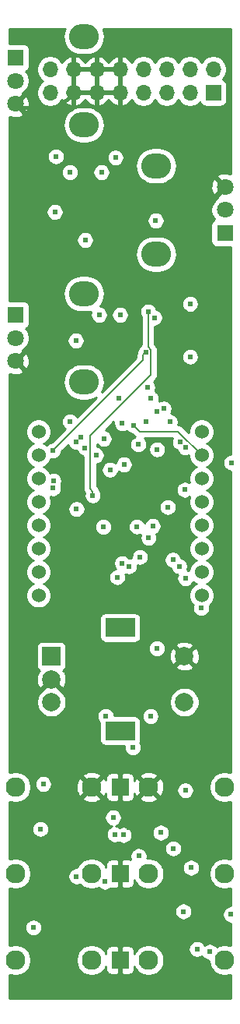
<source format=gbr>
G04 #@! TF.GenerationSoftware,KiCad,Pcbnew,(5.1.5)-3*
G04 #@! TF.CreationDate,2020-03-27T15:51:16+00:00*
G04 #@! TF.ProjectId,wagyu,77616779-752e-46b6-9963-61645f706362,rev?*
G04 #@! TF.SameCoordinates,Original*
G04 #@! TF.FileFunction,Copper,L1,Top*
G04 #@! TF.FilePolarity,Positive*
%FSLAX46Y46*%
G04 Gerber Fmt 4.6, Leading zero omitted, Abs format (unit mm)*
G04 Created by KiCad (PCBNEW (5.1.5)-3) date 2020-03-27 15:51:16*
%MOMM*%
%LPD*%
G04 APERTURE LIST*
%ADD10R,2.000000X2.000000*%
%ADD11C,2.000000*%
%ADD12R,3.200000X2.000000*%
%ADD13C,1.524000*%
%ADD14O,1.700000X1.700000*%
%ADD15R,1.700000X1.700000*%
%ADD16O,3.240000X2.720000*%
%ADD17C,1.800000*%
%ADD18R,1.800000X1.800000*%
%ADD19C,2.130000*%
%ADD20R,1.830000X1.930000*%
%ADD21C,0.609600*%
%ADD22C,0.457200*%
%ADD23C,0.203200*%
%ADD24C,0.254000*%
G04 APERTURE END LIST*
D10*
X30607000Y-94234000D03*
D11*
X30607000Y-96734000D03*
X30607000Y-99234000D03*
D12*
X38107000Y-91134000D03*
X38107000Y-102334000D03*
D11*
X45107000Y-94234000D03*
X45107000Y-99234000D03*
D13*
X29210000Y-69850000D03*
X29210000Y-72390000D03*
X29210000Y-74930000D03*
X29210000Y-77470000D03*
X29210000Y-80010000D03*
X29210000Y-82550000D03*
X29210000Y-85090000D03*
X29210000Y-87630000D03*
X46990000Y-69850000D03*
X46990000Y-72390000D03*
X46990000Y-74930000D03*
X46990000Y-77470000D03*
X46990000Y-80010000D03*
X46990000Y-82550000D03*
X46990000Y-85090000D03*
X46990000Y-87630000D03*
D14*
X30480000Y-30480000D03*
X30480000Y-33020000D03*
X33020000Y-30480000D03*
X33020000Y-33020000D03*
X35560000Y-30480000D03*
X35560000Y-33020000D03*
X38100000Y-30480000D03*
X38100000Y-33020000D03*
X40640000Y-30480000D03*
X40640000Y-33020000D03*
X43180000Y-30480000D03*
X43180000Y-33020000D03*
X45720000Y-30480000D03*
X45720000Y-33020000D03*
X48260000Y-30480000D03*
D15*
X48260000Y-33020000D03*
D16*
X34170000Y-26910000D03*
X34170000Y-36510000D03*
D17*
X26670000Y-34210000D03*
X26670000Y-31710000D03*
D18*
X26670000Y-29210000D03*
D16*
X42030000Y-50560000D03*
X42030000Y-40960000D03*
D17*
X49530000Y-43260000D03*
X49530000Y-45760000D03*
D18*
X49530000Y-48260000D03*
D16*
X34170000Y-54850000D03*
X34170000Y-64450000D03*
D17*
X26670000Y-62150000D03*
X26670000Y-59650000D03*
D18*
X26670000Y-57150000D03*
D19*
X49500000Y-127254000D03*
D20*
X38100000Y-127254000D03*
D19*
X41200000Y-127254000D03*
X49500000Y-117856000D03*
D20*
X38100000Y-117856000D03*
D19*
X41200000Y-117856000D03*
X26700000Y-127254000D03*
D20*
X38100000Y-127254000D03*
D19*
X35000000Y-127254000D03*
X26700000Y-117856000D03*
D20*
X38100000Y-117856000D03*
D19*
X35000000Y-117856000D03*
X49500000Y-108458000D03*
D20*
X38100000Y-108458000D03*
D19*
X41200000Y-108458000D03*
X26700000Y-108458000D03*
D20*
X38100000Y-108458000D03*
D19*
X35000000Y-108458000D03*
D21*
X42115500Y-93392000D03*
X41078900Y-65013500D03*
X39497004Y-104140000D03*
X31556300Y-79834300D03*
X31324000Y-68782800D03*
X48539500Y-92445300D03*
X47244000Y-67310000D03*
X47542300Y-64135000D03*
X42672000Y-63754000D03*
X45466000Y-81280000D03*
X36893500Y-84455000D03*
X36576000Y-86614000D03*
X49530000Y-93218000D03*
X32004000Y-120904000D03*
X42672000Y-125222000D03*
X28975800Y-126746000D03*
X27432000Y-97536000D03*
X49022000Y-99568000D03*
X36520000Y-100733200D03*
X40890900Y-68715000D03*
X41450000Y-66237600D03*
X41416500Y-100760400D03*
X42088000Y-67613100D03*
X43537500Y-68790300D03*
X43888700Y-115123600D03*
X40132000Y-115951000D03*
X37337998Y-111760000D03*
X46952561Y-89017525D03*
X35814000Y-57150000D03*
X38100000Y-57150000D03*
X39066400Y-112825600D03*
X34607500Y-60579000D03*
X37515821Y-113583200D03*
X36449000Y-118745000D03*
X33344500Y-118153900D03*
X36273700Y-80173100D03*
X47879000Y-126365000D03*
X50185800Y-122301000D03*
X46482000Y-126047500D03*
X42545000Y-113411000D03*
X29419500Y-113011000D03*
X38481000Y-113665000D03*
X36068000Y-41656000D03*
X32639000Y-41656000D03*
X45736700Y-55952200D03*
X45210000Y-71552500D03*
X33344000Y-78254100D03*
X32643700Y-68742000D03*
X43307000Y-78041500D03*
X41984100Y-46915900D03*
X30988000Y-45974000D03*
X34290000Y-49022000D03*
X45736700Y-61705300D03*
X29722900Y-108113100D03*
X28645800Y-123715300D03*
X45005600Y-121967600D03*
X45212000Y-108816000D03*
X30788600Y-71901300D03*
X40894000Y-61214000D03*
X36995100Y-73981800D03*
X41823200Y-57455300D03*
X41159500Y-56782200D03*
X35115500Y-76771500D03*
X40081600Y-71234300D03*
X33274000Y-59944000D03*
X36322000Y-70612000D03*
X44637800Y-70988400D03*
X42134300Y-71772600D03*
X31115000Y-39941500D03*
X37593800Y-40068500D03*
X34271800Y-71594200D03*
X35469000Y-72401300D03*
X44547400Y-84473100D03*
X33819900Y-70402000D03*
X43851700Y-83759200D03*
X33292800Y-70962900D03*
X40268000Y-83460200D03*
X39927000Y-80163800D03*
X39080500Y-84471400D03*
X41203200Y-81372200D03*
X38326400Y-84128800D03*
X41655600Y-80092100D03*
X30799400Y-75988900D03*
X30826100Y-75184000D03*
X42854400Y-67331500D03*
X39536900Y-69139700D03*
X37969000Y-66219000D03*
X38336400Y-68940600D03*
X45157600Y-76155100D03*
X38517700Y-73402000D03*
X45212000Y-85788500D03*
X37782500Y-85661500D03*
X45847000Y-117221000D03*
X50228500Y-73215500D03*
D22*
X26670000Y-34210000D02*
X27131000Y-34671000D01*
X27131000Y-34671000D02*
X31369000Y-34671000D01*
X31369000Y-34671000D02*
X33020000Y-33020000D01*
D23*
X40600400Y-62089500D02*
X40600400Y-61507600D01*
X40600400Y-61507600D02*
X40894000Y-61214000D01*
X30788600Y-71901300D02*
X40600400Y-62089500D01*
X41159500Y-60652472D02*
X41452802Y-60945774D01*
X34837000Y-76061948D02*
X35115500Y-76340448D01*
X41452802Y-60945774D02*
X41452802Y-63682198D01*
X34837000Y-70298000D02*
X34837000Y-76061948D01*
X41452802Y-63682198D02*
X34837000Y-70298000D01*
X35115500Y-76340448D02*
X35115500Y-76771500D01*
X41159500Y-56782200D02*
X41159500Y-60652472D01*
X46990000Y-72390000D02*
X44416400Y-69816400D01*
X44416400Y-69816400D02*
X40213600Y-69816400D01*
X40213600Y-69816400D02*
X39536900Y-69139700D01*
D24*
G36*
X32057943Y-26142853D02*
G01*
X31943867Y-26518912D01*
X31905348Y-26910000D01*
X31943867Y-27301088D01*
X32057943Y-27677147D01*
X32243193Y-28023725D01*
X32492497Y-28327503D01*
X32796275Y-28576807D01*
X33142853Y-28762057D01*
X33518912Y-28876133D01*
X33812002Y-28905000D01*
X34527998Y-28905000D01*
X34821088Y-28876133D01*
X35197147Y-28762057D01*
X35543725Y-28576807D01*
X35847503Y-28327503D01*
X36096807Y-28023725D01*
X36282057Y-27677147D01*
X36396133Y-27301088D01*
X36434652Y-26910000D01*
X36396133Y-26518912D01*
X36282057Y-26142853D01*
X36237771Y-26060000D01*
X50140000Y-26060000D01*
X50140000Y-41850114D01*
X50058225Y-41810842D01*
X49765358Y-41735635D01*
X49463447Y-41719009D01*
X49164093Y-41761603D01*
X48878801Y-41861778D01*
X48729208Y-41941739D01*
X48645525Y-42195920D01*
X49530000Y-43080395D01*
X49544143Y-43066253D01*
X49723748Y-43245858D01*
X49709605Y-43260000D01*
X49723748Y-43274143D01*
X49544143Y-43453748D01*
X49530000Y-43439605D01*
X48645525Y-44324080D01*
X48694310Y-44472262D01*
X48551495Y-44567688D01*
X48337688Y-44781495D01*
X48169701Y-45032905D01*
X48053989Y-45312257D01*
X47995000Y-45608816D01*
X47995000Y-45911184D01*
X48053989Y-46207743D01*
X48169701Y-46487095D01*
X48337688Y-46738505D01*
X48375303Y-46776120D01*
X48275506Y-46829463D01*
X48178815Y-46908815D01*
X48099463Y-47005506D01*
X48040498Y-47115820D01*
X48004188Y-47235518D01*
X47991928Y-47360000D01*
X47991928Y-49160000D01*
X48004188Y-49284482D01*
X48040498Y-49404180D01*
X48099463Y-49514494D01*
X48178815Y-49611185D01*
X48275506Y-49690537D01*
X48385820Y-49749502D01*
X48505518Y-49785812D01*
X48630000Y-49798072D01*
X50140000Y-49798072D01*
X50140000Y-72275700D01*
X50135938Y-72275700D01*
X49954371Y-72311816D01*
X49783338Y-72382660D01*
X49629413Y-72485510D01*
X49498510Y-72616413D01*
X49395660Y-72770338D01*
X49324816Y-72941371D01*
X49288700Y-73122938D01*
X49288700Y-73308062D01*
X49324816Y-73489629D01*
X49395660Y-73660662D01*
X49498510Y-73814587D01*
X49629413Y-73945490D01*
X49783338Y-74048340D01*
X49954371Y-74119184D01*
X50135938Y-74155300D01*
X50140000Y-74155300D01*
X50140001Y-106883030D01*
X49995872Y-106823330D01*
X49667435Y-106758000D01*
X49332565Y-106758000D01*
X49004128Y-106823330D01*
X48694748Y-106951479D01*
X48416313Y-107137523D01*
X48179523Y-107374313D01*
X47993479Y-107652748D01*
X47865330Y-107962128D01*
X47800000Y-108290565D01*
X47800000Y-108625435D01*
X47865330Y-108953872D01*
X47993479Y-109263252D01*
X48179523Y-109541687D01*
X48416313Y-109778477D01*
X48694748Y-109964521D01*
X49004128Y-110092670D01*
X49332565Y-110158000D01*
X49667435Y-110158000D01*
X49995872Y-110092670D01*
X50140001Y-110032970D01*
X50140001Y-116281030D01*
X49995872Y-116221330D01*
X49667435Y-116156000D01*
X49332565Y-116156000D01*
X49004128Y-116221330D01*
X48694748Y-116349479D01*
X48416313Y-116535523D01*
X48179523Y-116772313D01*
X47993479Y-117050748D01*
X47865330Y-117360128D01*
X47800000Y-117688565D01*
X47800000Y-118023435D01*
X47865330Y-118351872D01*
X47993479Y-118661252D01*
X48179523Y-118939687D01*
X48416313Y-119176477D01*
X48694748Y-119362521D01*
X49004128Y-119490670D01*
X49332565Y-119556000D01*
X49667435Y-119556000D01*
X49995872Y-119490670D01*
X50140001Y-119430970D01*
X50140001Y-121361200D01*
X50093238Y-121361200D01*
X49911671Y-121397316D01*
X49740638Y-121468160D01*
X49586713Y-121571010D01*
X49455810Y-121701913D01*
X49352960Y-121855838D01*
X49282116Y-122026871D01*
X49246000Y-122208438D01*
X49246000Y-122393562D01*
X49282116Y-122575129D01*
X49352960Y-122746162D01*
X49455810Y-122900087D01*
X49586713Y-123030990D01*
X49740638Y-123133840D01*
X49911671Y-123204684D01*
X50093238Y-123240800D01*
X50140001Y-123240800D01*
X50140001Y-125679030D01*
X49995872Y-125619330D01*
X49667435Y-125554000D01*
X49332565Y-125554000D01*
X49004128Y-125619330D01*
X48694748Y-125747479D01*
X48626945Y-125792784D01*
X48608990Y-125765913D01*
X48478087Y-125635010D01*
X48324162Y-125532160D01*
X48153129Y-125461316D01*
X47971562Y-125425200D01*
X47786438Y-125425200D01*
X47604871Y-125461316D01*
X47433838Y-125532160D01*
X47317868Y-125609649D01*
X47314840Y-125602338D01*
X47211990Y-125448413D01*
X47081087Y-125317510D01*
X46927162Y-125214660D01*
X46756129Y-125143816D01*
X46574562Y-125107700D01*
X46389438Y-125107700D01*
X46207871Y-125143816D01*
X46036838Y-125214660D01*
X45882913Y-125317510D01*
X45752010Y-125448413D01*
X45649160Y-125602338D01*
X45578316Y-125773371D01*
X45542200Y-125954938D01*
X45542200Y-126140062D01*
X45578316Y-126321629D01*
X45649160Y-126492662D01*
X45752010Y-126646587D01*
X45882913Y-126777490D01*
X46036838Y-126880340D01*
X46207871Y-126951184D01*
X46389438Y-126987300D01*
X46574562Y-126987300D01*
X46756129Y-126951184D01*
X46927162Y-126880340D01*
X47043132Y-126802851D01*
X47046160Y-126810162D01*
X47149010Y-126964087D01*
X47279913Y-127094990D01*
X47433838Y-127197840D01*
X47604871Y-127268684D01*
X47786438Y-127304800D01*
X47800000Y-127304800D01*
X47800000Y-127421435D01*
X47865330Y-127749872D01*
X47993479Y-128059252D01*
X48179523Y-128337687D01*
X48416313Y-128574477D01*
X48694748Y-128760521D01*
X49004128Y-128888670D01*
X49332565Y-128954000D01*
X49667435Y-128954000D01*
X49995872Y-128888670D01*
X50140001Y-128828970D01*
X50140001Y-131420000D01*
X26060000Y-131420000D01*
X26060000Y-128828970D01*
X26204128Y-128888670D01*
X26532565Y-128954000D01*
X26867435Y-128954000D01*
X27195872Y-128888670D01*
X27505252Y-128760521D01*
X27783687Y-128574477D01*
X28020477Y-128337687D01*
X28206521Y-128059252D01*
X28334670Y-127749872D01*
X28400000Y-127421435D01*
X28400000Y-127086565D01*
X33300000Y-127086565D01*
X33300000Y-127421435D01*
X33365330Y-127749872D01*
X33493479Y-128059252D01*
X33679523Y-128337687D01*
X33916313Y-128574477D01*
X34194748Y-128760521D01*
X34504128Y-128888670D01*
X34832565Y-128954000D01*
X35167435Y-128954000D01*
X35495872Y-128888670D01*
X35805252Y-128760521D01*
X36083687Y-128574477D01*
X36320477Y-128337687D01*
X36506521Y-128059252D01*
X36548105Y-127958860D01*
X36546928Y-128219000D01*
X36559188Y-128343482D01*
X36595498Y-128463180D01*
X36654463Y-128573494D01*
X36733815Y-128670185D01*
X36830506Y-128749537D01*
X36940820Y-128808502D01*
X37060518Y-128844812D01*
X37185000Y-128857072D01*
X37814250Y-128854000D01*
X37973000Y-128695250D01*
X37973000Y-127381000D01*
X37953000Y-127381000D01*
X37953000Y-127127000D01*
X37973000Y-127127000D01*
X37973000Y-125812750D01*
X38227000Y-125812750D01*
X38227000Y-127127000D01*
X38247000Y-127127000D01*
X38247000Y-127381000D01*
X38227000Y-127381000D01*
X38227000Y-128695250D01*
X38385750Y-128854000D01*
X39015000Y-128857072D01*
X39139482Y-128844812D01*
X39259180Y-128808502D01*
X39369494Y-128749537D01*
X39466185Y-128670185D01*
X39545537Y-128573494D01*
X39604502Y-128463180D01*
X39640812Y-128343482D01*
X39653072Y-128219000D01*
X39651895Y-127958860D01*
X39693479Y-128059252D01*
X39879523Y-128337687D01*
X40116313Y-128574477D01*
X40394748Y-128760521D01*
X40704128Y-128888670D01*
X41032565Y-128954000D01*
X41367435Y-128954000D01*
X41695872Y-128888670D01*
X42005252Y-128760521D01*
X42283687Y-128574477D01*
X42520477Y-128337687D01*
X42706521Y-128059252D01*
X42834670Y-127749872D01*
X42900000Y-127421435D01*
X42900000Y-127086565D01*
X42834670Y-126758128D01*
X42706521Y-126448748D01*
X42520477Y-126170313D01*
X42283687Y-125933523D01*
X42005252Y-125747479D01*
X41695872Y-125619330D01*
X41367435Y-125554000D01*
X41032565Y-125554000D01*
X40704128Y-125619330D01*
X40394748Y-125747479D01*
X40116313Y-125933523D01*
X39879523Y-126170313D01*
X39693479Y-126448748D01*
X39651895Y-126549140D01*
X39653072Y-126289000D01*
X39640812Y-126164518D01*
X39604502Y-126044820D01*
X39545537Y-125934506D01*
X39466185Y-125837815D01*
X39369494Y-125758463D01*
X39259180Y-125699498D01*
X39139482Y-125663188D01*
X39015000Y-125650928D01*
X38385750Y-125654000D01*
X38227000Y-125812750D01*
X37973000Y-125812750D01*
X37814250Y-125654000D01*
X37185000Y-125650928D01*
X37060518Y-125663188D01*
X36940820Y-125699498D01*
X36830506Y-125758463D01*
X36733815Y-125837815D01*
X36654463Y-125934506D01*
X36595498Y-126044820D01*
X36559188Y-126164518D01*
X36546928Y-126289000D01*
X36548105Y-126549140D01*
X36506521Y-126448748D01*
X36320477Y-126170313D01*
X36083687Y-125933523D01*
X35805252Y-125747479D01*
X35495872Y-125619330D01*
X35167435Y-125554000D01*
X34832565Y-125554000D01*
X34504128Y-125619330D01*
X34194748Y-125747479D01*
X33916313Y-125933523D01*
X33679523Y-126170313D01*
X33493479Y-126448748D01*
X33365330Y-126758128D01*
X33300000Y-127086565D01*
X28400000Y-127086565D01*
X28334670Y-126758128D01*
X28206521Y-126448748D01*
X28020477Y-126170313D01*
X27783687Y-125933523D01*
X27505252Y-125747479D01*
X27195872Y-125619330D01*
X26867435Y-125554000D01*
X26532565Y-125554000D01*
X26204128Y-125619330D01*
X26060000Y-125679030D01*
X26060000Y-123622738D01*
X27706000Y-123622738D01*
X27706000Y-123807862D01*
X27742116Y-123989429D01*
X27812960Y-124160462D01*
X27915810Y-124314387D01*
X28046713Y-124445290D01*
X28200638Y-124548140D01*
X28371671Y-124618984D01*
X28553238Y-124655100D01*
X28738362Y-124655100D01*
X28919929Y-124618984D01*
X29090962Y-124548140D01*
X29244887Y-124445290D01*
X29375790Y-124314387D01*
X29478640Y-124160462D01*
X29549484Y-123989429D01*
X29585600Y-123807862D01*
X29585600Y-123622738D01*
X29549484Y-123441171D01*
X29478640Y-123270138D01*
X29375790Y-123116213D01*
X29244887Y-122985310D01*
X29090962Y-122882460D01*
X28919929Y-122811616D01*
X28738362Y-122775500D01*
X28553238Y-122775500D01*
X28371671Y-122811616D01*
X28200638Y-122882460D01*
X28046713Y-122985310D01*
X27915810Y-123116213D01*
X27812960Y-123270138D01*
X27742116Y-123441171D01*
X27706000Y-123622738D01*
X26060000Y-123622738D01*
X26060000Y-121875038D01*
X44065800Y-121875038D01*
X44065800Y-122060162D01*
X44101916Y-122241729D01*
X44172760Y-122412762D01*
X44275610Y-122566687D01*
X44406513Y-122697590D01*
X44560438Y-122800440D01*
X44731471Y-122871284D01*
X44913038Y-122907400D01*
X45098162Y-122907400D01*
X45279729Y-122871284D01*
X45450762Y-122800440D01*
X45604687Y-122697590D01*
X45735590Y-122566687D01*
X45838440Y-122412762D01*
X45909284Y-122241729D01*
X45945400Y-122060162D01*
X45945400Y-121875038D01*
X45909284Y-121693471D01*
X45838440Y-121522438D01*
X45735590Y-121368513D01*
X45604687Y-121237610D01*
X45450762Y-121134760D01*
X45279729Y-121063916D01*
X45098162Y-121027800D01*
X44913038Y-121027800D01*
X44731471Y-121063916D01*
X44560438Y-121134760D01*
X44406513Y-121237610D01*
X44275610Y-121368513D01*
X44172760Y-121522438D01*
X44101916Y-121693471D01*
X44065800Y-121875038D01*
X26060000Y-121875038D01*
X26060000Y-119430970D01*
X26204128Y-119490670D01*
X26532565Y-119556000D01*
X26867435Y-119556000D01*
X27195872Y-119490670D01*
X27505252Y-119362521D01*
X27783687Y-119176477D01*
X28020477Y-118939687D01*
X28206521Y-118661252D01*
X28334670Y-118351872D01*
X28392460Y-118061338D01*
X32404700Y-118061338D01*
X32404700Y-118246462D01*
X32440816Y-118428029D01*
X32511660Y-118599062D01*
X32614510Y-118752987D01*
X32745413Y-118883890D01*
X32899338Y-118986740D01*
X33070371Y-119057584D01*
X33251938Y-119093700D01*
X33437062Y-119093700D01*
X33618629Y-119057584D01*
X33745053Y-119005217D01*
X33916313Y-119176477D01*
X34194748Y-119362521D01*
X34504128Y-119490670D01*
X34832565Y-119556000D01*
X35167435Y-119556000D01*
X35495872Y-119490670D01*
X35757304Y-119382381D01*
X35849913Y-119474990D01*
X36003838Y-119577840D01*
X36174871Y-119648684D01*
X36356438Y-119684800D01*
X36541562Y-119684800D01*
X36723129Y-119648684D01*
X36894162Y-119577840D01*
X37048087Y-119474990D01*
X37074853Y-119448224D01*
X37185000Y-119459072D01*
X37814250Y-119456000D01*
X37973000Y-119297250D01*
X37973000Y-117983000D01*
X37953000Y-117983000D01*
X37953000Y-117729000D01*
X37973000Y-117729000D01*
X37973000Y-116414750D01*
X38227000Y-116414750D01*
X38227000Y-117729000D01*
X38247000Y-117729000D01*
X38247000Y-117983000D01*
X38227000Y-117983000D01*
X38227000Y-119297250D01*
X38385750Y-119456000D01*
X39015000Y-119459072D01*
X39139482Y-119446812D01*
X39259180Y-119410502D01*
X39369494Y-119351537D01*
X39466185Y-119272185D01*
X39545537Y-119175494D01*
X39604502Y-119065180D01*
X39640812Y-118945482D01*
X39653072Y-118821000D01*
X39651895Y-118560860D01*
X39693479Y-118661252D01*
X39879523Y-118939687D01*
X40116313Y-119176477D01*
X40394748Y-119362521D01*
X40704128Y-119490670D01*
X41032565Y-119556000D01*
X41367435Y-119556000D01*
X41695872Y-119490670D01*
X42005252Y-119362521D01*
X42283687Y-119176477D01*
X42520477Y-118939687D01*
X42706521Y-118661252D01*
X42834670Y-118351872D01*
X42900000Y-118023435D01*
X42900000Y-117688565D01*
X42834670Y-117360128D01*
X42738702Y-117128438D01*
X44907200Y-117128438D01*
X44907200Y-117313562D01*
X44943316Y-117495129D01*
X45014160Y-117666162D01*
X45117010Y-117820087D01*
X45247913Y-117950990D01*
X45401838Y-118053840D01*
X45572871Y-118124684D01*
X45754438Y-118160800D01*
X45939562Y-118160800D01*
X46121129Y-118124684D01*
X46292162Y-118053840D01*
X46446087Y-117950990D01*
X46576990Y-117820087D01*
X46679840Y-117666162D01*
X46750684Y-117495129D01*
X46786800Y-117313562D01*
X46786800Y-117128438D01*
X46750684Y-116946871D01*
X46679840Y-116775838D01*
X46576990Y-116621913D01*
X46446087Y-116491010D01*
X46292162Y-116388160D01*
X46121129Y-116317316D01*
X45939562Y-116281200D01*
X45754438Y-116281200D01*
X45572871Y-116317316D01*
X45401838Y-116388160D01*
X45247913Y-116491010D01*
X45117010Y-116621913D01*
X45014160Y-116775838D01*
X44943316Y-116946871D01*
X44907200Y-117128438D01*
X42738702Y-117128438D01*
X42706521Y-117050748D01*
X42520477Y-116772313D01*
X42283687Y-116535523D01*
X42005252Y-116349479D01*
X41695872Y-116221330D01*
X41367435Y-116156000D01*
X41049435Y-116156000D01*
X41071800Y-116043562D01*
X41071800Y-115858438D01*
X41035684Y-115676871D01*
X40964840Y-115505838D01*
X40861990Y-115351913D01*
X40731087Y-115221010D01*
X40577162Y-115118160D01*
X40406129Y-115047316D01*
X40324295Y-115031038D01*
X42948900Y-115031038D01*
X42948900Y-115216162D01*
X42985016Y-115397729D01*
X43055860Y-115568762D01*
X43158710Y-115722687D01*
X43289613Y-115853590D01*
X43443538Y-115956440D01*
X43614571Y-116027284D01*
X43796138Y-116063400D01*
X43981262Y-116063400D01*
X44162829Y-116027284D01*
X44333862Y-115956440D01*
X44487787Y-115853590D01*
X44618690Y-115722687D01*
X44721540Y-115568762D01*
X44792384Y-115397729D01*
X44828500Y-115216162D01*
X44828500Y-115031038D01*
X44792384Y-114849471D01*
X44721540Y-114678438D01*
X44618690Y-114524513D01*
X44487787Y-114393610D01*
X44333862Y-114290760D01*
X44162829Y-114219916D01*
X43981262Y-114183800D01*
X43796138Y-114183800D01*
X43614571Y-114219916D01*
X43443538Y-114290760D01*
X43289613Y-114393610D01*
X43158710Y-114524513D01*
X43055860Y-114678438D01*
X42985016Y-114849471D01*
X42948900Y-115031038D01*
X40324295Y-115031038D01*
X40224562Y-115011200D01*
X40039438Y-115011200D01*
X39857871Y-115047316D01*
X39686838Y-115118160D01*
X39532913Y-115221010D01*
X39402010Y-115351913D01*
X39299160Y-115505838D01*
X39228316Y-115676871D01*
X39192200Y-115858438D01*
X39192200Y-116043562D01*
X39228316Y-116225129D01*
X39260168Y-116302026D01*
X39259180Y-116301498D01*
X39139482Y-116265188D01*
X39015000Y-116252928D01*
X38385750Y-116256000D01*
X38227000Y-116414750D01*
X37973000Y-116414750D01*
X37814250Y-116256000D01*
X37185000Y-116252928D01*
X37060518Y-116265188D01*
X36940820Y-116301498D01*
X36830506Y-116360463D01*
X36733815Y-116439815D01*
X36654463Y-116536506D01*
X36595498Y-116646820D01*
X36559188Y-116766518D01*
X36546928Y-116891000D01*
X36548105Y-117151140D01*
X36506521Y-117050748D01*
X36320477Y-116772313D01*
X36083687Y-116535523D01*
X35805252Y-116349479D01*
X35495872Y-116221330D01*
X35167435Y-116156000D01*
X34832565Y-116156000D01*
X34504128Y-116221330D01*
X34194748Y-116349479D01*
X33916313Y-116535523D01*
X33679523Y-116772313D01*
X33493479Y-117050748D01*
X33425817Y-117214100D01*
X33251938Y-117214100D01*
X33070371Y-117250216D01*
X32899338Y-117321060D01*
X32745413Y-117423910D01*
X32614510Y-117554813D01*
X32511660Y-117708738D01*
X32440816Y-117879771D01*
X32404700Y-118061338D01*
X28392460Y-118061338D01*
X28400000Y-118023435D01*
X28400000Y-117688565D01*
X28334670Y-117360128D01*
X28206521Y-117050748D01*
X28020477Y-116772313D01*
X27783687Y-116535523D01*
X27505252Y-116349479D01*
X27195872Y-116221330D01*
X26867435Y-116156000D01*
X26532565Y-116156000D01*
X26204128Y-116221330D01*
X26060000Y-116281030D01*
X26060000Y-112918438D01*
X28479700Y-112918438D01*
X28479700Y-113103562D01*
X28515816Y-113285129D01*
X28586660Y-113456162D01*
X28689510Y-113610087D01*
X28820413Y-113740990D01*
X28974338Y-113843840D01*
X29145371Y-113914684D01*
X29326938Y-113950800D01*
X29512062Y-113950800D01*
X29693629Y-113914684D01*
X29864662Y-113843840D01*
X30018587Y-113740990D01*
X30149490Y-113610087D01*
X30252340Y-113456162D01*
X30323184Y-113285129D01*
X30359300Y-113103562D01*
X30359300Y-112918438D01*
X30323184Y-112736871D01*
X30252340Y-112565838D01*
X30149490Y-112411913D01*
X30018587Y-112281010D01*
X29864662Y-112178160D01*
X29693629Y-112107316D01*
X29512062Y-112071200D01*
X29326938Y-112071200D01*
X29145371Y-112107316D01*
X28974338Y-112178160D01*
X28820413Y-112281010D01*
X28689510Y-112411913D01*
X28586660Y-112565838D01*
X28515816Y-112736871D01*
X28479700Y-112918438D01*
X26060000Y-112918438D01*
X26060000Y-111667438D01*
X36398198Y-111667438D01*
X36398198Y-111852562D01*
X36434314Y-112034129D01*
X36505158Y-112205162D01*
X36608008Y-112359087D01*
X36738911Y-112489990D01*
X36892836Y-112592840D01*
X37063869Y-112663684D01*
X37209824Y-112692716D01*
X37070659Y-112750360D01*
X36916734Y-112853210D01*
X36785831Y-112984113D01*
X36682981Y-113138038D01*
X36612137Y-113309071D01*
X36576021Y-113490638D01*
X36576021Y-113675762D01*
X36612137Y-113857329D01*
X36682981Y-114028362D01*
X36785831Y-114182287D01*
X36916734Y-114313190D01*
X37070659Y-114416040D01*
X37241692Y-114486884D01*
X37423259Y-114523000D01*
X37608383Y-114523000D01*
X37789950Y-114486884D01*
X37931619Y-114428203D01*
X38035838Y-114497840D01*
X38206871Y-114568684D01*
X38388438Y-114604800D01*
X38573562Y-114604800D01*
X38755129Y-114568684D01*
X38926162Y-114497840D01*
X39080087Y-114394990D01*
X39210990Y-114264087D01*
X39313840Y-114110162D01*
X39384684Y-113939129D01*
X39420800Y-113757562D01*
X39420800Y-113572438D01*
X39384684Y-113390871D01*
X39354682Y-113318438D01*
X41605200Y-113318438D01*
X41605200Y-113503562D01*
X41641316Y-113685129D01*
X41712160Y-113856162D01*
X41815010Y-114010087D01*
X41945913Y-114140990D01*
X42099838Y-114243840D01*
X42270871Y-114314684D01*
X42452438Y-114350800D01*
X42637562Y-114350800D01*
X42819129Y-114314684D01*
X42990162Y-114243840D01*
X43144087Y-114140990D01*
X43274990Y-114010087D01*
X43377840Y-113856162D01*
X43448684Y-113685129D01*
X43484800Y-113503562D01*
X43484800Y-113318438D01*
X43448684Y-113136871D01*
X43377840Y-112965838D01*
X43274990Y-112811913D01*
X43144087Y-112681010D01*
X42990162Y-112578160D01*
X42819129Y-112507316D01*
X42637562Y-112471200D01*
X42452438Y-112471200D01*
X42270871Y-112507316D01*
X42099838Y-112578160D01*
X41945913Y-112681010D01*
X41815010Y-112811913D01*
X41712160Y-112965838D01*
X41641316Y-113136871D01*
X41605200Y-113318438D01*
X39354682Y-113318438D01*
X39313840Y-113219838D01*
X39210990Y-113065913D01*
X39080087Y-112935010D01*
X38926162Y-112832160D01*
X38755129Y-112761316D01*
X38573562Y-112725200D01*
X38388438Y-112725200D01*
X38206871Y-112761316D01*
X38065202Y-112819997D01*
X37960983Y-112750360D01*
X37789950Y-112679516D01*
X37643995Y-112650484D01*
X37783160Y-112592840D01*
X37937085Y-112489990D01*
X38067988Y-112359087D01*
X38170838Y-112205162D01*
X38241682Y-112034129D01*
X38277798Y-111852562D01*
X38277798Y-111667438D01*
X38241682Y-111485871D01*
X38170838Y-111314838D01*
X38067988Y-111160913D01*
X37937085Y-111030010D01*
X37783160Y-110927160D01*
X37612127Y-110856316D01*
X37430560Y-110820200D01*
X37245436Y-110820200D01*
X37063869Y-110856316D01*
X36892836Y-110927160D01*
X36738911Y-111030010D01*
X36608008Y-111160913D01*
X36505158Y-111314838D01*
X36434314Y-111485871D01*
X36398198Y-111667438D01*
X26060000Y-111667438D01*
X26060000Y-110032970D01*
X26204128Y-110092670D01*
X26532565Y-110158000D01*
X26867435Y-110158000D01*
X27195872Y-110092670D01*
X27505252Y-109964521D01*
X27783687Y-109778477D01*
X27922403Y-109639761D01*
X33997844Y-109639761D01*
X34101454Y-109910807D01*
X34402148Y-110058190D01*
X34725818Y-110144078D01*
X35060023Y-110165171D01*
X35391922Y-110120658D01*
X35708760Y-110012250D01*
X35898546Y-109910807D01*
X36002156Y-109639761D01*
X35000000Y-108637605D01*
X33997844Y-109639761D01*
X27922403Y-109639761D01*
X28020477Y-109541687D01*
X28206521Y-109263252D01*
X28334670Y-108953872D01*
X28400000Y-108625435D01*
X28400000Y-108290565D01*
X28346289Y-108020538D01*
X28783100Y-108020538D01*
X28783100Y-108205662D01*
X28819216Y-108387229D01*
X28890060Y-108558262D01*
X28992910Y-108712187D01*
X29123813Y-108843090D01*
X29277738Y-108945940D01*
X29448771Y-109016784D01*
X29630338Y-109052900D01*
X29815462Y-109052900D01*
X29997029Y-109016784D01*
X30168062Y-108945940D01*
X30321987Y-108843090D01*
X30452890Y-108712187D01*
X30555740Y-108558262D01*
X30572407Y-108518023D01*
X33292829Y-108518023D01*
X33337342Y-108849922D01*
X33445750Y-109166760D01*
X33547193Y-109356546D01*
X33818239Y-109460156D01*
X34820395Y-108458000D01*
X35179605Y-108458000D01*
X36181761Y-109460156D01*
X36452807Y-109356546D01*
X36548108Y-109162111D01*
X36546928Y-109423000D01*
X36559188Y-109547482D01*
X36595498Y-109667180D01*
X36654463Y-109777494D01*
X36733815Y-109874185D01*
X36830506Y-109953537D01*
X36940820Y-110012502D01*
X37060518Y-110048812D01*
X37185000Y-110061072D01*
X37814250Y-110058000D01*
X37973000Y-109899250D01*
X37973000Y-108585000D01*
X37953000Y-108585000D01*
X37953000Y-108331000D01*
X37973000Y-108331000D01*
X37973000Y-107016750D01*
X38227000Y-107016750D01*
X38227000Y-108331000D01*
X38247000Y-108331000D01*
X38247000Y-108585000D01*
X38227000Y-108585000D01*
X38227000Y-109899250D01*
X38385750Y-110058000D01*
X39015000Y-110061072D01*
X39139482Y-110048812D01*
X39259180Y-110012502D01*
X39369494Y-109953537D01*
X39466185Y-109874185D01*
X39545537Y-109777494D01*
X39604502Y-109667180D01*
X39612819Y-109639761D01*
X40197844Y-109639761D01*
X40301454Y-109910807D01*
X40602148Y-110058190D01*
X40925818Y-110144078D01*
X41260023Y-110165171D01*
X41591922Y-110120658D01*
X41908760Y-110012250D01*
X42098546Y-109910807D01*
X42202156Y-109639761D01*
X41200000Y-108637605D01*
X40197844Y-109639761D01*
X39612819Y-109639761D01*
X39640812Y-109547482D01*
X39653072Y-109423000D01*
X39651966Y-109178389D01*
X39747193Y-109356546D01*
X40018239Y-109460156D01*
X41020395Y-108458000D01*
X41379605Y-108458000D01*
X42381761Y-109460156D01*
X42652807Y-109356546D01*
X42800190Y-109055852D01*
X42886078Y-108732182D01*
X42886629Y-108723438D01*
X44272200Y-108723438D01*
X44272200Y-108908562D01*
X44308316Y-109090129D01*
X44379160Y-109261162D01*
X44482010Y-109415087D01*
X44612913Y-109545990D01*
X44766838Y-109648840D01*
X44937871Y-109719684D01*
X45119438Y-109755800D01*
X45304562Y-109755800D01*
X45486129Y-109719684D01*
X45657162Y-109648840D01*
X45811087Y-109545990D01*
X45941990Y-109415087D01*
X46044840Y-109261162D01*
X46115684Y-109090129D01*
X46151800Y-108908562D01*
X46151800Y-108723438D01*
X46115684Y-108541871D01*
X46044840Y-108370838D01*
X45941990Y-108216913D01*
X45811087Y-108086010D01*
X45657162Y-107983160D01*
X45486129Y-107912316D01*
X45304562Y-107876200D01*
X45119438Y-107876200D01*
X44937871Y-107912316D01*
X44766838Y-107983160D01*
X44612913Y-108086010D01*
X44482010Y-108216913D01*
X44379160Y-108370838D01*
X44308316Y-108541871D01*
X44272200Y-108723438D01*
X42886629Y-108723438D01*
X42907171Y-108397977D01*
X42862658Y-108066078D01*
X42754250Y-107749240D01*
X42652807Y-107559454D01*
X42381761Y-107455844D01*
X41379605Y-108458000D01*
X41020395Y-108458000D01*
X40018239Y-107455844D01*
X39747193Y-107559454D01*
X39651892Y-107753889D01*
X39653072Y-107493000D01*
X39640812Y-107368518D01*
X39612820Y-107276239D01*
X40197844Y-107276239D01*
X41200000Y-108278395D01*
X42202156Y-107276239D01*
X42098546Y-107005193D01*
X41797852Y-106857810D01*
X41474182Y-106771922D01*
X41139977Y-106750829D01*
X40808078Y-106795342D01*
X40491240Y-106903750D01*
X40301454Y-107005193D01*
X40197844Y-107276239D01*
X39612820Y-107276239D01*
X39604502Y-107248820D01*
X39545537Y-107138506D01*
X39466185Y-107041815D01*
X39369494Y-106962463D01*
X39259180Y-106903498D01*
X39139482Y-106867188D01*
X39015000Y-106854928D01*
X38385750Y-106858000D01*
X38227000Y-107016750D01*
X37973000Y-107016750D01*
X37814250Y-106858000D01*
X37185000Y-106854928D01*
X37060518Y-106867188D01*
X36940820Y-106903498D01*
X36830506Y-106962463D01*
X36733815Y-107041815D01*
X36654463Y-107138506D01*
X36595498Y-107248820D01*
X36559188Y-107368518D01*
X36546928Y-107493000D01*
X36548034Y-107737611D01*
X36452807Y-107559454D01*
X36181761Y-107455844D01*
X35179605Y-108458000D01*
X34820395Y-108458000D01*
X33818239Y-107455844D01*
X33547193Y-107559454D01*
X33399810Y-107860148D01*
X33313922Y-108183818D01*
X33292829Y-108518023D01*
X30572407Y-108518023D01*
X30626584Y-108387229D01*
X30662700Y-108205662D01*
X30662700Y-108020538D01*
X30626584Y-107838971D01*
X30555740Y-107667938D01*
X30452890Y-107514013D01*
X30321987Y-107383110D01*
X30168062Y-107280260D01*
X30158355Y-107276239D01*
X33997844Y-107276239D01*
X35000000Y-108278395D01*
X36002156Y-107276239D01*
X35898546Y-107005193D01*
X35597852Y-106857810D01*
X35274182Y-106771922D01*
X34939977Y-106750829D01*
X34608078Y-106795342D01*
X34291240Y-106903750D01*
X34101454Y-107005193D01*
X33997844Y-107276239D01*
X30158355Y-107276239D01*
X29997029Y-107209416D01*
X29815462Y-107173300D01*
X29630338Y-107173300D01*
X29448771Y-107209416D01*
X29277738Y-107280260D01*
X29123813Y-107383110D01*
X28992910Y-107514013D01*
X28890060Y-107667938D01*
X28819216Y-107838971D01*
X28783100Y-108020538D01*
X28346289Y-108020538D01*
X28334670Y-107962128D01*
X28206521Y-107652748D01*
X28020477Y-107374313D01*
X27783687Y-107137523D01*
X27505252Y-106951479D01*
X27195872Y-106823330D01*
X26867435Y-106758000D01*
X26532565Y-106758000D01*
X26204128Y-106823330D01*
X26060000Y-106883030D01*
X26060000Y-99072967D01*
X28972000Y-99072967D01*
X28972000Y-99395033D01*
X29034832Y-99710912D01*
X29158082Y-100008463D01*
X29337013Y-100276252D01*
X29564748Y-100503987D01*
X29832537Y-100682918D01*
X30130088Y-100806168D01*
X30445967Y-100869000D01*
X30768033Y-100869000D01*
X31083912Y-100806168D01*
X31381463Y-100682918D01*
X31444739Y-100640638D01*
X35580200Y-100640638D01*
X35580200Y-100825762D01*
X35616316Y-101007329D01*
X35687160Y-101178362D01*
X35790010Y-101332287D01*
X35868928Y-101411205D01*
X35868928Y-103334000D01*
X35881188Y-103458482D01*
X35917498Y-103578180D01*
X35976463Y-103688494D01*
X36055815Y-103785185D01*
X36152506Y-103864537D01*
X36262820Y-103923502D01*
X36382518Y-103959812D01*
X36507000Y-103972072D01*
X38572195Y-103972072D01*
X38557204Y-104047438D01*
X38557204Y-104232562D01*
X38593320Y-104414129D01*
X38664164Y-104585162D01*
X38767014Y-104739087D01*
X38897917Y-104869990D01*
X39051842Y-104972840D01*
X39222875Y-105043684D01*
X39404442Y-105079800D01*
X39589566Y-105079800D01*
X39771133Y-105043684D01*
X39942166Y-104972840D01*
X40096091Y-104869990D01*
X40226994Y-104739087D01*
X40329844Y-104585162D01*
X40400688Y-104414129D01*
X40436804Y-104232562D01*
X40436804Y-104047438D01*
X40400688Y-103865871D01*
X40329844Y-103694838D01*
X40276677Y-103615269D01*
X40296502Y-103578180D01*
X40332812Y-103458482D01*
X40345072Y-103334000D01*
X40345072Y-101334000D01*
X40332812Y-101209518D01*
X40296502Y-101089820D01*
X40237537Y-100979506D01*
X40158185Y-100882815D01*
X40061494Y-100803463D01*
X39951180Y-100744498D01*
X39831482Y-100708188D01*
X39707000Y-100695928D01*
X37459800Y-100695928D01*
X37459800Y-100667838D01*
X40476700Y-100667838D01*
X40476700Y-100852962D01*
X40512816Y-101034529D01*
X40583660Y-101205562D01*
X40686510Y-101359487D01*
X40817413Y-101490390D01*
X40971338Y-101593240D01*
X41142371Y-101664084D01*
X41323938Y-101700200D01*
X41509062Y-101700200D01*
X41690629Y-101664084D01*
X41861662Y-101593240D01*
X42015587Y-101490390D01*
X42146490Y-101359487D01*
X42249340Y-101205562D01*
X42320184Y-101034529D01*
X42356300Y-100852962D01*
X42356300Y-100667838D01*
X42320184Y-100486271D01*
X42249340Y-100315238D01*
X42146490Y-100161313D01*
X42015587Y-100030410D01*
X41861662Y-99927560D01*
X41690629Y-99856716D01*
X41509062Y-99820600D01*
X41323938Y-99820600D01*
X41142371Y-99856716D01*
X40971338Y-99927560D01*
X40817413Y-100030410D01*
X40686510Y-100161313D01*
X40583660Y-100315238D01*
X40512816Y-100486271D01*
X40476700Y-100667838D01*
X37459800Y-100667838D01*
X37459800Y-100640638D01*
X37423684Y-100459071D01*
X37352840Y-100288038D01*
X37249990Y-100134113D01*
X37119087Y-100003210D01*
X36965162Y-99900360D01*
X36794129Y-99829516D01*
X36612562Y-99793400D01*
X36427438Y-99793400D01*
X36245871Y-99829516D01*
X36074838Y-99900360D01*
X35920913Y-100003210D01*
X35790010Y-100134113D01*
X35687160Y-100288038D01*
X35616316Y-100459071D01*
X35580200Y-100640638D01*
X31444739Y-100640638D01*
X31649252Y-100503987D01*
X31876987Y-100276252D01*
X32055918Y-100008463D01*
X32179168Y-99710912D01*
X32242000Y-99395033D01*
X32242000Y-99072967D01*
X43472000Y-99072967D01*
X43472000Y-99395033D01*
X43534832Y-99710912D01*
X43658082Y-100008463D01*
X43837013Y-100276252D01*
X44064748Y-100503987D01*
X44332537Y-100682918D01*
X44630088Y-100806168D01*
X44945967Y-100869000D01*
X45268033Y-100869000D01*
X45583912Y-100806168D01*
X45881463Y-100682918D01*
X46149252Y-100503987D01*
X46376987Y-100276252D01*
X46555918Y-100008463D01*
X46679168Y-99710912D01*
X46742000Y-99395033D01*
X46742000Y-99072967D01*
X46679168Y-98757088D01*
X46555918Y-98459537D01*
X46376987Y-98191748D01*
X46149252Y-97964013D01*
X45881463Y-97785082D01*
X45583912Y-97661832D01*
X45268033Y-97599000D01*
X44945967Y-97599000D01*
X44630088Y-97661832D01*
X44332537Y-97785082D01*
X44064748Y-97964013D01*
X43837013Y-98191748D01*
X43658082Y-98459537D01*
X43534832Y-98757088D01*
X43472000Y-99072967D01*
X32242000Y-99072967D01*
X32179168Y-98757088D01*
X32055918Y-98459537D01*
X31876987Y-98191748D01*
X31649252Y-97964013D01*
X31552065Y-97899075D01*
X31562808Y-97869413D01*
X30607000Y-96913605D01*
X29651192Y-97869413D01*
X29661935Y-97899075D01*
X29564748Y-97964013D01*
X29337013Y-98191748D01*
X29158082Y-98459537D01*
X29034832Y-98757088D01*
X28972000Y-99072967D01*
X26060000Y-99072967D01*
X26060000Y-96796595D01*
X28965282Y-96796595D01*
X29009039Y-97115675D01*
X29114205Y-97420088D01*
X29207186Y-97594044D01*
X29471587Y-97689808D01*
X30427395Y-96734000D01*
X30413253Y-96719858D01*
X30592858Y-96540253D01*
X30607000Y-96554395D01*
X30621143Y-96540253D01*
X30800748Y-96719858D01*
X30786605Y-96734000D01*
X31742413Y-97689808D01*
X32006814Y-97594044D01*
X32147704Y-97304429D01*
X32229384Y-96992892D01*
X32248718Y-96671405D01*
X32204961Y-96352325D01*
X32099795Y-96047912D01*
X32006814Y-95873956D01*
X31857777Y-95819976D01*
X31961494Y-95764537D01*
X32058185Y-95685185D01*
X32137537Y-95588494D01*
X32196502Y-95478180D01*
X32229496Y-95369413D01*
X44151192Y-95369413D01*
X44246956Y-95633814D01*
X44536571Y-95774704D01*
X44848108Y-95856384D01*
X45169595Y-95875718D01*
X45488675Y-95831961D01*
X45793088Y-95726795D01*
X45967044Y-95633814D01*
X46062808Y-95369413D01*
X45107000Y-94413605D01*
X44151192Y-95369413D01*
X32229496Y-95369413D01*
X32232812Y-95358482D01*
X32245072Y-95234000D01*
X32245072Y-93299438D01*
X41175700Y-93299438D01*
X41175700Y-93484562D01*
X41211816Y-93666129D01*
X41282660Y-93837162D01*
X41385510Y-93991087D01*
X41516413Y-94121990D01*
X41670338Y-94224840D01*
X41841371Y-94295684D01*
X42022938Y-94331800D01*
X42208062Y-94331800D01*
X42385049Y-94296595D01*
X43465282Y-94296595D01*
X43509039Y-94615675D01*
X43614205Y-94920088D01*
X43707186Y-95094044D01*
X43971587Y-95189808D01*
X44927395Y-94234000D01*
X45286605Y-94234000D01*
X46242413Y-95189808D01*
X46506814Y-95094044D01*
X46647704Y-94804429D01*
X46729384Y-94492892D01*
X46748718Y-94171405D01*
X46704961Y-93852325D01*
X46599795Y-93547912D01*
X46506814Y-93373956D01*
X46242413Y-93278192D01*
X45286605Y-94234000D01*
X44927395Y-94234000D01*
X43971587Y-93278192D01*
X43707186Y-93373956D01*
X43566296Y-93663571D01*
X43484616Y-93975108D01*
X43465282Y-94296595D01*
X42385049Y-94296595D01*
X42389629Y-94295684D01*
X42560662Y-94224840D01*
X42714587Y-94121990D01*
X42845490Y-93991087D01*
X42948340Y-93837162D01*
X43019184Y-93666129D01*
X43055300Y-93484562D01*
X43055300Y-93299438D01*
X43019184Y-93117871D01*
X43011197Y-93098587D01*
X44151192Y-93098587D01*
X45107000Y-94054395D01*
X46062808Y-93098587D01*
X45967044Y-92834186D01*
X45677429Y-92693296D01*
X45365892Y-92611616D01*
X45044405Y-92592282D01*
X44725325Y-92636039D01*
X44420912Y-92741205D01*
X44246956Y-92834186D01*
X44151192Y-93098587D01*
X43011197Y-93098587D01*
X42948340Y-92946838D01*
X42845490Y-92792913D01*
X42714587Y-92662010D01*
X42560662Y-92559160D01*
X42389629Y-92488316D01*
X42208062Y-92452200D01*
X42022938Y-92452200D01*
X41841371Y-92488316D01*
X41670338Y-92559160D01*
X41516413Y-92662010D01*
X41385510Y-92792913D01*
X41282660Y-92946838D01*
X41211816Y-93117871D01*
X41175700Y-93299438D01*
X32245072Y-93299438D01*
X32245072Y-93234000D01*
X32232812Y-93109518D01*
X32196502Y-92989820D01*
X32137537Y-92879506D01*
X32058185Y-92782815D01*
X31961494Y-92703463D01*
X31851180Y-92644498D01*
X31731482Y-92608188D01*
X31607000Y-92595928D01*
X29607000Y-92595928D01*
X29482518Y-92608188D01*
X29362820Y-92644498D01*
X29252506Y-92703463D01*
X29155815Y-92782815D01*
X29076463Y-92879506D01*
X29017498Y-92989820D01*
X28981188Y-93109518D01*
X28968928Y-93234000D01*
X28968928Y-95234000D01*
X28981188Y-95358482D01*
X29017498Y-95478180D01*
X29076463Y-95588494D01*
X29155815Y-95685185D01*
X29252506Y-95764537D01*
X29356223Y-95819976D01*
X29207186Y-95873956D01*
X29066296Y-96163571D01*
X28984616Y-96475108D01*
X28965282Y-96796595D01*
X26060000Y-96796595D01*
X26060000Y-90134000D01*
X35868928Y-90134000D01*
X35868928Y-92134000D01*
X35881188Y-92258482D01*
X35917498Y-92378180D01*
X35976463Y-92488494D01*
X36055815Y-92585185D01*
X36152506Y-92664537D01*
X36262820Y-92723502D01*
X36382518Y-92759812D01*
X36507000Y-92772072D01*
X39707000Y-92772072D01*
X39831482Y-92759812D01*
X39951180Y-92723502D01*
X40061494Y-92664537D01*
X40158185Y-92585185D01*
X40237537Y-92488494D01*
X40296502Y-92378180D01*
X40332812Y-92258482D01*
X40345072Y-92134000D01*
X40345072Y-90134000D01*
X40332812Y-90009518D01*
X40296502Y-89889820D01*
X40237537Y-89779506D01*
X40158185Y-89682815D01*
X40061494Y-89603463D01*
X39951180Y-89544498D01*
X39831482Y-89508188D01*
X39707000Y-89495928D01*
X36507000Y-89495928D01*
X36382518Y-89508188D01*
X36262820Y-89544498D01*
X36152506Y-89603463D01*
X36055815Y-89682815D01*
X35976463Y-89779506D01*
X35917498Y-89889820D01*
X35881188Y-90009518D01*
X35868928Y-90134000D01*
X26060000Y-90134000D01*
X26060000Y-69712408D01*
X27813000Y-69712408D01*
X27813000Y-69987592D01*
X27866686Y-70257490D01*
X27971995Y-70511727D01*
X28124880Y-70740535D01*
X28319465Y-70935120D01*
X28548273Y-71088005D01*
X28625515Y-71120000D01*
X28548273Y-71151995D01*
X28319465Y-71304880D01*
X28124880Y-71499465D01*
X27971995Y-71728273D01*
X27866686Y-71982510D01*
X27813000Y-72252408D01*
X27813000Y-72527592D01*
X27866686Y-72797490D01*
X27971995Y-73051727D01*
X28124880Y-73280535D01*
X28319465Y-73475120D01*
X28548273Y-73628005D01*
X28625515Y-73660000D01*
X28548273Y-73691995D01*
X28319465Y-73844880D01*
X28124880Y-74039465D01*
X27971995Y-74268273D01*
X27866686Y-74522510D01*
X27813000Y-74792408D01*
X27813000Y-75067592D01*
X27866686Y-75337490D01*
X27971995Y-75591727D01*
X28124880Y-75820535D01*
X28319465Y-76015120D01*
X28548273Y-76168005D01*
X28625515Y-76200000D01*
X28548273Y-76231995D01*
X28319465Y-76384880D01*
X28124880Y-76579465D01*
X27971995Y-76808273D01*
X27866686Y-77062510D01*
X27813000Y-77332408D01*
X27813000Y-77607592D01*
X27866686Y-77877490D01*
X27971995Y-78131727D01*
X28124880Y-78360535D01*
X28319465Y-78555120D01*
X28548273Y-78708005D01*
X28625515Y-78740000D01*
X28548273Y-78771995D01*
X28319465Y-78924880D01*
X28124880Y-79119465D01*
X27971995Y-79348273D01*
X27866686Y-79602510D01*
X27813000Y-79872408D01*
X27813000Y-80147592D01*
X27866686Y-80417490D01*
X27971995Y-80671727D01*
X28124880Y-80900535D01*
X28319465Y-81095120D01*
X28548273Y-81248005D01*
X28625515Y-81280000D01*
X28548273Y-81311995D01*
X28319465Y-81464880D01*
X28124880Y-81659465D01*
X27971995Y-81888273D01*
X27866686Y-82142510D01*
X27813000Y-82412408D01*
X27813000Y-82687592D01*
X27866686Y-82957490D01*
X27971995Y-83211727D01*
X28124880Y-83440535D01*
X28319465Y-83635120D01*
X28548273Y-83788005D01*
X28625515Y-83820000D01*
X28548273Y-83851995D01*
X28319465Y-84004880D01*
X28124880Y-84199465D01*
X27971995Y-84428273D01*
X27866686Y-84682510D01*
X27813000Y-84952408D01*
X27813000Y-85227592D01*
X27866686Y-85497490D01*
X27971995Y-85751727D01*
X28124880Y-85980535D01*
X28319465Y-86175120D01*
X28548273Y-86328005D01*
X28625515Y-86360000D01*
X28548273Y-86391995D01*
X28319465Y-86544880D01*
X28124880Y-86739465D01*
X27971995Y-86968273D01*
X27866686Y-87222510D01*
X27813000Y-87492408D01*
X27813000Y-87767592D01*
X27866686Y-88037490D01*
X27971995Y-88291727D01*
X28124880Y-88520535D01*
X28319465Y-88715120D01*
X28548273Y-88868005D01*
X28802510Y-88973314D01*
X29072408Y-89027000D01*
X29347592Y-89027000D01*
X29617490Y-88973314D01*
X29871727Y-88868005D01*
X30100535Y-88715120D01*
X30295120Y-88520535D01*
X30448005Y-88291727D01*
X30553314Y-88037490D01*
X30607000Y-87767592D01*
X30607000Y-87492408D01*
X30553314Y-87222510D01*
X30448005Y-86968273D01*
X30295120Y-86739465D01*
X30100535Y-86544880D01*
X29871727Y-86391995D01*
X29794485Y-86360000D01*
X29871727Y-86328005D01*
X30100535Y-86175120D01*
X30295120Y-85980535D01*
X30448005Y-85751727D01*
X30523719Y-85568938D01*
X36842700Y-85568938D01*
X36842700Y-85754062D01*
X36878816Y-85935629D01*
X36949660Y-86106662D01*
X37052510Y-86260587D01*
X37183413Y-86391490D01*
X37337338Y-86494340D01*
X37508371Y-86565184D01*
X37689938Y-86601300D01*
X37875062Y-86601300D01*
X38056629Y-86565184D01*
X38227662Y-86494340D01*
X38381587Y-86391490D01*
X38512490Y-86260587D01*
X38615340Y-86106662D01*
X38686184Y-85935629D01*
X38722300Y-85754062D01*
X38722300Y-85568938D01*
X38686184Y-85387371D01*
X38655149Y-85312446D01*
X38806371Y-85375084D01*
X38987938Y-85411200D01*
X39173062Y-85411200D01*
X39354629Y-85375084D01*
X39525662Y-85304240D01*
X39679587Y-85201390D01*
X39810490Y-85070487D01*
X39913340Y-84916562D01*
X39984184Y-84745529D01*
X40020300Y-84563962D01*
X40020300Y-84378838D01*
X40018292Y-84368742D01*
X40175438Y-84400000D01*
X40360562Y-84400000D01*
X40542129Y-84363884D01*
X40713162Y-84293040D01*
X40867087Y-84190190D01*
X40997990Y-84059287D01*
X41100840Y-83905362D01*
X41171684Y-83734329D01*
X41207800Y-83552762D01*
X41207800Y-83367638D01*
X41171684Y-83186071D01*
X41100840Y-83015038D01*
X40997990Y-82861113D01*
X40867087Y-82730210D01*
X40713162Y-82627360D01*
X40542129Y-82556516D01*
X40360562Y-82520400D01*
X40175438Y-82520400D01*
X39993871Y-82556516D01*
X39822838Y-82627360D01*
X39668913Y-82730210D01*
X39538010Y-82861113D01*
X39435160Y-83015038D01*
X39364316Y-83186071D01*
X39328200Y-83367638D01*
X39328200Y-83552762D01*
X39330208Y-83562858D01*
X39173062Y-83531600D01*
X39057651Y-83531600D01*
X39056390Y-83529713D01*
X38925487Y-83398810D01*
X38771562Y-83295960D01*
X38600529Y-83225116D01*
X38418962Y-83189000D01*
X38233838Y-83189000D01*
X38052271Y-83225116D01*
X37881238Y-83295960D01*
X37727313Y-83398810D01*
X37596410Y-83529713D01*
X37493560Y-83683638D01*
X37422716Y-83854671D01*
X37386600Y-84036238D01*
X37386600Y-84221362D01*
X37422716Y-84402929D01*
X37493560Y-84573962D01*
X37596410Y-84727887D01*
X37606767Y-84738244D01*
X37508371Y-84757816D01*
X37337338Y-84828660D01*
X37183413Y-84931510D01*
X37052510Y-85062413D01*
X36949660Y-85216338D01*
X36878816Y-85387371D01*
X36842700Y-85568938D01*
X30523719Y-85568938D01*
X30553314Y-85497490D01*
X30607000Y-85227592D01*
X30607000Y-84952408D01*
X30553314Y-84682510D01*
X30448005Y-84428273D01*
X30295120Y-84199465D01*
X30100535Y-84004880D01*
X29871727Y-83851995D01*
X29794485Y-83820000D01*
X29871727Y-83788005D01*
X30100535Y-83635120D01*
X30295120Y-83440535D01*
X30448005Y-83211727D01*
X30553314Y-82957490D01*
X30607000Y-82687592D01*
X30607000Y-82412408D01*
X30553314Y-82142510D01*
X30448005Y-81888273D01*
X30295120Y-81659465D01*
X30100535Y-81464880D01*
X29871727Y-81311995D01*
X29794485Y-81280000D01*
X29871727Y-81248005D01*
X30100535Y-81095120D01*
X30295120Y-80900535D01*
X30448005Y-80671727D01*
X30553314Y-80417490D01*
X30607000Y-80147592D01*
X30607000Y-80080538D01*
X35333900Y-80080538D01*
X35333900Y-80265662D01*
X35370016Y-80447229D01*
X35440860Y-80618262D01*
X35543710Y-80772187D01*
X35674613Y-80903090D01*
X35828538Y-81005940D01*
X35999571Y-81076784D01*
X36181138Y-81112900D01*
X36366262Y-81112900D01*
X36547829Y-81076784D01*
X36718862Y-81005940D01*
X36872787Y-80903090D01*
X37003690Y-80772187D01*
X37106540Y-80618262D01*
X37177384Y-80447229D01*
X37213500Y-80265662D01*
X37213500Y-80080538D01*
X37211651Y-80071238D01*
X38987200Y-80071238D01*
X38987200Y-80256362D01*
X39023316Y-80437929D01*
X39094160Y-80608962D01*
X39197010Y-80762887D01*
X39327913Y-80893790D01*
X39481838Y-80996640D01*
X39652871Y-81067484D01*
X39834438Y-81103600D01*
X40019562Y-81103600D01*
X40201129Y-81067484D01*
X40335186Y-81011956D01*
X40299516Y-81098071D01*
X40263400Y-81279638D01*
X40263400Y-81464762D01*
X40299516Y-81646329D01*
X40370360Y-81817362D01*
X40473210Y-81971287D01*
X40604113Y-82102190D01*
X40758038Y-82205040D01*
X40929071Y-82275884D01*
X41110638Y-82312000D01*
X41295762Y-82312000D01*
X41477329Y-82275884D01*
X41648362Y-82205040D01*
X41802287Y-82102190D01*
X41933190Y-81971287D01*
X42036040Y-81817362D01*
X42106884Y-81646329D01*
X42143000Y-81464762D01*
X42143000Y-81279638D01*
X42106884Y-81098071D01*
X42044777Y-80948130D01*
X42100762Y-80924940D01*
X42254687Y-80822090D01*
X42385590Y-80691187D01*
X42488440Y-80537262D01*
X42559284Y-80366229D01*
X42595400Y-80184662D01*
X42595400Y-79999538D01*
X42559284Y-79817971D01*
X42488440Y-79646938D01*
X42385590Y-79493013D01*
X42254687Y-79362110D01*
X42100762Y-79259260D01*
X41929729Y-79188416D01*
X41748162Y-79152300D01*
X41563038Y-79152300D01*
X41381471Y-79188416D01*
X41210438Y-79259260D01*
X41056513Y-79362110D01*
X40925610Y-79493013D01*
X40822760Y-79646938D01*
X40776450Y-79758739D01*
X40759840Y-79718638D01*
X40656990Y-79564713D01*
X40526087Y-79433810D01*
X40372162Y-79330960D01*
X40201129Y-79260116D01*
X40019562Y-79224000D01*
X39834438Y-79224000D01*
X39652871Y-79260116D01*
X39481838Y-79330960D01*
X39327913Y-79433810D01*
X39197010Y-79564713D01*
X39094160Y-79718638D01*
X39023316Y-79889671D01*
X38987200Y-80071238D01*
X37211651Y-80071238D01*
X37177384Y-79898971D01*
X37106540Y-79727938D01*
X37003690Y-79574013D01*
X36872787Y-79443110D01*
X36718862Y-79340260D01*
X36547829Y-79269416D01*
X36366262Y-79233300D01*
X36181138Y-79233300D01*
X35999571Y-79269416D01*
X35828538Y-79340260D01*
X35674613Y-79443110D01*
X35543710Y-79574013D01*
X35440860Y-79727938D01*
X35370016Y-79898971D01*
X35333900Y-80080538D01*
X30607000Y-80080538D01*
X30607000Y-79872408D01*
X30553314Y-79602510D01*
X30448005Y-79348273D01*
X30295120Y-79119465D01*
X30100535Y-78924880D01*
X29871727Y-78771995D01*
X29794485Y-78740000D01*
X29871727Y-78708005D01*
X30100535Y-78555120D01*
X30295120Y-78360535D01*
X30428085Y-78161538D01*
X32404200Y-78161538D01*
X32404200Y-78346662D01*
X32440316Y-78528229D01*
X32511160Y-78699262D01*
X32614010Y-78853187D01*
X32744913Y-78984090D01*
X32898838Y-79086940D01*
X33069871Y-79157784D01*
X33251438Y-79193900D01*
X33436562Y-79193900D01*
X33618129Y-79157784D01*
X33789162Y-79086940D01*
X33943087Y-78984090D01*
X34073990Y-78853187D01*
X34176840Y-78699262D01*
X34247684Y-78528229D01*
X34283800Y-78346662D01*
X34283800Y-78161538D01*
X34247684Y-77979971D01*
X34234830Y-77948938D01*
X42367200Y-77948938D01*
X42367200Y-78134062D01*
X42403316Y-78315629D01*
X42474160Y-78486662D01*
X42577010Y-78640587D01*
X42707913Y-78771490D01*
X42861838Y-78874340D01*
X43032871Y-78945184D01*
X43214438Y-78981300D01*
X43399562Y-78981300D01*
X43581129Y-78945184D01*
X43752162Y-78874340D01*
X43906087Y-78771490D01*
X44036990Y-78640587D01*
X44139840Y-78486662D01*
X44210684Y-78315629D01*
X44246800Y-78134062D01*
X44246800Y-77948938D01*
X44210684Y-77767371D01*
X44139840Y-77596338D01*
X44036990Y-77442413D01*
X43906087Y-77311510D01*
X43752162Y-77208660D01*
X43581129Y-77137816D01*
X43399562Y-77101700D01*
X43214438Y-77101700D01*
X43032871Y-77137816D01*
X42861838Y-77208660D01*
X42707913Y-77311510D01*
X42577010Y-77442413D01*
X42474160Y-77596338D01*
X42403316Y-77767371D01*
X42367200Y-77948938D01*
X34234830Y-77948938D01*
X34176840Y-77808938D01*
X34073990Y-77655013D01*
X33943087Y-77524110D01*
X33789162Y-77421260D01*
X33618129Y-77350416D01*
X33436562Y-77314300D01*
X33251438Y-77314300D01*
X33069871Y-77350416D01*
X32898838Y-77421260D01*
X32744913Y-77524110D01*
X32614010Y-77655013D01*
X32511160Y-77808938D01*
X32440316Y-77979971D01*
X32404200Y-78161538D01*
X30428085Y-78161538D01*
X30448005Y-78131727D01*
X30553314Y-77877490D01*
X30607000Y-77607592D01*
X30607000Y-77332408D01*
X30553314Y-77062510D01*
X30474158Y-76871413D01*
X30525271Y-76892584D01*
X30706838Y-76928700D01*
X30891962Y-76928700D01*
X31073529Y-76892584D01*
X31244562Y-76821740D01*
X31398487Y-76718890D01*
X31529390Y-76587987D01*
X31632240Y-76434062D01*
X31703084Y-76263029D01*
X31739200Y-76081462D01*
X31739200Y-75896338D01*
X31703084Y-75714771D01*
X31663282Y-75618680D01*
X31729784Y-75458129D01*
X31765900Y-75276562D01*
X31765900Y-75091438D01*
X31729784Y-74909871D01*
X31658940Y-74738838D01*
X31556090Y-74584913D01*
X31425187Y-74454010D01*
X31271262Y-74351160D01*
X31100229Y-74280316D01*
X30918662Y-74244200D01*
X30733538Y-74244200D01*
X30551971Y-74280316D01*
X30467488Y-74315310D01*
X30448005Y-74268273D01*
X30295120Y-74039465D01*
X30100535Y-73844880D01*
X29871727Y-73691995D01*
X29794485Y-73660000D01*
X29871727Y-73628005D01*
X30100535Y-73475120D01*
X30295120Y-73280535D01*
X30448005Y-73051727D01*
X30547489Y-72811552D01*
X30696038Y-72841100D01*
X30881162Y-72841100D01*
X31062729Y-72804984D01*
X31233762Y-72734140D01*
X31387687Y-72631290D01*
X31518590Y-72500387D01*
X31621440Y-72346462D01*
X31692284Y-72175429D01*
X31726079Y-72005530D01*
X32420006Y-71311603D01*
X32459960Y-71408062D01*
X32562810Y-71561987D01*
X32693713Y-71692890D01*
X32847638Y-71795740D01*
X33018671Y-71866584D01*
X33200238Y-71902700D01*
X33382353Y-71902700D01*
X33438960Y-72039362D01*
X33541810Y-72193287D01*
X33672713Y-72324190D01*
X33826638Y-72427040D01*
X33997671Y-72497884D01*
X34100400Y-72518318D01*
X34100401Y-76025755D01*
X34096836Y-76061948D01*
X34111059Y-76206346D01*
X34153178Y-76345195D01*
X34221576Y-76473160D01*
X34221754Y-76473377D01*
X34211816Y-76497371D01*
X34175700Y-76678938D01*
X34175700Y-76864062D01*
X34211816Y-77045629D01*
X34282660Y-77216662D01*
X34385510Y-77370587D01*
X34516413Y-77501490D01*
X34670338Y-77604340D01*
X34841371Y-77675184D01*
X35022938Y-77711300D01*
X35208062Y-77711300D01*
X35389629Y-77675184D01*
X35560662Y-77604340D01*
X35714587Y-77501490D01*
X35845490Y-77370587D01*
X35948340Y-77216662D01*
X36019184Y-77045629D01*
X36055300Y-76864062D01*
X36055300Y-76678938D01*
X36019184Y-76497371D01*
X35948340Y-76326338D01*
X35845490Y-76172413D01*
X35829387Y-76156310D01*
X35799322Y-76057199D01*
X35730924Y-75929235D01*
X35638874Y-75817073D01*
X35610763Y-75794003D01*
X35573600Y-75756840D01*
X35573600Y-73889238D01*
X36055300Y-73889238D01*
X36055300Y-74074362D01*
X36091416Y-74255929D01*
X36162260Y-74426962D01*
X36265110Y-74580887D01*
X36396013Y-74711790D01*
X36549938Y-74814640D01*
X36720971Y-74885484D01*
X36902538Y-74921600D01*
X37087662Y-74921600D01*
X37269229Y-74885484D01*
X37440262Y-74814640D01*
X37594187Y-74711790D01*
X37725090Y-74580887D01*
X37827940Y-74426962D01*
X37898784Y-74255929D01*
X37922871Y-74134835D01*
X38072538Y-74234840D01*
X38243571Y-74305684D01*
X38425138Y-74341800D01*
X38610262Y-74341800D01*
X38791829Y-74305684D01*
X38962862Y-74234840D01*
X39116787Y-74131990D01*
X39247690Y-74001087D01*
X39350540Y-73847162D01*
X39421384Y-73676129D01*
X39457500Y-73494562D01*
X39457500Y-73309438D01*
X39421384Y-73127871D01*
X39350540Y-72956838D01*
X39247690Y-72802913D01*
X39116787Y-72672010D01*
X38962862Y-72569160D01*
X38791829Y-72498316D01*
X38610262Y-72462200D01*
X38425138Y-72462200D01*
X38243571Y-72498316D01*
X38072538Y-72569160D01*
X37918613Y-72672010D01*
X37787710Y-72802913D01*
X37684860Y-72956838D01*
X37614016Y-73127871D01*
X37589929Y-73248965D01*
X37440262Y-73148960D01*
X37269229Y-73078116D01*
X37087662Y-73042000D01*
X36902538Y-73042000D01*
X36720971Y-73078116D01*
X36549938Y-73148960D01*
X36396013Y-73251810D01*
X36265110Y-73382713D01*
X36162260Y-73536638D01*
X36091416Y-73707671D01*
X36055300Y-73889238D01*
X35573600Y-73889238D01*
X35573600Y-73338705D01*
X35743129Y-73304984D01*
X35914162Y-73234140D01*
X36068087Y-73131290D01*
X36198990Y-73000387D01*
X36301840Y-72846462D01*
X36372684Y-72675429D01*
X36408800Y-72493862D01*
X36408800Y-72308738D01*
X36372684Y-72127171D01*
X36301840Y-71956138D01*
X36198990Y-71802213D01*
X36068087Y-71671310D01*
X35914162Y-71568460D01*
X35743129Y-71497616D01*
X35573600Y-71463895D01*
X35573600Y-71183535D01*
X35592010Y-71211087D01*
X35722913Y-71341990D01*
X35876838Y-71444840D01*
X36047871Y-71515684D01*
X36229438Y-71551800D01*
X36414562Y-71551800D01*
X36596129Y-71515684D01*
X36767162Y-71444840D01*
X36921087Y-71341990D01*
X37051990Y-71211087D01*
X37154840Y-71057162D01*
X37225684Y-70886129D01*
X37261800Y-70704562D01*
X37261800Y-70519438D01*
X37225684Y-70337871D01*
X37154840Y-70166838D01*
X37051990Y-70012913D01*
X36921087Y-69882010D01*
X36767162Y-69779160D01*
X36596129Y-69708316D01*
X36489586Y-69687123D01*
X37413467Y-68763242D01*
X37396600Y-68848038D01*
X37396600Y-69033162D01*
X37432716Y-69214729D01*
X37503560Y-69385762D01*
X37606410Y-69539687D01*
X37737313Y-69670590D01*
X37891238Y-69773440D01*
X38062271Y-69844284D01*
X38243838Y-69880400D01*
X38428962Y-69880400D01*
X38610529Y-69844284D01*
X38781562Y-69773440D01*
X38817530Y-69749407D01*
X38937813Y-69869690D01*
X39091738Y-69972540D01*
X39262771Y-70043384D01*
X39432670Y-70077179D01*
X39667154Y-70311663D01*
X39690225Y-70339775D01*
X39722135Y-70365963D01*
X39636438Y-70401460D01*
X39482513Y-70504310D01*
X39351610Y-70635213D01*
X39248760Y-70789138D01*
X39177916Y-70960171D01*
X39141800Y-71141738D01*
X39141800Y-71326862D01*
X39177916Y-71508429D01*
X39248760Y-71679462D01*
X39351610Y-71833387D01*
X39482513Y-71964290D01*
X39636438Y-72067140D01*
X39807471Y-72137984D01*
X39989038Y-72174100D01*
X40174162Y-72174100D01*
X40355729Y-72137984D01*
X40526762Y-72067140D01*
X40680687Y-71964290D01*
X40811590Y-71833387D01*
X40914055Y-71680038D01*
X41194500Y-71680038D01*
X41194500Y-71865162D01*
X41230616Y-72046729D01*
X41301460Y-72217762D01*
X41404310Y-72371687D01*
X41535213Y-72502590D01*
X41689138Y-72605440D01*
X41860171Y-72676284D01*
X42041738Y-72712400D01*
X42226862Y-72712400D01*
X42408429Y-72676284D01*
X42579462Y-72605440D01*
X42733387Y-72502590D01*
X42864290Y-72371687D01*
X42967140Y-72217762D01*
X43037984Y-72046729D01*
X43074100Y-71865162D01*
X43074100Y-71680038D01*
X43037984Y-71498471D01*
X42967140Y-71327438D01*
X42864290Y-71173513D01*
X42733387Y-71042610D01*
X42579462Y-70939760D01*
X42408429Y-70868916D01*
X42226862Y-70832800D01*
X42041738Y-70832800D01*
X41860171Y-70868916D01*
X41689138Y-70939760D01*
X41535213Y-71042610D01*
X41404310Y-71173513D01*
X41301460Y-71327438D01*
X41230616Y-71498471D01*
X41194500Y-71680038D01*
X40914055Y-71680038D01*
X40914440Y-71679462D01*
X40985284Y-71508429D01*
X41021400Y-71326862D01*
X41021400Y-71141738D01*
X40985284Y-70960171D01*
X40914440Y-70789138D01*
X40811590Y-70635213D01*
X40729377Y-70553000D01*
X43800916Y-70553000D01*
X43734116Y-70714271D01*
X43698000Y-70895838D01*
X43698000Y-71080962D01*
X43734116Y-71262529D01*
X43804960Y-71433562D01*
X43907810Y-71587487D01*
X44038713Y-71718390D01*
X44192638Y-71821240D01*
X44327165Y-71876963D01*
X44377160Y-71997662D01*
X44480010Y-72151587D01*
X44610913Y-72282490D01*
X44764838Y-72385340D01*
X44935871Y-72456184D01*
X45117438Y-72492300D01*
X45302562Y-72492300D01*
X45484129Y-72456184D01*
X45593000Y-72411088D01*
X45593000Y-72527592D01*
X45646686Y-72797490D01*
X45751995Y-73051727D01*
X45904880Y-73280535D01*
X46099465Y-73475120D01*
X46328273Y-73628005D01*
X46405515Y-73660000D01*
X46328273Y-73691995D01*
X46099465Y-73844880D01*
X45904880Y-74039465D01*
X45751995Y-74268273D01*
X45646686Y-74522510D01*
X45593000Y-74792408D01*
X45593000Y-75067592D01*
X45646686Y-75337490D01*
X45654773Y-75357013D01*
X45602762Y-75322260D01*
X45431729Y-75251416D01*
X45250162Y-75215300D01*
X45065038Y-75215300D01*
X44883471Y-75251416D01*
X44712438Y-75322260D01*
X44558513Y-75425110D01*
X44427610Y-75556013D01*
X44324760Y-75709938D01*
X44253916Y-75880971D01*
X44217800Y-76062538D01*
X44217800Y-76247662D01*
X44253916Y-76429229D01*
X44324760Y-76600262D01*
X44427610Y-76754187D01*
X44558513Y-76885090D01*
X44712438Y-76987940D01*
X44883471Y-77058784D01*
X45065038Y-77094900D01*
X45250162Y-77094900D01*
X45431729Y-77058784D01*
X45602762Y-76987940D01*
X45706204Y-76918822D01*
X45646686Y-77062510D01*
X45593000Y-77332408D01*
X45593000Y-77607592D01*
X45646686Y-77877490D01*
X45751995Y-78131727D01*
X45904880Y-78360535D01*
X46099465Y-78555120D01*
X46328273Y-78708005D01*
X46405515Y-78740000D01*
X46328273Y-78771995D01*
X46099465Y-78924880D01*
X45904880Y-79119465D01*
X45751995Y-79348273D01*
X45646686Y-79602510D01*
X45593000Y-79872408D01*
X45593000Y-80147592D01*
X45646686Y-80417490D01*
X45751995Y-80671727D01*
X45904880Y-80900535D01*
X46099465Y-81095120D01*
X46328273Y-81248005D01*
X46405515Y-81280000D01*
X46328273Y-81311995D01*
X46099465Y-81464880D01*
X45904880Y-81659465D01*
X45751995Y-81888273D01*
X45646686Y-82142510D01*
X45593000Y-82412408D01*
X45593000Y-82687592D01*
X45646686Y-82957490D01*
X45751995Y-83211727D01*
X45904880Y-83440535D01*
X46099465Y-83635120D01*
X46328273Y-83788005D01*
X46405515Y-83820000D01*
X46328273Y-83851995D01*
X46099465Y-84004880D01*
X45904880Y-84199465D01*
X45751995Y-84428273D01*
X45646686Y-84682510D01*
X45597286Y-84930859D01*
X45486129Y-84884816D01*
X45401100Y-84867903D01*
X45451084Y-84747229D01*
X45487200Y-84565662D01*
X45487200Y-84380538D01*
X45451084Y-84198971D01*
X45380240Y-84027938D01*
X45277390Y-83874013D01*
X45146487Y-83743110D01*
X44992562Y-83640260D01*
X44821529Y-83569416D01*
X44770128Y-83559192D01*
X44755384Y-83485071D01*
X44684540Y-83314038D01*
X44581690Y-83160113D01*
X44450787Y-83029210D01*
X44296862Y-82926360D01*
X44125829Y-82855516D01*
X43944262Y-82819400D01*
X43759138Y-82819400D01*
X43577571Y-82855516D01*
X43406538Y-82926360D01*
X43252613Y-83029210D01*
X43121710Y-83160113D01*
X43018860Y-83314038D01*
X42948016Y-83485071D01*
X42911900Y-83666638D01*
X42911900Y-83851762D01*
X42948016Y-84033329D01*
X43018860Y-84204362D01*
X43121710Y-84358287D01*
X43252613Y-84489190D01*
X43406538Y-84592040D01*
X43577571Y-84662884D01*
X43628972Y-84673108D01*
X43643716Y-84747229D01*
X43714560Y-84918262D01*
X43817410Y-85072187D01*
X43948313Y-85203090D01*
X44102238Y-85305940D01*
X44273271Y-85376784D01*
X44358300Y-85393697D01*
X44308316Y-85514371D01*
X44272200Y-85695938D01*
X44272200Y-85881062D01*
X44308316Y-86062629D01*
X44379160Y-86233662D01*
X44482010Y-86387587D01*
X44612913Y-86518490D01*
X44766838Y-86621340D01*
X44937871Y-86692184D01*
X45119438Y-86728300D01*
X45304562Y-86728300D01*
X45486129Y-86692184D01*
X45657162Y-86621340D01*
X45811087Y-86518490D01*
X45941990Y-86387587D01*
X46044840Y-86233662D01*
X46077986Y-86153641D01*
X46099465Y-86175120D01*
X46328273Y-86328005D01*
X46405515Y-86360000D01*
X46328273Y-86391995D01*
X46099465Y-86544880D01*
X45904880Y-86739465D01*
X45751995Y-86968273D01*
X45646686Y-87222510D01*
X45593000Y-87492408D01*
X45593000Y-87767592D01*
X45646686Y-88037490D01*
X45751995Y-88291727D01*
X45904880Y-88520535D01*
X46071976Y-88687631D01*
X46048877Y-88743396D01*
X46012761Y-88924963D01*
X46012761Y-89110087D01*
X46048877Y-89291654D01*
X46119721Y-89462687D01*
X46222571Y-89616612D01*
X46353474Y-89747515D01*
X46507399Y-89850365D01*
X46678432Y-89921209D01*
X46859999Y-89957325D01*
X47045123Y-89957325D01*
X47226690Y-89921209D01*
X47397723Y-89850365D01*
X47551648Y-89747515D01*
X47682551Y-89616612D01*
X47785401Y-89462687D01*
X47856245Y-89291654D01*
X47892361Y-89110087D01*
X47892361Y-88924963D01*
X47856245Y-88743396D01*
X47852337Y-88733961D01*
X47880535Y-88715120D01*
X48075120Y-88520535D01*
X48228005Y-88291727D01*
X48333314Y-88037490D01*
X48387000Y-87767592D01*
X48387000Y-87492408D01*
X48333314Y-87222510D01*
X48228005Y-86968273D01*
X48075120Y-86739465D01*
X47880535Y-86544880D01*
X47651727Y-86391995D01*
X47574485Y-86360000D01*
X47651727Y-86328005D01*
X47880535Y-86175120D01*
X48075120Y-85980535D01*
X48228005Y-85751727D01*
X48333314Y-85497490D01*
X48387000Y-85227592D01*
X48387000Y-84952408D01*
X48333314Y-84682510D01*
X48228005Y-84428273D01*
X48075120Y-84199465D01*
X47880535Y-84004880D01*
X47651727Y-83851995D01*
X47574485Y-83820000D01*
X47651727Y-83788005D01*
X47880535Y-83635120D01*
X48075120Y-83440535D01*
X48228005Y-83211727D01*
X48333314Y-82957490D01*
X48387000Y-82687592D01*
X48387000Y-82412408D01*
X48333314Y-82142510D01*
X48228005Y-81888273D01*
X48075120Y-81659465D01*
X47880535Y-81464880D01*
X47651727Y-81311995D01*
X47574485Y-81280000D01*
X47651727Y-81248005D01*
X47880535Y-81095120D01*
X48075120Y-80900535D01*
X48228005Y-80671727D01*
X48333314Y-80417490D01*
X48387000Y-80147592D01*
X48387000Y-79872408D01*
X48333314Y-79602510D01*
X48228005Y-79348273D01*
X48075120Y-79119465D01*
X47880535Y-78924880D01*
X47651727Y-78771995D01*
X47574485Y-78740000D01*
X47651727Y-78708005D01*
X47880535Y-78555120D01*
X48075120Y-78360535D01*
X48228005Y-78131727D01*
X48333314Y-77877490D01*
X48387000Y-77607592D01*
X48387000Y-77332408D01*
X48333314Y-77062510D01*
X48228005Y-76808273D01*
X48075120Y-76579465D01*
X47880535Y-76384880D01*
X47651727Y-76231995D01*
X47574485Y-76200000D01*
X47651727Y-76168005D01*
X47880535Y-76015120D01*
X48075120Y-75820535D01*
X48228005Y-75591727D01*
X48333314Y-75337490D01*
X48387000Y-75067592D01*
X48387000Y-74792408D01*
X48333314Y-74522510D01*
X48228005Y-74268273D01*
X48075120Y-74039465D01*
X47880535Y-73844880D01*
X47651727Y-73691995D01*
X47574485Y-73660000D01*
X47651727Y-73628005D01*
X47880535Y-73475120D01*
X48075120Y-73280535D01*
X48228005Y-73051727D01*
X48333314Y-72797490D01*
X48387000Y-72527592D01*
X48387000Y-72252408D01*
X48333314Y-71982510D01*
X48228005Y-71728273D01*
X48075120Y-71499465D01*
X47880535Y-71304880D01*
X47651727Y-71151995D01*
X47574485Y-71120000D01*
X47651727Y-71088005D01*
X47880535Y-70935120D01*
X48075120Y-70740535D01*
X48228005Y-70511727D01*
X48333314Y-70257490D01*
X48387000Y-69987592D01*
X48387000Y-69712408D01*
X48333314Y-69442510D01*
X48228005Y-69188273D01*
X48075120Y-68959465D01*
X47880535Y-68764880D01*
X47651727Y-68611995D01*
X47397490Y-68506686D01*
X47127592Y-68453000D01*
X46852408Y-68453000D01*
X46582510Y-68506686D01*
X46328273Y-68611995D01*
X46099465Y-68764880D01*
X45904880Y-68959465D01*
X45751995Y-69188273D01*
X45646686Y-69442510D01*
X45593000Y-69712408D01*
X45593000Y-69951291D01*
X44962846Y-69321136D01*
X44939775Y-69293025D01*
X44827613Y-69200976D01*
X44699649Y-69132578D01*
X44560799Y-69090458D01*
X44452586Y-69079800D01*
X44452583Y-69079800D01*
X44435514Y-69078119D01*
X44441184Y-69064429D01*
X44477300Y-68882862D01*
X44477300Y-68697738D01*
X44441184Y-68516171D01*
X44370340Y-68345138D01*
X44267490Y-68191213D01*
X44136587Y-68060310D01*
X43982662Y-67957460D01*
X43811629Y-67886616D01*
X43636983Y-67851877D01*
X43687240Y-67776662D01*
X43758084Y-67605629D01*
X43794200Y-67424062D01*
X43794200Y-67238938D01*
X43758084Y-67057371D01*
X43687240Y-66886338D01*
X43584390Y-66732413D01*
X43453487Y-66601510D01*
X43299562Y-66498660D01*
X43128529Y-66427816D01*
X42946962Y-66391700D01*
X42761838Y-66391700D01*
X42580271Y-66427816D01*
X42409238Y-66498660D01*
X42339909Y-66544984D01*
X42353684Y-66511729D01*
X42389800Y-66330162D01*
X42389800Y-66145038D01*
X42353684Y-65963471D01*
X42282840Y-65792438D01*
X42179990Y-65638513D01*
X42049087Y-65507610D01*
X41925633Y-65425120D01*
X41982584Y-65287629D01*
X42018700Y-65106062D01*
X42018700Y-64920938D01*
X41982584Y-64739371D01*
X41911740Y-64568338D01*
X41808890Y-64414413D01*
X41785593Y-64391116D01*
X41948071Y-64228639D01*
X41976177Y-64205573D01*
X42068226Y-64093411D01*
X42136624Y-63965447D01*
X42178744Y-63826597D01*
X42189402Y-63718384D01*
X42192966Y-63682198D01*
X42189402Y-63646012D01*
X42189402Y-61612738D01*
X44796900Y-61612738D01*
X44796900Y-61797862D01*
X44833016Y-61979429D01*
X44903860Y-62150462D01*
X45006710Y-62304387D01*
X45137613Y-62435290D01*
X45291538Y-62538140D01*
X45462571Y-62608984D01*
X45644138Y-62645100D01*
X45829262Y-62645100D01*
X46010829Y-62608984D01*
X46181862Y-62538140D01*
X46335787Y-62435290D01*
X46466690Y-62304387D01*
X46569540Y-62150462D01*
X46640384Y-61979429D01*
X46676500Y-61797862D01*
X46676500Y-61612738D01*
X46640384Y-61431171D01*
X46569540Y-61260138D01*
X46466690Y-61106213D01*
X46335787Y-60975310D01*
X46181862Y-60872460D01*
X46010829Y-60801616D01*
X45829262Y-60765500D01*
X45644138Y-60765500D01*
X45462571Y-60801616D01*
X45291538Y-60872460D01*
X45137613Y-60975310D01*
X45006710Y-61106213D01*
X44903860Y-61260138D01*
X44833016Y-61431171D01*
X44796900Y-61612738D01*
X42189402Y-61612738D01*
X42189402Y-60981960D01*
X42192966Y-60945774D01*
X42178744Y-60801375D01*
X42140102Y-60673990D01*
X42136624Y-60662525D01*
X42068226Y-60534561D01*
X41976176Y-60422399D01*
X41948070Y-60399333D01*
X41896100Y-60347363D01*
X41896100Y-58395100D01*
X41915762Y-58395100D01*
X42097329Y-58358984D01*
X42268362Y-58288140D01*
X42422287Y-58185290D01*
X42553190Y-58054387D01*
X42656040Y-57900462D01*
X42726884Y-57729429D01*
X42763000Y-57547862D01*
X42763000Y-57362738D01*
X42726884Y-57181171D01*
X42656040Y-57010138D01*
X42553190Y-56856213D01*
X42422287Y-56725310D01*
X42268362Y-56622460D01*
X42097329Y-56551616D01*
X42070796Y-56546338D01*
X42063184Y-56508071D01*
X41992340Y-56337038D01*
X41889490Y-56183113D01*
X41758587Y-56052210D01*
X41604662Y-55949360D01*
X41433629Y-55878516D01*
X41338724Y-55859638D01*
X44796900Y-55859638D01*
X44796900Y-56044762D01*
X44833016Y-56226329D01*
X44903860Y-56397362D01*
X45006710Y-56551287D01*
X45137613Y-56682190D01*
X45291538Y-56785040D01*
X45462571Y-56855884D01*
X45644138Y-56892000D01*
X45829262Y-56892000D01*
X46010829Y-56855884D01*
X46181862Y-56785040D01*
X46335787Y-56682190D01*
X46466690Y-56551287D01*
X46569540Y-56397362D01*
X46640384Y-56226329D01*
X46676500Y-56044762D01*
X46676500Y-55859638D01*
X46640384Y-55678071D01*
X46569540Y-55507038D01*
X46466690Y-55353113D01*
X46335787Y-55222210D01*
X46181862Y-55119360D01*
X46010829Y-55048516D01*
X45829262Y-55012400D01*
X45644138Y-55012400D01*
X45462571Y-55048516D01*
X45291538Y-55119360D01*
X45137613Y-55222210D01*
X45006710Y-55353113D01*
X44903860Y-55507038D01*
X44833016Y-55678071D01*
X44796900Y-55859638D01*
X41338724Y-55859638D01*
X41252062Y-55842400D01*
X41066938Y-55842400D01*
X40885371Y-55878516D01*
X40714338Y-55949360D01*
X40560413Y-56052210D01*
X40429510Y-56183113D01*
X40326660Y-56337038D01*
X40255816Y-56508071D01*
X40219700Y-56689638D01*
X40219700Y-56874762D01*
X40255816Y-57056329D01*
X40326660Y-57227362D01*
X40422900Y-57371395D01*
X40422901Y-60398491D01*
X40294913Y-60484010D01*
X40164010Y-60614913D01*
X40061160Y-60768838D01*
X39990316Y-60939871D01*
X39954200Y-61121438D01*
X39954200Y-61153966D01*
X39916578Y-61224351D01*
X39874458Y-61363201D01*
X39867764Y-61431171D01*
X39860236Y-61507600D01*
X39863800Y-61543783D01*
X39863800Y-61784390D01*
X36110979Y-65537212D01*
X36282057Y-65217147D01*
X36396133Y-64841088D01*
X36434652Y-64450000D01*
X36396133Y-64058912D01*
X36282057Y-63682853D01*
X36096807Y-63336275D01*
X35847503Y-63032497D01*
X35543725Y-62783193D01*
X35197147Y-62597943D01*
X34821088Y-62483867D01*
X34527998Y-62455000D01*
X33812002Y-62455000D01*
X33518912Y-62483867D01*
X33142853Y-62597943D01*
X32796275Y-62783193D01*
X32492497Y-63032497D01*
X32243193Y-63336275D01*
X32057943Y-63682853D01*
X31943867Y-64058912D01*
X31905348Y-64450000D01*
X31943867Y-64841088D01*
X32057943Y-65217147D01*
X32243193Y-65563725D01*
X32492497Y-65867503D01*
X32796275Y-66116807D01*
X33142853Y-66302057D01*
X33518912Y-66416133D01*
X33812002Y-66445000D01*
X34527998Y-66445000D01*
X34821088Y-66416133D01*
X35197147Y-66302057D01*
X35517212Y-66130979D01*
X33426397Y-68221794D01*
X33373690Y-68142913D01*
X33242787Y-68012010D01*
X33088862Y-67909160D01*
X32917829Y-67838316D01*
X32736262Y-67802200D01*
X32551138Y-67802200D01*
X32369571Y-67838316D01*
X32198538Y-67909160D01*
X32044613Y-68012010D01*
X31913710Y-68142913D01*
X31810860Y-68296838D01*
X31740016Y-68467871D01*
X31703900Y-68649438D01*
X31703900Y-68834562D01*
X31740016Y-69016129D01*
X31810860Y-69187162D01*
X31913710Y-69341087D01*
X32044613Y-69471990D01*
X32123494Y-69524697D01*
X30684370Y-70963821D01*
X30514471Y-70997616D01*
X30343438Y-71068460D01*
X30189513Y-71171310D01*
X30073804Y-71287019D01*
X29871727Y-71151995D01*
X29794485Y-71120000D01*
X29871727Y-71088005D01*
X30100535Y-70935120D01*
X30295120Y-70740535D01*
X30448005Y-70511727D01*
X30553314Y-70257490D01*
X30607000Y-69987592D01*
X30607000Y-69712408D01*
X30553314Y-69442510D01*
X30448005Y-69188273D01*
X30295120Y-68959465D01*
X30100535Y-68764880D01*
X29871727Y-68611995D01*
X29617490Y-68506686D01*
X29347592Y-68453000D01*
X29072408Y-68453000D01*
X28802510Y-68506686D01*
X28548273Y-68611995D01*
X28319465Y-68764880D01*
X28124880Y-68959465D01*
X27971995Y-69188273D01*
X27866686Y-69442510D01*
X27813000Y-69712408D01*
X26060000Y-69712408D01*
X26060000Y-63559887D01*
X26141775Y-63599158D01*
X26434642Y-63674365D01*
X26736553Y-63690991D01*
X27035907Y-63648397D01*
X27321199Y-63548222D01*
X27470792Y-63468261D01*
X27554475Y-63214080D01*
X26670000Y-62329605D01*
X26655858Y-62343748D01*
X26476253Y-62164143D01*
X26490395Y-62150000D01*
X26849605Y-62150000D01*
X27734080Y-63034475D01*
X27988261Y-62950792D01*
X28119158Y-62678225D01*
X28194365Y-62385358D01*
X28210991Y-62083447D01*
X28168397Y-61784093D01*
X28068222Y-61498801D01*
X27988261Y-61349208D01*
X27734080Y-61265525D01*
X26849605Y-62150000D01*
X26490395Y-62150000D01*
X26476253Y-62135858D01*
X26655858Y-61956253D01*
X26670000Y-61970395D01*
X27554475Y-61085920D01*
X27505690Y-60937738D01*
X27648505Y-60842312D01*
X27862312Y-60628505D01*
X28030299Y-60377095D01*
X28146011Y-60097743D01*
X28195003Y-59851438D01*
X32334200Y-59851438D01*
X32334200Y-60036562D01*
X32370316Y-60218129D01*
X32441160Y-60389162D01*
X32544010Y-60543087D01*
X32674913Y-60673990D01*
X32828838Y-60776840D01*
X32999871Y-60847684D01*
X33181438Y-60883800D01*
X33366562Y-60883800D01*
X33548129Y-60847684D01*
X33719162Y-60776840D01*
X33873087Y-60673990D01*
X34003990Y-60543087D01*
X34106840Y-60389162D01*
X34177684Y-60218129D01*
X34213800Y-60036562D01*
X34213800Y-59851438D01*
X34177684Y-59669871D01*
X34106840Y-59498838D01*
X34003990Y-59344913D01*
X33873087Y-59214010D01*
X33719162Y-59111160D01*
X33548129Y-59040316D01*
X33366562Y-59004200D01*
X33181438Y-59004200D01*
X32999871Y-59040316D01*
X32828838Y-59111160D01*
X32674913Y-59214010D01*
X32544010Y-59344913D01*
X32441160Y-59498838D01*
X32370316Y-59669871D01*
X32334200Y-59851438D01*
X28195003Y-59851438D01*
X28205000Y-59801184D01*
X28205000Y-59498816D01*
X28146011Y-59202257D01*
X28030299Y-58922905D01*
X27862312Y-58671495D01*
X27824697Y-58633880D01*
X27924494Y-58580537D01*
X28021185Y-58501185D01*
X28100537Y-58404494D01*
X28159502Y-58294180D01*
X28195812Y-58174482D01*
X28208072Y-58050000D01*
X28208072Y-56250000D01*
X28195812Y-56125518D01*
X28159502Y-56005820D01*
X28100537Y-55895506D01*
X28021185Y-55798815D01*
X27924494Y-55719463D01*
X27814180Y-55660498D01*
X27694482Y-55624188D01*
X27570000Y-55611928D01*
X26060000Y-55611928D01*
X26060000Y-54850000D01*
X31905348Y-54850000D01*
X31943867Y-55241088D01*
X32057943Y-55617147D01*
X32243193Y-55963725D01*
X32492497Y-56267503D01*
X32796275Y-56516807D01*
X33142853Y-56702057D01*
X33518912Y-56816133D01*
X33812002Y-56845000D01*
X34527998Y-56845000D01*
X34821088Y-56816133D01*
X34951439Y-56776592D01*
X34910316Y-56875871D01*
X34874200Y-57057438D01*
X34874200Y-57242562D01*
X34910316Y-57424129D01*
X34981160Y-57595162D01*
X35084010Y-57749087D01*
X35214913Y-57879990D01*
X35368838Y-57982840D01*
X35539871Y-58053684D01*
X35721438Y-58089800D01*
X35906562Y-58089800D01*
X36088129Y-58053684D01*
X36259162Y-57982840D01*
X36413087Y-57879990D01*
X36543990Y-57749087D01*
X36646840Y-57595162D01*
X36717684Y-57424129D01*
X36753800Y-57242562D01*
X36753800Y-57057438D01*
X37160200Y-57057438D01*
X37160200Y-57242562D01*
X37196316Y-57424129D01*
X37267160Y-57595162D01*
X37370010Y-57749087D01*
X37500913Y-57879990D01*
X37654838Y-57982840D01*
X37825871Y-58053684D01*
X38007438Y-58089800D01*
X38192562Y-58089800D01*
X38374129Y-58053684D01*
X38545162Y-57982840D01*
X38699087Y-57879990D01*
X38829990Y-57749087D01*
X38932840Y-57595162D01*
X39003684Y-57424129D01*
X39039800Y-57242562D01*
X39039800Y-57057438D01*
X39003684Y-56875871D01*
X38932840Y-56704838D01*
X38829990Y-56550913D01*
X38699087Y-56420010D01*
X38545162Y-56317160D01*
X38374129Y-56246316D01*
X38192562Y-56210200D01*
X38007438Y-56210200D01*
X37825871Y-56246316D01*
X37654838Y-56317160D01*
X37500913Y-56420010D01*
X37370010Y-56550913D01*
X37267160Y-56704838D01*
X37196316Y-56875871D01*
X37160200Y-57057438D01*
X36753800Y-57057438D01*
X36717684Y-56875871D01*
X36646840Y-56704838D01*
X36543990Y-56550913D01*
X36413087Y-56420010D01*
X36259162Y-56317160D01*
X36088129Y-56246316D01*
X35906562Y-56210200D01*
X35894530Y-56210200D01*
X36096807Y-55963725D01*
X36282057Y-55617147D01*
X36396133Y-55241088D01*
X36434652Y-54850000D01*
X36396133Y-54458912D01*
X36282057Y-54082853D01*
X36096807Y-53736275D01*
X35847503Y-53432497D01*
X35543725Y-53183193D01*
X35197147Y-52997943D01*
X34821088Y-52883867D01*
X34527998Y-52855000D01*
X33812002Y-52855000D01*
X33518912Y-52883867D01*
X33142853Y-52997943D01*
X32796275Y-53183193D01*
X32492497Y-53432497D01*
X32243193Y-53736275D01*
X32057943Y-54082853D01*
X31943867Y-54458912D01*
X31905348Y-54850000D01*
X26060000Y-54850000D01*
X26060000Y-50560000D01*
X39765348Y-50560000D01*
X39803867Y-50951088D01*
X39917943Y-51327147D01*
X40103193Y-51673725D01*
X40352497Y-51977503D01*
X40656275Y-52226807D01*
X41002853Y-52412057D01*
X41378912Y-52526133D01*
X41672002Y-52555000D01*
X42387998Y-52555000D01*
X42681088Y-52526133D01*
X43057147Y-52412057D01*
X43403725Y-52226807D01*
X43707503Y-51977503D01*
X43956807Y-51673725D01*
X44142057Y-51327147D01*
X44256133Y-50951088D01*
X44294652Y-50560000D01*
X44256133Y-50168912D01*
X44142057Y-49792853D01*
X43956807Y-49446275D01*
X43707503Y-49142497D01*
X43403725Y-48893193D01*
X43057147Y-48707943D01*
X42681088Y-48593867D01*
X42387998Y-48565000D01*
X41672002Y-48565000D01*
X41378912Y-48593867D01*
X41002853Y-48707943D01*
X40656275Y-48893193D01*
X40352497Y-49142497D01*
X40103193Y-49446275D01*
X39917943Y-49792853D01*
X39803867Y-50168912D01*
X39765348Y-50560000D01*
X26060000Y-50560000D01*
X26060000Y-48929438D01*
X33350200Y-48929438D01*
X33350200Y-49114562D01*
X33386316Y-49296129D01*
X33457160Y-49467162D01*
X33560010Y-49621087D01*
X33690913Y-49751990D01*
X33844838Y-49854840D01*
X34015871Y-49925684D01*
X34197438Y-49961800D01*
X34382562Y-49961800D01*
X34564129Y-49925684D01*
X34735162Y-49854840D01*
X34889087Y-49751990D01*
X35019990Y-49621087D01*
X35122840Y-49467162D01*
X35193684Y-49296129D01*
X35229800Y-49114562D01*
X35229800Y-48929438D01*
X35193684Y-48747871D01*
X35122840Y-48576838D01*
X35019990Y-48422913D01*
X34889087Y-48292010D01*
X34735162Y-48189160D01*
X34564129Y-48118316D01*
X34382562Y-48082200D01*
X34197438Y-48082200D01*
X34015871Y-48118316D01*
X33844838Y-48189160D01*
X33690913Y-48292010D01*
X33560010Y-48422913D01*
X33457160Y-48576838D01*
X33386316Y-48747871D01*
X33350200Y-48929438D01*
X26060000Y-48929438D01*
X26060000Y-45881438D01*
X30048200Y-45881438D01*
X30048200Y-46066562D01*
X30084316Y-46248129D01*
X30155160Y-46419162D01*
X30258010Y-46573087D01*
X30388913Y-46703990D01*
X30542838Y-46806840D01*
X30713871Y-46877684D01*
X30895438Y-46913800D01*
X31080562Y-46913800D01*
X31262129Y-46877684D01*
X31393332Y-46823338D01*
X41044300Y-46823338D01*
X41044300Y-47008462D01*
X41080416Y-47190029D01*
X41151260Y-47361062D01*
X41254110Y-47514987D01*
X41385013Y-47645890D01*
X41538938Y-47748740D01*
X41709971Y-47819584D01*
X41891538Y-47855700D01*
X42076662Y-47855700D01*
X42258229Y-47819584D01*
X42429262Y-47748740D01*
X42583187Y-47645890D01*
X42714090Y-47514987D01*
X42816940Y-47361062D01*
X42887784Y-47190029D01*
X42923900Y-47008462D01*
X42923900Y-46823338D01*
X42887784Y-46641771D01*
X42816940Y-46470738D01*
X42714090Y-46316813D01*
X42583187Y-46185910D01*
X42429262Y-46083060D01*
X42258229Y-46012216D01*
X42076662Y-45976100D01*
X41891538Y-45976100D01*
X41709971Y-46012216D01*
X41538938Y-46083060D01*
X41385013Y-46185910D01*
X41254110Y-46316813D01*
X41151260Y-46470738D01*
X41080416Y-46641771D01*
X41044300Y-46823338D01*
X31393332Y-46823338D01*
X31433162Y-46806840D01*
X31587087Y-46703990D01*
X31717990Y-46573087D01*
X31820840Y-46419162D01*
X31891684Y-46248129D01*
X31927800Y-46066562D01*
X31927800Y-45881438D01*
X31891684Y-45699871D01*
X31820840Y-45528838D01*
X31717990Y-45374913D01*
X31587087Y-45244010D01*
X31433162Y-45141160D01*
X31262129Y-45070316D01*
X31080562Y-45034200D01*
X30895438Y-45034200D01*
X30713871Y-45070316D01*
X30542838Y-45141160D01*
X30388913Y-45244010D01*
X30258010Y-45374913D01*
X30155160Y-45528838D01*
X30084316Y-45699871D01*
X30048200Y-45881438D01*
X26060000Y-45881438D01*
X26060000Y-43326553D01*
X47989009Y-43326553D01*
X48031603Y-43625907D01*
X48131778Y-43911199D01*
X48211739Y-44060792D01*
X48465920Y-44144475D01*
X49350395Y-43260000D01*
X48465920Y-42375525D01*
X48211739Y-42459208D01*
X48080842Y-42731775D01*
X48005635Y-43024642D01*
X47989009Y-43326553D01*
X26060000Y-43326553D01*
X26060000Y-41563438D01*
X31699200Y-41563438D01*
X31699200Y-41748562D01*
X31735316Y-41930129D01*
X31806160Y-42101162D01*
X31909010Y-42255087D01*
X32039913Y-42385990D01*
X32193838Y-42488840D01*
X32364871Y-42559684D01*
X32546438Y-42595800D01*
X32731562Y-42595800D01*
X32913129Y-42559684D01*
X33084162Y-42488840D01*
X33238087Y-42385990D01*
X33368990Y-42255087D01*
X33471840Y-42101162D01*
X33542684Y-41930129D01*
X33578800Y-41748562D01*
X33578800Y-41563438D01*
X35128200Y-41563438D01*
X35128200Y-41748562D01*
X35164316Y-41930129D01*
X35235160Y-42101162D01*
X35338010Y-42255087D01*
X35468913Y-42385990D01*
X35622838Y-42488840D01*
X35793871Y-42559684D01*
X35975438Y-42595800D01*
X36160562Y-42595800D01*
X36342129Y-42559684D01*
X36513162Y-42488840D01*
X36667087Y-42385990D01*
X36797990Y-42255087D01*
X36900840Y-42101162D01*
X36971684Y-41930129D01*
X37007800Y-41748562D01*
X37007800Y-41563438D01*
X36971684Y-41381871D01*
X36900840Y-41210838D01*
X36797990Y-41056913D01*
X36667087Y-40926010D01*
X36513162Y-40823160D01*
X36342129Y-40752316D01*
X36160562Y-40716200D01*
X35975438Y-40716200D01*
X35793871Y-40752316D01*
X35622838Y-40823160D01*
X35468913Y-40926010D01*
X35338010Y-41056913D01*
X35235160Y-41210838D01*
X35164316Y-41381871D01*
X35128200Y-41563438D01*
X33578800Y-41563438D01*
X33542684Y-41381871D01*
X33471840Y-41210838D01*
X33368990Y-41056913D01*
X33238087Y-40926010D01*
X33084162Y-40823160D01*
X32913129Y-40752316D01*
X32731562Y-40716200D01*
X32546438Y-40716200D01*
X32364871Y-40752316D01*
X32193838Y-40823160D01*
X32039913Y-40926010D01*
X31909010Y-41056913D01*
X31806160Y-41210838D01*
X31735316Y-41381871D01*
X31699200Y-41563438D01*
X26060000Y-41563438D01*
X26060000Y-39848938D01*
X30175200Y-39848938D01*
X30175200Y-40034062D01*
X30211316Y-40215629D01*
X30282160Y-40386662D01*
X30385010Y-40540587D01*
X30515913Y-40671490D01*
X30669838Y-40774340D01*
X30840871Y-40845184D01*
X31022438Y-40881300D01*
X31207562Y-40881300D01*
X31389129Y-40845184D01*
X31560162Y-40774340D01*
X31714087Y-40671490D01*
X31844990Y-40540587D01*
X31947840Y-40386662D01*
X32018684Y-40215629D01*
X32054800Y-40034062D01*
X32054800Y-39975938D01*
X36654000Y-39975938D01*
X36654000Y-40161062D01*
X36690116Y-40342629D01*
X36760960Y-40513662D01*
X36863810Y-40667587D01*
X36994713Y-40798490D01*
X37148638Y-40901340D01*
X37319671Y-40972184D01*
X37501238Y-41008300D01*
X37686362Y-41008300D01*
X37867929Y-40972184D01*
X37897343Y-40960000D01*
X39765348Y-40960000D01*
X39803867Y-41351088D01*
X39917943Y-41727147D01*
X40103193Y-42073725D01*
X40352497Y-42377503D01*
X40656275Y-42626807D01*
X41002853Y-42812057D01*
X41378912Y-42926133D01*
X41672002Y-42955000D01*
X42387998Y-42955000D01*
X42681088Y-42926133D01*
X43057147Y-42812057D01*
X43403725Y-42626807D01*
X43707503Y-42377503D01*
X43956807Y-42073725D01*
X44142057Y-41727147D01*
X44256133Y-41351088D01*
X44294652Y-40960000D01*
X44256133Y-40568912D01*
X44142057Y-40192853D01*
X43956807Y-39846275D01*
X43707503Y-39542497D01*
X43403725Y-39293193D01*
X43057147Y-39107943D01*
X42681088Y-38993867D01*
X42387998Y-38965000D01*
X41672002Y-38965000D01*
X41378912Y-38993867D01*
X41002853Y-39107943D01*
X40656275Y-39293193D01*
X40352497Y-39542497D01*
X40103193Y-39846275D01*
X39917943Y-40192853D01*
X39803867Y-40568912D01*
X39765348Y-40960000D01*
X37897343Y-40960000D01*
X38038962Y-40901340D01*
X38192887Y-40798490D01*
X38323790Y-40667587D01*
X38426640Y-40513662D01*
X38497484Y-40342629D01*
X38533600Y-40161062D01*
X38533600Y-39975938D01*
X38497484Y-39794371D01*
X38426640Y-39623338D01*
X38323790Y-39469413D01*
X38192887Y-39338510D01*
X38038962Y-39235660D01*
X37867929Y-39164816D01*
X37686362Y-39128700D01*
X37501238Y-39128700D01*
X37319671Y-39164816D01*
X37148638Y-39235660D01*
X36994713Y-39338510D01*
X36863810Y-39469413D01*
X36760960Y-39623338D01*
X36690116Y-39794371D01*
X36654000Y-39975938D01*
X32054800Y-39975938D01*
X32054800Y-39848938D01*
X32018684Y-39667371D01*
X31947840Y-39496338D01*
X31844990Y-39342413D01*
X31714087Y-39211510D01*
X31560162Y-39108660D01*
X31389129Y-39037816D01*
X31207562Y-39001700D01*
X31022438Y-39001700D01*
X30840871Y-39037816D01*
X30669838Y-39108660D01*
X30515913Y-39211510D01*
X30385010Y-39342413D01*
X30282160Y-39496338D01*
X30211316Y-39667371D01*
X30175200Y-39848938D01*
X26060000Y-39848938D01*
X26060000Y-36510000D01*
X31905348Y-36510000D01*
X31943867Y-36901088D01*
X32057943Y-37277147D01*
X32243193Y-37623725D01*
X32492497Y-37927503D01*
X32796275Y-38176807D01*
X33142853Y-38362057D01*
X33518912Y-38476133D01*
X33812002Y-38505000D01*
X34527998Y-38505000D01*
X34821088Y-38476133D01*
X35197147Y-38362057D01*
X35543725Y-38176807D01*
X35847503Y-37927503D01*
X36096807Y-37623725D01*
X36282057Y-37277147D01*
X36396133Y-36901088D01*
X36434652Y-36510000D01*
X36396133Y-36118912D01*
X36282057Y-35742853D01*
X36096807Y-35396275D01*
X35847503Y-35092497D01*
X35543725Y-34843193D01*
X35197147Y-34657943D01*
X34821088Y-34543867D01*
X34527998Y-34515000D01*
X33812002Y-34515000D01*
X33518912Y-34543867D01*
X33142853Y-34657943D01*
X32796275Y-34843193D01*
X32492497Y-35092497D01*
X32243193Y-35396275D01*
X32057943Y-35742853D01*
X31943867Y-36118912D01*
X31905348Y-36510000D01*
X26060000Y-36510000D01*
X26060000Y-35619887D01*
X26141775Y-35659158D01*
X26434642Y-35734365D01*
X26736553Y-35750991D01*
X27035907Y-35708397D01*
X27321199Y-35608222D01*
X27470792Y-35528261D01*
X27554475Y-35274080D01*
X26670000Y-34389605D01*
X26655858Y-34403748D01*
X26476253Y-34224143D01*
X26490395Y-34210000D01*
X26849605Y-34210000D01*
X27734080Y-35094475D01*
X27988261Y-35010792D01*
X28119158Y-34738225D01*
X28194365Y-34445358D01*
X28210991Y-34143447D01*
X28168397Y-33844093D01*
X28068222Y-33558801D01*
X27988261Y-33409208D01*
X27734080Y-33325525D01*
X26849605Y-34210000D01*
X26490395Y-34210000D01*
X26476253Y-34195858D01*
X26655858Y-34016253D01*
X26670000Y-34030395D01*
X27554475Y-33145920D01*
X27505690Y-32997738D01*
X27648505Y-32902312D01*
X27862312Y-32688505D01*
X28030299Y-32437095D01*
X28146011Y-32157743D01*
X28205000Y-31861184D01*
X28205000Y-31558816D01*
X28146011Y-31262257D01*
X28030299Y-30982905D01*
X27862312Y-30731495D01*
X27824697Y-30693880D01*
X27924494Y-30640537D01*
X28021185Y-30561185D01*
X28100537Y-30464494D01*
X28159502Y-30354180D01*
X28165702Y-30333740D01*
X28995000Y-30333740D01*
X28995000Y-30626260D01*
X29052068Y-30913158D01*
X29164010Y-31183411D01*
X29326525Y-31426632D01*
X29533368Y-31633475D01*
X29707760Y-31750000D01*
X29533368Y-31866525D01*
X29326525Y-32073368D01*
X29164010Y-32316589D01*
X29052068Y-32586842D01*
X28995000Y-32873740D01*
X28995000Y-33166260D01*
X29052068Y-33453158D01*
X29164010Y-33723411D01*
X29326525Y-33966632D01*
X29533368Y-34173475D01*
X29776589Y-34335990D01*
X30046842Y-34447932D01*
X30333740Y-34505000D01*
X30626260Y-34505000D01*
X30913158Y-34447932D01*
X31183411Y-34335990D01*
X31426632Y-34173475D01*
X31633475Y-33966632D01*
X31755195Y-33784466D01*
X31824822Y-33901355D01*
X32019731Y-34117588D01*
X32253080Y-34291641D01*
X32515901Y-34416825D01*
X32663110Y-34461476D01*
X32893000Y-34340155D01*
X32893000Y-33147000D01*
X33147000Y-33147000D01*
X33147000Y-34340155D01*
X33376890Y-34461476D01*
X33524099Y-34416825D01*
X33786920Y-34291641D01*
X34020269Y-34117588D01*
X34215178Y-33901355D01*
X34290000Y-33775745D01*
X34364822Y-33901355D01*
X34559731Y-34117588D01*
X34793080Y-34291641D01*
X35055901Y-34416825D01*
X35203110Y-34461476D01*
X35433000Y-34340155D01*
X35433000Y-33147000D01*
X35687000Y-33147000D01*
X35687000Y-34340155D01*
X35916890Y-34461476D01*
X36064099Y-34416825D01*
X36326920Y-34291641D01*
X36560269Y-34117588D01*
X36755178Y-33901355D01*
X36830000Y-33775745D01*
X36904822Y-33901355D01*
X37099731Y-34117588D01*
X37333080Y-34291641D01*
X37595901Y-34416825D01*
X37743110Y-34461476D01*
X37973000Y-34340155D01*
X37973000Y-33147000D01*
X35687000Y-33147000D01*
X35433000Y-33147000D01*
X33147000Y-33147000D01*
X32893000Y-33147000D01*
X32873000Y-33147000D01*
X32873000Y-32893000D01*
X32893000Y-32893000D01*
X32893000Y-30607000D01*
X33147000Y-30607000D01*
X33147000Y-32893000D01*
X35433000Y-32893000D01*
X35433000Y-30607000D01*
X35687000Y-30607000D01*
X35687000Y-32893000D01*
X37973000Y-32893000D01*
X37973000Y-30607000D01*
X35687000Y-30607000D01*
X35433000Y-30607000D01*
X33147000Y-30607000D01*
X32893000Y-30607000D01*
X32873000Y-30607000D01*
X32873000Y-30353000D01*
X32893000Y-30353000D01*
X32893000Y-29159845D01*
X33147000Y-29159845D01*
X33147000Y-30353000D01*
X35433000Y-30353000D01*
X35433000Y-29159845D01*
X35687000Y-29159845D01*
X35687000Y-30353000D01*
X37973000Y-30353000D01*
X37973000Y-29159845D01*
X38227000Y-29159845D01*
X38227000Y-30353000D01*
X38247000Y-30353000D01*
X38247000Y-30607000D01*
X38227000Y-30607000D01*
X38227000Y-32893000D01*
X38247000Y-32893000D01*
X38247000Y-33147000D01*
X38227000Y-33147000D01*
X38227000Y-34340155D01*
X38456890Y-34461476D01*
X38604099Y-34416825D01*
X38866920Y-34291641D01*
X39100269Y-34117588D01*
X39295178Y-33901355D01*
X39364805Y-33784466D01*
X39486525Y-33966632D01*
X39693368Y-34173475D01*
X39936589Y-34335990D01*
X40206842Y-34447932D01*
X40493740Y-34505000D01*
X40786260Y-34505000D01*
X41073158Y-34447932D01*
X41343411Y-34335990D01*
X41586632Y-34173475D01*
X41793475Y-33966632D01*
X41910000Y-33792240D01*
X42026525Y-33966632D01*
X42233368Y-34173475D01*
X42476589Y-34335990D01*
X42746842Y-34447932D01*
X43033740Y-34505000D01*
X43326260Y-34505000D01*
X43613158Y-34447932D01*
X43883411Y-34335990D01*
X44126632Y-34173475D01*
X44333475Y-33966632D01*
X44450000Y-33792240D01*
X44566525Y-33966632D01*
X44773368Y-34173475D01*
X45016589Y-34335990D01*
X45286842Y-34447932D01*
X45573740Y-34505000D01*
X45866260Y-34505000D01*
X46153158Y-34447932D01*
X46423411Y-34335990D01*
X46666632Y-34173475D01*
X46798487Y-34041620D01*
X46820498Y-34114180D01*
X46879463Y-34224494D01*
X46958815Y-34321185D01*
X47055506Y-34400537D01*
X47165820Y-34459502D01*
X47285518Y-34495812D01*
X47410000Y-34508072D01*
X49110000Y-34508072D01*
X49234482Y-34495812D01*
X49354180Y-34459502D01*
X49464494Y-34400537D01*
X49561185Y-34321185D01*
X49640537Y-34224494D01*
X49699502Y-34114180D01*
X49735812Y-33994482D01*
X49748072Y-33870000D01*
X49748072Y-32170000D01*
X49735812Y-32045518D01*
X49699502Y-31925820D01*
X49640537Y-31815506D01*
X49561185Y-31718815D01*
X49464494Y-31639463D01*
X49354180Y-31580498D01*
X49281620Y-31558487D01*
X49413475Y-31426632D01*
X49575990Y-31183411D01*
X49687932Y-30913158D01*
X49745000Y-30626260D01*
X49745000Y-30333740D01*
X49687932Y-30046842D01*
X49575990Y-29776589D01*
X49413475Y-29533368D01*
X49206632Y-29326525D01*
X48963411Y-29164010D01*
X48693158Y-29052068D01*
X48406260Y-28995000D01*
X48113740Y-28995000D01*
X47826842Y-29052068D01*
X47556589Y-29164010D01*
X47313368Y-29326525D01*
X47106525Y-29533368D01*
X46990000Y-29707760D01*
X46873475Y-29533368D01*
X46666632Y-29326525D01*
X46423411Y-29164010D01*
X46153158Y-29052068D01*
X45866260Y-28995000D01*
X45573740Y-28995000D01*
X45286842Y-29052068D01*
X45016589Y-29164010D01*
X44773368Y-29326525D01*
X44566525Y-29533368D01*
X44450000Y-29707760D01*
X44333475Y-29533368D01*
X44126632Y-29326525D01*
X43883411Y-29164010D01*
X43613158Y-29052068D01*
X43326260Y-28995000D01*
X43033740Y-28995000D01*
X42746842Y-29052068D01*
X42476589Y-29164010D01*
X42233368Y-29326525D01*
X42026525Y-29533368D01*
X41910000Y-29707760D01*
X41793475Y-29533368D01*
X41586632Y-29326525D01*
X41343411Y-29164010D01*
X41073158Y-29052068D01*
X40786260Y-28995000D01*
X40493740Y-28995000D01*
X40206842Y-29052068D01*
X39936589Y-29164010D01*
X39693368Y-29326525D01*
X39486525Y-29533368D01*
X39364805Y-29715534D01*
X39295178Y-29598645D01*
X39100269Y-29382412D01*
X38866920Y-29208359D01*
X38604099Y-29083175D01*
X38456890Y-29038524D01*
X38227000Y-29159845D01*
X37973000Y-29159845D01*
X37743110Y-29038524D01*
X37595901Y-29083175D01*
X37333080Y-29208359D01*
X37099731Y-29382412D01*
X36904822Y-29598645D01*
X36830000Y-29724255D01*
X36755178Y-29598645D01*
X36560269Y-29382412D01*
X36326920Y-29208359D01*
X36064099Y-29083175D01*
X35916890Y-29038524D01*
X35687000Y-29159845D01*
X35433000Y-29159845D01*
X35203110Y-29038524D01*
X35055901Y-29083175D01*
X34793080Y-29208359D01*
X34559731Y-29382412D01*
X34364822Y-29598645D01*
X34290000Y-29724255D01*
X34215178Y-29598645D01*
X34020269Y-29382412D01*
X33786920Y-29208359D01*
X33524099Y-29083175D01*
X33376890Y-29038524D01*
X33147000Y-29159845D01*
X32893000Y-29159845D01*
X32663110Y-29038524D01*
X32515901Y-29083175D01*
X32253080Y-29208359D01*
X32019731Y-29382412D01*
X31824822Y-29598645D01*
X31755195Y-29715534D01*
X31633475Y-29533368D01*
X31426632Y-29326525D01*
X31183411Y-29164010D01*
X30913158Y-29052068D01*
X30626260Y-28995000D01*
X30333740Y-28995000D01*
X30046842Y-29052068D01*
X29776589Y-29164010D01*
X29533368Y-29326525D01*
X29326525Y-29533368D01*
X29164010Y-29776589D01*
X29052068Y-30046842D01*
X28995000Y-30333740D01*
X28165702Y-30333740D01*
X28195812Y-30234482D01*
X28208072Y-30110000D01*
X28208072Y-28310000D01*
X28195812Y-28185518D01*
X28159502Y-28065820D01*
X28100537Y-27955506D01*
X28021185Y-27858815D01*
X27924494Y-27779463D01*
X27814180Y-27720498D01*
X27694482Y-27684188D01*
X27570000Y-27671928D01*
X26060000Y-27671928D01*
X26060000Y-26060000D01*
X32102229Y-26060000D01*
X32057943Y-26142853D01*
G37*
X32057943Y-26142853D02*
X31943867Y-26518912D01*
X31905348Y-26910000D01*
X31943867Y-27301088D01*
X32057943Y-27677147D01*
X32243193Y-28023725D01*
X32492497Y-28327503D01*
X32796275Y-28576807D01*
X33142853Y-28762057D01*
X33518912Y-28876133D01*
X33812002Y-28905000D01*
X34527998Y-28905000D01*
X34821088Y-28876133D01*
X35197147Y-28762057D01*
X35543725Y-28576807D01*
X35847503Y-28327503D01*
X36096807Y-28023725D01*
X36282057Y-27677147D01*
X36396133Y-27301088D01*
X36434652Y-26910000D01*
X36396133Y-26518912D01*
X36282057Y-26142853D01*
X36237771Y-26060000D01*
X50140000Y-26060000D01*
X50140000Y-41850114D01*
X50058225Y-41810842D01*
X49765358Y-41735635D01*
X49463447Y-41719009D01*
X49164093Y-41761603D01*
X48878801Y-41861778D01*
X48729208Y-41941739D01*
X48645525Y-42195920D01*
X49530000Y-43080395D01*
X49544143Y-43066253D01*
X49723748Y-43245858D01*
X49709605Y-43260000D01*
X49723748Y-43274143D01*
X49544143Y-43453748D01*
X49530000Y-43439605D01*
X48645525Y-44324080D01*
X48694310Y-44472262D01*
X48551495Y-44567688D01*
X48337688Y-44781495D01*
X48169701Y-45032905D01*
X48053989Y-45312257D01*
X47995000Y-45608816D01*
X47995000Y-45911184D01*
X48053989Y-46207743D01*
X48169701Y-46487095D01*
X48337688Y-46738505D01*
X48375303Y-46776120D01*
X48275506Y-46829463D01*
X48178815Y-46908815D01*
X48099463Y-47005506D01*
X48040498Y-47115820D01*
X48004188Y-47235518D01*
X47991928Y-47360000D01*
X47991928Y-49160000D01*
X48004188Y-49284482D01*
X48040498Y-49404180D01*
X48099463Y-49514494D01*
X48178815Y-49611185D01*
X48275506Y-49690537D01*
X48385820Y-49749502D01*
X48505518Y-49785812D01*
X48630000Y-49798072D01*
X50140000Y-49798072D01*
X50140000Y-72275700D01*
X50135938Y-72275700D01*
X49954371Y-72311816D01*
X49783338Y-72382660D01*
X49629413Y-72485510D01*
X49498510Y-72616413D01*
X49395660Y-72770338D01*
X49324816Y-72941371D01*
X49288700Y-73122938D01*
X49288700Y-73308062D01*
X49324816Y-73489629D01*
X49395660Y-73660662D01*
X49498510Y-73814587D01*
X49629413Y-73945490D01*
X49783338Y-74048340D01*
X49954371Y-74119184D01*
X50135938Y-74155300D01*
X50140000Y-74155300D01*
X50140001Y-106883030D01*
X49995872Y-106823330D01*
X49667435Y-106758000D01*
X49332565Y-106758000D01*
X49004128Y-106823330D01*
X48694748Y-106951479D01*
X48416313Y-107137523D01*
X48179523Y-107374313D01*
X47993479Y-107652748D01*
X47865330Y-107962128D01*
X47800000Y-108290565D01*
X47800000Y-108625435D01*
X47865330Y-108953872D01*
X47993479Y-109263252D01*
X48179523Y-109541687D01*
X48416313Y-109778477D01*
X48694748Y-109964521D01*
X49004128Y-110092670D01*
X49332565Y-110158000D01*
X49667435Y-110158000D01*
X49995872Y-110092670D01*
X50140001Y-110032970D01*
X50140001Y-116281030D01*
X49995872Y-116221330D01*
X49667435Y-116156000D01*
X49332565Y-116156000D01*
X49004128Y-116221330D01*
X48694748Y-116349479D01*
X48416313Y-116535523D01*
X48179523Y-116772313D01*
X47993479Y-117050748D01*
X47865330Y-117360128D01*
X47800000Y-117688565D01*
X47800000Y-118023435D01*
X47865330Y-118351872D01*
X47993479Y-118661252D01*
X48179523Y-118939687D01*
X48416313Y-119176477D01*
X48694748Y-119362521D01*
X49004128Y-119490670D01*
X49332565Y-119556000D01*
X49667435Y-119556000D01*
X49995872Y-119490670D01*
X50140001Y-119430970D01*
X50140001Y-121361200D01*
X50093238Y-121361200D01*
X49911671Y-121397316D01*
X49740638Y-121468160D01*
X49586713Y-121571010D01*
X49455810Y-121701913D01*
X49352960Y-121855838D01*
X49282116Y-122026871D01*
X49246000Y-122208438D01*
X49246000Y-122393562D01*
X49282116Y-122575129D01*
X49352960Y-122746162D01*
X49455810Y-122900087D01*
X49586713Y-123030990D01*
X49740638Y-123133840D01*
X49911671Y-123204684D01*
X50093238Y-123240800D01*
X50140001Y-123240800D01*
X50140001Y-125679030D01*
X49995872Y-125619330D01*
X49667435Y-125554000D01*
X49332565Y-125554000D01*
X49004128Y-125619330D01*
X48694748Y-125747479D01*
X48626945Y-125792784D01*
X48608990Y-125765913D01*
X48478087Y-125635010D01*
X48324162Y-125532160D01*
X48153129Y-125461316D01*
X47971562Y-125425200D01*
X47786438Y-125425200D01*
X47604871Y-125461316D01*
X47433838Y-125532160D01*
X47317868Y-125609649D01*
X47314840Y-125602338D01*
X47211990Y-125448413D01*
X47081087Y-125317510D01*
X46927162Y-125214660D01*
X46756129Y-125143816D01*
X46574562Y-125107700D01*
X46389438Y-125107700D01*
X46207871Y-125143816D01*
X46036838Y-125214660D01*
X45882913Y-125317510D01*
X45752010Y-125448413D01*
X45649160Y-125602338D01*
X45578316Y-125773371D01*
X45542200Y-125954938D01*
X45542200Y-126140062D01*
X45578316Y-126321629D01*
X45649160Y-126492662D01*
X45752010Y-126646587D01*
X45882913Y-126777490D01*
X46036838Y-126880340D01*
X46207871Y-126951184D01*
X46389438Y-126987300D01*
X46574562Y-126987300D01*
X46756129Y-126951184D01*
X46927162Y-126880340D01*
X47043132Y-126802851D01*
X47046160Y-126810162D01*
X47149010Y-126964087D01*
X47279913Y-127094990D01*
X47433838Y-127197840D01*
X47604871Y-127268684D01*
X47786438Y-127304800D01*
X47800000Y-127304800D01*
X47800000Y-127421435D01*
X47865330Y-127749872D01*
X47993479Y-128059252D01*
X48179523Y-128337687D01*
X48416313Y-128574477D01*
X48694748Y-128760521D01*
X49004128Y-128888670D01*
X49332565Y-128954000D01*
X49667435Y-128954000D01*
X49995872Y-128888670D01*
X50140001Y-128828970D01*
X50140001Y-131420000D01*
X26060000Y-131420000D01*
X26060000Y-128828970D01*
X26204128Y-128888670D01*
X26532565Y-128954000D01*
X26867435Y-128954000D01*
X27195872Y-128888670D01*
X27505252Y-128760521D01*
X27783687Y-128574477D01*
X28020477Y-128337687D01*
X28206521Y-128059252D01*
X28334670Y-127749872D01*
X28400000Y-127421435D01*
X28400000Y-127086565D01*
X33300000Y-127086565D01*
X33300000Y-127421435D01*
X33365330Y-127749872D01*
X33493479Y-128059252D01*
X33679523Y-128337687D01*
X33916313Y-128574477D01*
X34194748Y-128760521D01*
X34504128Y-128888670D01*
X34832565Y-128954000D01*
X35167435Y-128954000D01*
X35495872Y-128888670D01*
X35805252Y-128760521D01*
X36083687Y-128574477D01*
X36320477Y-128337687D01*
X36506521Y-128059252D01*
X36548105Y-127958860D01*
X36546928Y-128219000D01*
X36559188Y-128343482D01*
X36595498Y-128463180D01*
X36654463Y-128573494D01*
X36733815Y-128670185D01*
X36830506Y-128749537D01*
X36940820Y-128808502D01*
X37060518Y-128844812D01*
X37185000Y-128857072D01*
X37814250Y-128854000D01*
X37973000Y-128695250D01*
X37973000Y-127381000D01*
X37953000Y-127381000D01*
X37953000Y-127127000D01*
X37973000Y-127127000D01*
X37973000Y-125812750D01*
X38227000Y-125812750D01*
X38227000Y-127127000D01*
X38247000Y-127127000D01*
X38247000Y-127381000D01*
X38227000Y-127381000D01*
X38227000Y-128695250D01*
X38385750Y-128854000D01*
X39015000Y-128857072D01*
X39139482Y-128844812D01*
X39259180Y-128808502D01*
X39369494Y-128749537D01*
X39466185Y-128670185D01*
X39545537Y-128573494D01*
X39604502Y-128463180D01*
X39640812Y-128343482D01*
X39653072Y-128219000D01*
X39651895Y-127958860D01*
X39693479Y-128059252D01*
X39879523Y-128337687D01*
X40116313Y-128574477D01*
X40394748Y-128760521D01*
X40704128Y-128888670D01*
X41032565Y-128954000D01*
X41367435Y-128954000D01*
X41695872Y-128888670D01*
X42005252Y-128760521D01*
X42283687Y-128574477D01*
X42520477Y-128337687D01*
X42706521Y-128059252D01*
X42834670Y-127749872D01*
X42900000Y-127421435D01*
X42900000Y-127086565D01*
X42834670Y-126758128D01*
X42706521Y-126448748D01*
X42520477Y-126170313D01*
X42283687Y-125933523D01*
X42005252Y-125747479D01*
X41695872Y-125619330D01*
X41367435Y-125554000D01*
X41032565Y-125554000D01*
X40704128Y-125619330D01*
X40394748Y-125747479D01*
X40116313Y-125933523D01*
X39879523Y-126170313D01*
X39693479Y-126448748D01*
X39651895Y-126549140D01*
X39653072Y-126289000D01*
X39640812Y-126164518D01*
X39604502Y-126044820D01*
X39545537Y-125934506D01*
X39466185Y-125837815D01*
X39369494Y-125758463D01*
X39259180Y-125699498D01*
X39139482Y-125663188D01*
X39015000Y-125650928D01*
X38385750Y-125654000D01*
X38227000Y-125812750D01*
X37973000Y-125812750D01*
X37814250Y-125654000D01*
X37185000Y-125650928D01*
X37060518Y-125663188D01*
X36940820Y-125699498D01*
X36830506Y-125758463D01*
X36733815Y-125837815D01*
X36654463Y-125934506D01*
X36595498Y-126044820D01*
X36559188Y-126164518D01*
X36546928Y-126289000D01*
X36548105Y-126549140D01*
X36506521Y-126448748D01*
X36320477Y-126170313D01*
X36083687Y-125933523D01*
X35805252Y-125747479D01*
X35495872Y-125619330D01*
X35167435Y-125554000D01*
X34832565Y-125554000D01*
X34504128Y-125619330D01*
X34194748Y-125747479D01*
X33916313Y-125933523D01*
X33679523Y-126170313D01*
X33493479Y-126448748D01*
X33365330Y-126758128D01*
X33300000Y-127086565D01*
X28400000Y-127086565D01*
X28334670Y-126758128D01*
X28206521Y-126448748D01*
X28020477Y-126170313D01*
X27783687Y-125933523D01*
X27505252Y-125747479D01*
X27195872Y-125619330D01*
X26867435Y-125554000D01*
X26532565Y-125554000D01*
X26204128Y-125619330D01*
X26060000Y-125679030D01*
X26060000Y-123622738D01*
X27706000Y-123622738D01*
X27706000Y-123807862D01*
X27742116Y-123989429D01*
X27812960Y-124160462D01*
X27915810Y-124314387D01*
X28046713Y-124445290D01*
X28200638Y-124548140D01*
X28371671Y-124618984D01*
X28553238Y-124655100D01*
X28738362Y-124655100D01*
X28919929Y-124618984D01*
X29090962Y-124548140D01*
X29244887Y-124445290D01*
X29375790Y-124314387D01*
X29478640Y-124160462D01*
X29549484Y-123989429D01*
X29585600Y-123807862D01*
X29585600Y-123622738D01*
X29549484Y-123441171D01*
X29478640Y-123270138D01*
X29375790Y-123116213D01*
X29244887Y-122985310D01*
X29090962Y-122882460D01*
X28919929Y-122811616D01*
X28738362Y-122775500D01*
X28553238Y-122775500D01*
X28371671Y-122811616D01*
X28200638Y-122882460D01*
X28046713Y-122985310D01*
X27915810Y-123116213D01*
X27812960Y-123270138D01*
X27742116Y-123441171D01*
X27706000Y-123622738D01*
X26060000Y-123622738D01*
X26060000Y-121875038D01*
X44065800Y-121875038D01*
X44065800Y-122060162D01*
X44101916Y-122241729D01*
X44172760Y-122412762D01*
X44275610Y-122566687D01*
X44406513Y-122697590D01*
X44560438Y-122800440D01*
X44731471Y-122871284D01*
X44913038Y-122907400D01*
X45098162Y-122907400D01*
X45279729Y-122871284D01*
X45450762Y-122800440D01*
X45604687Y-122697590D01*
X45735590Y-122566687D01*
X45838440Y-122412762D01*
X45909284Y-122241729D01*
X45945400Y-122060162D01*
X45945400Y-121875038D01*
X45909284Y-121693471D01*
X45838440Y-121522438D01*
X45735590Y-121368513D01*
X45604687Y-121237610D01*
X45450762Y-121134760D01*
X45279729Y-121063916D01*
X45098162Y-121027800D01*
X44913038Y-121027800D01*
X44731471Y-121063916D01*
X44560438Y-121134760D01*
X44406513Y-121237610D01*
X44275610Y-121368513D01*
X44172760Y-121522438D01*
X44101916Y-121693471D01*
X44065800Y-121875038D01*
X26060000Y-121875038D01*
X26060000Y-119430970D01*
X26204128Y-119490670D01*
X26532565Y-119556000D01*
X26867435Y-119556000D01*
X27195872Y-119490670D01*
X27505252Y-119362521D01*
X27783687Y-119176477D01*
X28020477Y-118939687D01*
X28206521Y-118661252D01*
X28334670Y-118351872D01*
X28392460Y-118061338D01*
X32404700Y-118061338D01*
X32404700Y-118246462D01*
X32440816Y-118428029D01*
X32511660Y-118599062D01*
X32614510Y-118752987D01*
X32745413Y-118883890D01*
X32899338Y-118986740D01*
X33070371Y-119057584D01*
X33251938Y-119093700D01*
X33437062Y-119093700D01*
X33618629Y-119057584D01*
X33745053Y-119005217D01*
X33916313Y-119176477D01*
X34194748Y-119362521D01*
X34504128Y-119490670D01*
X34832565Y-119556000D01*
X35167435Y-119556000D01*
X35495872Y-119490670D01*
X35757304Y-119382381D01*
X35849913Y-119474990D01*
X36003838Y-119577840D01*
X36174871Y-119648684D01*
X36356438Y-119684800D01*
X36541562Y-119684800D01*
X36723129Y-119648684D01*
X36894162Y-119577840D01*
X37048087Y-119474990D01*
X37074853Y-119448224D01*
X37185000Y-119459072D01*
X37814250Y-119456000D01*
X37973000Y-119297250D01*
X37973000Y-117983000D01*
X37953000Y-117983000D01*
X37953000Y-117729000D01*
X37973000Y-117729000D01*
X37973000Y-116414750D01*
X38227000Y-116414750D01*
X38227000Y-117729000D01*
X38247000Y-117729000D01*
X38247000Y-117983000D01*
X38227000Y-117983000D01*
X38227000Y-119297250D01*
X38385750Y-119456000D01*
X39015000Y-119459072D01*
X39139482Y-119446812D01*
X39259180Y-119410502D01*
X39369494Y-119351537D01*
X39466185Y-119272185D01*
X39545537Y-119175494D01*
X39604502Y-119065180D01*
X39640812Y-118945482D01*
X39653072Y-118821000D01*
X39651895Y-118560860D01*
X39693479Y-118661252D01*
X39879523Y-118939687D01*
X40116313Y-119176477D01*
X40394748Y-119362521D01*
X40704128Y-119490670D01*
X41032565Y-119556000D01*
X41367435Y-119556000D01*
X41695872Y-119490670D01*
X42005252Y-119362521D01*
X42283687Y-119176477D01*
X42520477Y-118939687D01*
X42706521Y-118661252D01*
X42834670Y-118351872D01*
X42900000Y-118023435D01*
X42900000Y-117688565D01*
X42834670Y-117360128D01*
X42738702Y-117128438D01*
X44907200Y-117128438D01*
X44907200Y-117313562D01*
X44943316Y-117495129D01*
X45014160Y-117666162D01*
X45117010Y-117820087D01*
X45247913Y-117950990D01*
X45401838Y-118053840D01*
X45572871Y-118124684D01*
X45754438Y-118160800D01*
X45939562Y-118160800D01*
X46121129Y-118124684D01*
X46292162Y-118053840D01*
X46446087Y-117950990D01*
X46576990Y-117820087D01*
X46679840Y-117666162D01*
X46750684Y-117495129D01*
X46786800Y-117313562D01*
X46786800Y-117128438D01*
X46750684Y-116946871D01*
X46679840Y-116775838D01*
X46576990Y-116621913D01*
X46446087Y-116491010D01*
X46292162Y-116388160D01*
X46121129Y-116317316D01*
X45939562Y-116281200D01*
X45754438Y-116281200D01*
X45572871Y-116317316D01*
X45401838Y-116388160D01*
X45247913Y-116491010D01*
X45117010Y-116621913D01*
X45014160Y-116775838D01*
X44943316Y-116946871D01*
X44907200Y-117128438D01*
X42738702Y-117128438D01*
X42706521Y-117050748D01*
X42520477Y-116772313D01*
X42283687Y-116535523D01*
X42005252Y-116349479D01*
X41695872Y-116221330D01*
X41367435Y-116156000D01*
X41049435Y-116156000D01*
X41071800Y-116043562D01*
X41071800Y-115858438D01*
X41035684Y-115676871D01*
X40964840Y-115505838D01*
X40861990Y-115351913D01*
X40731087Y-115221010D01*
X40577162Y-115118160D01*
X40406129Y-115047316D01*
X40324295Y-115031038D01*
X42948900Y-115031038D01*
X42948900Y-115216162D01*
X42985016Y-115397729D01*
X43055860Y-115568762D01*
X43158710Y-115722687D01*
X43289613Y-115853590D01*
X43443538Y-115956440D01*
X43614571Y-116027284D01*
X43796138Y-116063400D01*
X43981262Y-116063400D01*
X44162829Y-116027284D01*
X44333862Y-115956440D01*
X44487787Y-115853590D01*
X44618690Y-115722687D01*
X44721540Y-115568762D01*
X44792384Y-115397729D01*
X44828500Y-115216162D01*
X44828500Y-115031038D01*
X44792384Y-114849471D01*
X44721540Y-114678438D01*
X44618690Y-114524513D01*
X44487787Y-114393610D01*
X44333862Y-114290760D01*
X44162829Y-114219916D01*
X43981262Y-114183800D01*
X43796138Y-114183800D01*
X43614571Y-114219916D01*
X43443538Y-114290760D01*
X43289613Y-114393610D01*
X43158710Y-114524513D01*
X43055860Y-114678438D01*
X42985016Y-114849471D01*
X42948900Y-115031038D01*
X40324295Y-115031038D01*
X40224562Y-115011200D01*
X40039438Y-115011200D01*
X39857871Y-115047316D01*
X39686838Y-115118160D01*
X39532913Y-115221010D01*
X39402010Y-115351913D01*
X39299160Y-115505838D01*
X39228316Y-115676871D01*
X39192200Y-115858438D01*
X39192200Y-116043562D01*
X39228316Y-116225129D01*
X39260168Y-116302026D01*
X39259180Y-116301498D01*
X39139482Y-116265188D01*
X39015000Y-116252928D01*
X38385750Y-116256000D01*
X38227000Y-116414750D01*
X37973000Y-116414750D01*
X37814250Y-116256000D01*
X37185000Y-116252928D01*
X37060518Y-116265188D01*
X36940820Y-116301498D01*
X36830506Y-116360463D01*
X36733815Y-116439815D01*
X36654463Y-116536506D01*
X36595498Y-116646820D01*
X36559188Y-116766518D01*
X36546928Y-116891000D01*
X36548105Y-117151140D01*
X36506521Y-117050748D01*
X36320477Y-116772313D01*
X36083687Y-116535523D01*
X35805252Y-116349479D01*
X35495872Y-116221330D01*
X35167435Y-116156000D01*
X34832565Y-116156000D01*
X34504128Y-116221330D01*
X34194748Y-116349479D01*
X33916313Y-116535523D01*
X33679523Y-116772313D01*
X33493479Y-117050748D01*
X33425817Y-117214100D01*
X33251938Y-117214100D01*
X33070371Y-117250216D01*
X32899338Y-117321060D01*
X32745413Y-117423910D01*
X32614510Y-117554813D01*
X32511660Y-117708738D01*
X32440816Y-117879771D01*
X32404700Y-118061338D01*
X28392460Y-118061338D01*
X28400000Y-118023435D01*
X28400000Y-117688565D01*
X28334670Y-117360128D01*
X28206521Y-117050748D01*
X28020477Y-116772313D01*
X27783687Y-116535523D01*
X27505252Y-116349479D01*
X27195872Y-116221330D01*
X26867435Y-116156000D01*
X26532565Y-116156000D01*
X26204128Y-116221330D01*
X26060000Y-116281030D01*
X26060000Y-112918438D01*
X28479700Y-112918438D01*
X28479700Y-113103562D01*
X28515816Y-113285129D01*
X28586660Y-113456162D01*
X28689510Y-113610087D01*
X28820413Y-113740990D01*
X28974338Y-113843840D01*
X29145371Y-113914684D01*
X29326938Y-113950800D01*
X29512062Y-113950800D01*
X29693629Y-113914684D01*
X29864662Y-113843840D01*
X30018587Y-113740990D01*
X30149490Y-113610087D01*
X30252340Y-113456162D01*
X30323184Y-113285129D01*
X30359300Y-113103562D01*
X30359300Y-112918438D01*
X30323184Y-112736871D01*
X30252340Y-112565838D01*
X30149490Y-112411913D01*
X30018587Y-112281010D01*
X29864662Y-112178160D01*
X29693629Y-112107316D01*
X29512062Y-112071200D01*
X29326938Y-112071200D01*
X29145371Y-112107316D01*
X28974338Y-112178160D01*
X28820413Y-112281010D01*
X28689510Y-112411913D01*
X28586660Y-112565838D01*
X28515816Y-112736871D01*
X28479700Y-112918438D01*
X26060000Y-112918438D01*
X26060000Y-111667438D01*
X36398198Y-111667438D01*
X36398198Y-111852562D01*
X36434314Y-112034129D01*
X36505158Y-112205162D01*
X36608008Y-112359087D01*
X36738911Y-112489990D01*
X36892836Y-112592840D01*
X37063869Y-112663684D01*
X37209824Y-112692716D01*
X37070659Y-112750360D01*
X36916734Y-112853210D01*
X36785831Y-112984113D01*
X36682981Y-113138038D01*
X36612137Y-113309071D01*
X36576021Y-113490638D01*
X36576021Y-113675762D01*
X36612137Y-113857329D01*
X36682981Y-114028362D01*
X36785831Y-114182287D01*
X36916734Y-114313190D01*
X37070659Y-114416040D01*
X37241692Y-114486884D01*
X37423259Y-114523000D01*
X37608383Y-114523000D01*
X37789950Y-114486884D01*
X37931619Y-114428203D01*
X38035838Y-114497840D01*
X38206871Y-114568684D01*
X38388438Y-114604800D01*
X38573562Y-114604800D01*
X38755129Y-114568684D01*
X38926162Y-114497840D01*
X39080087Y-114394990D01*
X39210990Y-114264087D01*
X39313840Y-114110162D01*
X39384684Y-113939129D01*
X39420800Y-113757562D01*
X39420800Y-113572438D01*
X39384684Y-113390871D01*
X39354682Y-113318438D01*
X41605200Y-113318438D01*
X41605200Y-113503562D01*
X41641316Y-113685129D01*
X41712160Y-113856162D01*
X41815010Y-114010087D01*
X41945913Y-114140990D01*
X42099838Y-114243840D01*
X42270871Y-114314684D01*
X42452438Y-114350800D01*
X42637562Y-114350800D01*
X42819129Y-114314684D01*
X42990162Y-114243840D01*
X43144087Y-114140990D01*
X43274990Y-114010087D01*
X43377840Y-113856162D01*
X43448684Y-113685129D01*
X43484800Y-113503562D01*
X43484800Y-113318438D01*
X43448684Y-113136871D01*
X43377840Y-112965838D01*
X43274990Y-112811913D01*
X43144087Y-112681010D01*
X42990162Y-112578160D01*
X42819129Y-112507316D01*
X42637562Y-112471200D01*
X42452438Y-112471200D01*
X42270871Y-112507316D01*
X42099838Y-112578160D01*
X41945913Y-112681010D01*
X41815010Y-112811913D01*
X41712160Y-112965838D01*
X41641316Y-113136871D01*
X41605200Y-113318438D01*
X39354682Y-113318438D01*
X39313840Y-113219838D01*
X39210990Y-113065913D01*
X39080087Y-112935010D01*
X38926162Y-112832160D01*
X38755129Y-112761316D01*
X38573562Y-112725200D01*
X38388438Y-112725200D01*
X38206871Y-112761316D01*
X38065202Y-112819997D01*
X37960983Y-112750360D01*
X37789950Y-112679516D01*
X37643995Y-112650484D01*
X37783160Y-112592840D01*
X37937085Y-112489990D01*
X38067988Y-112359087D01*
X38170838Y-112205162D01*
X38241682Y-112034129D01*
X38277798Y-111852562D01*
X38277798Y-111667438D01*
X38241682Y-111485871D01*
X38170838Y-111314838D01*
X38067988Y-111160913D01*
X37937085Y-111030010D01*
X37783160Y-110927160D01*
X37612127Y-110856316D01*
X37430560Y-110820200D01*
X37245436Y-110820200D01*
X37063869Y-110856316D01*
X36892836Y-110927160D01*
X36738911Y-111030010D01*
X36608008Y-111160913D01*
X36505158Y-111314838D01*
X36434314Y-111485871D01*
X36398198Y-111667438D01*
X26060000Y-111667438D01*
X26060000Y-110032970D01*
X26204128Y-110092670D01*
X26532565Y-110158000D01*
X26867435Y-110158000D01*
X27195872Y-110092670D01*
X27505252Y-109964521D01*
X27783687Y-109778477D01*
X27922403Y-109639761D01*
X33997844Y-109639761D01*
X34101454Y-109910807D01*
X34402148Y-110058190D01*
X34725818Y-110144078D01*
X35060023Y-110165171D01*
X35391922Y-110120658D01*
X35708760Y-110012250D01*
X35898546Y-109910807D01*
X36002156Y-109639761D01*
X35000000Y-108637605D01*
X33997844Y-109639761D01*
X27922403Y-109639761D01*
X28020477Y-109541687D01*
X28206521Y-109263252D01*
X28334670Y-108953872D01*
X28400000Y-108625435D01*
X28400000Y-108290565D01*
X28346289Y-108020538D01*
X28783100Y-108020538D01*
X28783100Y-108205662D01*
X28819216Y-108387229D01*
X28890060Y-108558262D01*
X28992910Y-108712187D01*
X29123813Y-108843090D01*
X29277738Y-108945940D01*
X29448771Y-109016784D01*
X29630338Y-109052900D01*
X29815462Y-109052900D01*
X29997029Y-109016784D01*
X30168062Y-108945940D01*
X30321987Y-108843090D01*
X30452890Y-108712187D01*
X30555740Y-108558262D01*
X30572407Y-108518023D01*
X33292829Y-108518023D01*
X33337342Y-108849922D01*
X33445750Y-109166760D01*
X33547193Y-109356546D01*
X33818239Y-109460156D01*
X34820395Y-108458000D01*
X35179605Y-108458000D01*
X36181761Y-109460156D01*
X36452807Y-109356546D01*
X36548108Y-109162111D01*
X36546928Y-109423000D01*
X36559188Y-109547482D01*
X36595498Y-109667180D01*
X36654463Y-109777494D01*
X36733815Y-109874185D01*
X36830506Y-109953537D01*
X36940820Y-110012502D01*
X37060518Y-110048812D01*
X37185000Y-110061072D01*
X37814250Y-110058000D01*
X37973000Y-109899250D01*
X37973000Y-108585000D01*
X37953000Y-108585000D01*
X37953000Y-108331000D01*
X37973000Y-108331000D01*
X37973000Y-107016750D01*
X38227000Y-107016750D01*
X38227000Y-108331000D01*
X38247000Y-108331000D01*
X38247000Y-108585000D01*
X38227000Y-108585000D01*
X38227000Y-109899250D01*
X38385750Y-110058000D01*
X39015000Y-110061072D01*
X39139482Y-110048812D01*
X39259180Y-110012502D01*
X39369494Y-109953537D01*
X39466185Y-109874185D01*
X39545537Y-109777494D01*
X39604502Y-109667180D01*
X39612819Y-109639761D01*
X40197844Y-109639761D01*
X40301454Y-109910807D01*
X40602148Y-110058190D01*
X40925818Y-110144078D01*
X41260023Y-110165171D01*
X41591922Y-110120658D01*
X41908760Y-110012250D01*
X42098546Y-109910807D01*
X42202156Y-109639761D01*
X41200000Y-108637605D01*
X40197844Y-109639761D01*
X39612819Y-109639761D01*
X39640812Y-109547482D01*
X39653072Y-109423000D01*
X39651966Y-109178389D01*
X39747193Y-109356546D01*
X40018239Y-109460156D01*
X41020395Y-108458000D01*
X41379605Y-108458000D01*
X42381761Y-109460156D01*
X42652807Y-109356546D01*
X42800190Y-109055852D01*
X42886078Y-108732182D01*
X42886629Y-108723438D01*
X44272200Y-108723438D01*
X44272200Y-108908562D01*
X44308316Y-109090129D01*
X44379160Y-109261162D01*
X44482010Y-109415087D01*
X44612913Y-109545990D01*
X44766838Y-109648840D01*
X44937871Y-109719684D01*
X45119438Y-109755800D01*
X45304562Y-109755800D01*
X45486129Y-109719684D01*
X45657162Y-109648840D01*
X45811087Y-109545990D01*
X45941990Y-109415087D01*
X46044840Y-109261162D01*
X46115684Y-109090129D01*
X46151800Y-108908562D01*
X46151800Y-108723438D01*
X46115684Y-108541871D01*
X46044840Y-108370838D01*
X45941990Y-108216913D01*
X45811087Y-108086010D01*
X45657162Y-107983160D01*
X45486129Y-107912316D01*
X45304562Y-107876200D01*
X45119438Y-107876200D01*
X44937871Y-107912316D01*
X44766838Y-107983160D01*
X44612913Y-108086010D01*
X44482010Y-108216913D01*
X44379160Y-108370838D01*
X44308316Y-108541871D01*
X44272200Y-108723438D01*
X42886629Y-108723438D01*
X42907171Y-108397977D01*
X42862658Y-108066078D01*
X42754250Y-107749240D01*
X42652807Y-107559454D01*
X42381761Y-107455844D01*
X41379605Y-108458000D01*
X41020395Y-108458000D01*
X40018239Y-107455844D01*
X39747193Y-107559454D01*
X39651892Y-107753889D01*
X39653072Y-107493000D01*
X39640812Y-107368518D01*
X39612820Y-107276239D01*
X40197844Y-107276239D01*
X41200000Y-108278395D01*
X42202156Y-107276239D01*
X42098546Y-107005193D01*
X41797852Y-106857810D01*
X41474182Y-106771922D01*
X41139977Y-106750829D01*
X40808078Y-106795342D01*
X40491240Y-106903750D01*
X40301454Y-107005193D01*
X40197844Y-107276239D01*
X39612820Y-107276239D01*
X39604502Y-107248820D01*
X39545537Y-107138506D01*
X39466185Y-107041815D01*
X39369494Y-106962463D01*
X39259180Y-106903498D01*
X39139482Y-106867188D01*
X39015000Y-106854928D01*
X38385750Y-106858000D01*
X38227000Y-107016750D01*
X37973000Y-107016750D01*
X37814250Y-106858000D01*
X37185000Y-106854928D01*
X37060518Y-106867188D01*
X36940820Y-106903498D01*
X36830506Y-106962463D01*
X36733815Y-107041815D01*
X36654463Y-107138506D01*
X36595498Y-107248820D01*
X36559188Y-107368518D01*
X36546928Y-107493000D01*
X36548034Y-107737611D01*
X36452807Y-107559454D01*
X36181761Y-107455844D01*
X35179605Y-108458000D01*
X34820395Y-108458000D01*
X33818239Y-107455844D01*
X33547193Y-107559454D01*
X33399810Y-107860148D01*
X33313922Y-108183818D01*
X33292829Y-108518023D01*
X30572407Y-108518023D01*
X30626584Y-108387229D01*
X30662700Y-108205662D01*
X30662700Y-108020538D01*
X30626584Y-107838971D01*
X30555740Y-107667938D01*
X30452890Y-107514013D01*
X30321987Y-107383110D01*
X30168062Y-107280260D01*
X30158355Y-107276239D01*
X33997844Y-107276239D01*
X35000000Y-108278395D01*
X36002156Y-107276239D01*
X35898546Y-107005193D01*
X35597852Y-106857810D01*
X35274182Y-106771922D01*
X34939977Y-106750829D01*
X34608078Y-106795342D01*
X34291240Y-106903750D01*
X34101454Y-107005193D01*
X33997844Y-107276239D01*
X30158355Y-107276239D01*
X29997029Y-107209416D01*
X29815462Y-107173300D01*
X29630338Y-107173300D01*
X29448771Y-107209416D01*
X29277738Y-107280260D01*
X29123813Y-107383110D01*
X28992910Y-107514013D01*
X28890060Y-107667938D01*
X28819216Y-107838971D01*
X28783100Y-108020538D01*
X28346289Y-108020538D01*
X28334670Y-107962128D01*
X28206521Y-107652748D01*
X28020477Y-107374313D01*
X27783687Y-107137523D01*
X27505252Y-106951479D01*
X27195872Y-106823330D01*
X26867435Y-106758000D01*
X26532565Y-106758000D01*
X26204128Y-106823330D01*
X26060000Y-106883030D01*
X26060000Y-99072967D01*
X28972000Y-99072967D01*
X28972000Y-99395033D01*
X29034832Y-99710912D01*
X29158082Y-100008463D01*
X29337013Y-100276252D01*
X29564748Y-100503987D01*
X29832537Y-100682918D01*
X30130088Y-100806168D01*
X30445967Y-100869000D01*
X30768033Y-100869000D01*
X31083912Y-100806168D01*
X31381463Y-100682918D01*
X31444739Y-100640638D01*
X35580200Y-100640638D01*
X35580200Y-100825762D01*
X35616316Y-101007329D01*
X35687160Y-101178362D01*
X35790010Y-101332287D01*
X35868928Y-101411205D01*
X35868928Y-103334000D01*
X35881188Y-103458482D01*
X35917498Y-103578180D01*
X35976463Y-103688494D01*
X36055815Y-103785185D01*
X36152506Y-103864537D01*
X36262820Y-103923502D01*
X36382518Y-103959812D01*
X36507000Y-103972072D01*
X38572195Y-103972072D01*
X38557204Y-104047438D01*
X38557204Y-104232562D01*
X38593320Y-104414129D01*
X38664164Y-104585162D01*
X38767014Y-104739087D01*
X38897917Y-104869990D01*
X39051842Y-104972840D01*
X39222875Y-105043684D01*
X39404442Y-105079800D01*
X39589566Y-105079800D01*
X39771133Y-105043684D01*
X39942166Y-104972840D01*
X40096091Y-104869990D01*
X40226994Y-104739087D01*
X40329844Y-104585162D01*
X40400688Y-104414129D01*
X40436804Y-104232562D01*
X40436804Y-104047438D01*
X40400688Y-103865871D01*
X40329844Y-103694838D01*
X40276677Y-103615269D01*
X40296502Y-103578180D01*
X40332812Y-103458482D01*
X40345072Y-103334000D01*
X40345072Y-101334000D01*
X40332812Y-101209518D01*
X40296502Y-101089820D01*
X40237537Y-100979506D01*
X40158185Y-100882815D01*
X40061494Y-100803463D01*
X39951180Y-100744498D01*
X39831482Y-100708188D01*
X39707000Y-100695928D01*
X37459800Y-100695928D01*
X37459800Y-100667838D01*
X40476700Y-100667838D01*
X40476700Y-100852962D01*
X40512816Y-101034529D01*
X40583660Y-101205562D01*
X40686510Y-101359487D01*
X40817413Y-101490390D01*
X40971338Y-101593240D01*
X41142371Y-101664084D01*
X41323938Y-101700200D01*
X41509062Y-101700200D01*
X41690629Y-101664084D01*
X41861662Y-101593240D01*
X42015587Y-101490390D01*
X42146490Y-101359487D01*
X42249340Y-101205562D01*
X42320184Y-101034529D01*
X42356300Y-100852962D01*
X42356300Y-100667838D01*
X42320184Y-100486271D01*
X42249340Y-100315238D01*
X42146490Y-100161313D01*
X42015587Y-100030410D01*
X41861662Y-99927560D01*
X41690629Y-99856716D01*
X41509062Y-99820600D01*
X41323938Y-99820600D01*
X41142371Y-99856716D01*
X40971338Y-99927560D01*
X40817413Y-100030410D01*
X40686510Y-100161313D01*
X40583660Y-100315238D01*
X40512816Y-100486271D01*
X40476700Y-100667838D01*
X37459800Y-100667838D01*
X37459800Y-100640638D01*
X37423684Y-100459071D01*
X37352840Y-100288038D01*
X37249990Y-100134113D01*
X37119087Y-100003210D01*
X36965162Y-99900360D01*
X36794129Y-99829516D01*
X36612562Y-99793400D01*
X36427438Y-99793400D01*
X36245871Y-99829516D01*
X36074838Y-99900360D01*
X35920913Y-100003210D01*
X35790010Y-100134113D01*
X35687160Y-100288038D01*
X35616316Y-100459071D01*
X35580200Y-100640638D01*
X31444739Y-100640638D01*
X31649252Y-100503987D01*
X31876987Y-100276252D01*
X32055918Y-100008463D01*
X32179168Y-99710912D01*
X32242000Y-99395033D01*
X32242000Y-99072967D01*
X43472000Y-99072967D01*
X43472000Y-99395033D01*
X43534832Y-99710912D01*
X43658082Y-100008463D01*
X43837013Y-100276252D01*
X44064748Y-100503987D01*
X44332537Y-100682918D01*
X44630088Y-100806168D01*
X44945967Y-100869000D01*
X45268033Y-100869000D01*
X45583912Y-100806168D01*
X45881463Y-100682918D01*
X46149252Y-100503987D01*
X46376987Y-100276252D01*
X46555918Y-100008463D01*
X46679168Y-99710912D01*
X46742000Y-99395033D01*
X46742000Y-99072967D01*
X46679168Y-98757088D01*
X46555918Y-98459537D01*
X46376987Y-98191748D01*
X46149252Y-97964013D01*
X45881463Y-97785082D01*
X45583912Y-97661832D01*
X45268033Y-97599000D01*
X44945967Y-97599000D01*
X44630088Y-97661832D01*
X44332537Y-97785082D01*
X44064748Y-97964013D01*
X43837013Y-98191748D01*
X43658082Y-98459537D01*
X43534832Y-98757088D01*
X43472000Y-99072967D01*
X32242000Y-99072967D01*
X32179168Y-98757088D01*
X32055918Y-98459537D01*
X31876987Y-98191748D01*
X31649252Y-97964013D01*
X31552065Y-97899075D01*
X31562808Y-97869413D01*
X30607000Y-96913605D01*
X29651192Y-97869413D01*
X29661935Y-97899075D01*
X29564748Y-97964013D01*
X29337013Y-98191748D01*
X29158082Y-98459537D01*
X29034832Y-98757088D01*
X28972000Y-99072967D01*
X26060000Y-99072967D01*
X26060000Y-96796595D01*
X28965282Y-96796595D01*
X29009039Y-97115675D01*
X29114205Y-97420088D01*
X29207186Y-97594044D01*
X29471587Y-97689808D01*
X30427395Y-96734000D01*
X30413253Y-96719858D01*
X30592858Y-96540253D01*
X30607000Y-96554395D01*
X30621143Y-96540253D01*
X30800748Y-96719858D01*
X30786605Y-96734000D01*
X31742413Y-97689808D01*
X32006814Y-97594044D01*
X32147704Y-97304429D01*
X32229384Y-96992892D01*
X32248718Y-96671405D01*
X32204961Y-96352325D01*
X32099795Y-96047912D01*
X32006814Y-95873956D01*
X31857777Y-95819976D01*
X31961494Y-95764537D01*
X32058185Y-95685185D01*
X32137537Y-95588494D01*
X32196502Y-95478180D01*
X32229496Y-95369413D01*
X44151192Y-95369413D01*
X44246956Y-95633814D01*
X44536571Y-95774704D01*
X44848108Y-95856384D01*
X45169595Y-95875718D01*
X45488675Y-95831961D01*
X45793088Y-95726795D01*
X45967044Y-95633814D01*
X46062808Y-95369413D01*
X45107000Y-94413605D01*
X44151192Y-95369413D01*
X32229496Y-95369413D01*
X32232812Y-95358482D01*
X32245072Y-95234000D01*
X32245072Y-93299438D01*
X41175700Y-93299438D01*
X41175700Y-93484562D01*
X41211816Y-93666129D01*
X41282660Y-93837162D01*
X41385510Y-93991087D01*
X41516413Y-94121990D01*
X41670338Y-94224840D01*
X41841371Y-94295684D01*
X42022938Y-94331800D01*
X42208062Y-94331800D01*
X42385049Y-94296595D01*
X43465282Y-94296595D01*
X43509039Y-94615675D01*
X43614205Y-94920088D01*
X43707186Y-95094044D01*
X43971587Y-95189808D01*
X44927395Y-94234000D01*
X45286605Y-94234000D01*
X46242413Y-95189808D01*
X46506814Y-95094044D01*
X46647704Y-94804429D01*
X46729384Y-94492892D01*
X46748718Y-94171405D01*
X46704961Y-93852325D01*
X46599795Y-93547912D01*
X46506814Y-93373956D01*
X46242413Y-93278192D01*
X45286605Y-94234000D01*
X44927395Y-94234000D01*
X43971587Y-93278192D01*
X43707186Y-93373956D01*
X43566296Y-93663571D01*
X43484616Y-93975108D01*
X43465282Y-94296595D01*
X42385049Y-94296595D01*
X42389629Y-94295684D01*
X42560662Y-94224840D01*
X42714587Y-94121990D01*
X42845490Y-93991087D01*
X42948340Y-93837162D01*
X43019184Y-93666129D01*
X43055300Y-93484562D01*
X43055300Y-93299438D01*
X43019184Y-93117871D01*
X43011197Y-93098587D01*
X44151192Y-93098587D01*
X45107000Y-94054395D01*
X46062808Y-93098587D01*
X45967044Y-92834186D01*
X45677429Y-92693296D01*
X45365892Y-92611616D01*
X45044405Y-92592282D01*
X44725325Y-92636039D01*
X44420912Y-92741205D01*
X44246956Y-92834186D01*
X44151192Y-93098587D01*
X43011197Y-93098587D01*
X42948340Y-92946838D01*
X42845490Y-92792913D01*
X42714587Y-92662010D01*
X42560662Y-92559160D01*
X42389629Y-92488316D01*
X42208062Y-92452200D01*
X42022938Y-92452200D01*
X41841371Y-92488316D01*
X41670338Y-92559160D01*
X41516413Y-92662010D01*
X41385510Y-92792913D01*
X41282660Y-92946838D01*
X41211816Y-93117871D01*
X41175700Y-93299438D01*
X32245072Y-93299438D01*
X32245072Y-93234000D01*
X32232812Y-93109518D01*
X32196502Y-92989820D01*
X32137537Y-92879506D01*
X32058185Y-92782815D01*
X31961494Y-92703463D01*
X31851180Y-92644498D01*
X31731482Y-92608188D01*
X31607000Y-92595928D01*
X29607000Y-92595928D01*
X29482518Y-92608188D01*
X29362820Y-92644498D01*
X29252506Y-92703463D01*
X29155815Y-92782815D01*
X29076463Y-92879506D01*
X29017498Y-92989820D01*
X28981188Y-93109518D01*
X28968928Y-93234000D01*
X28968928Y-95234000D01*
X28981188Y-95358482D01*
X29017498Y-95478180D01*
X29076463Y-95588494D01*
X29155815Y-95685185D01*
X29252506Y-95764537D01*
X29356223Y-95819976D01*
X29207186Y-95873956D01*
X29066296Y-96163571D01*
X28984616Y-96475108D01*
X28965282Y-96796595D01*
X26060000Y-96796595D01*
X26060000Y-90134000D01*
X35868928Y-90134000D01*
X35868928Y-92134000D01*
X35881188Y-92258482D01*
X35917498Y-92378180D01*
X35976463Y-92488494D01*
X36055815Y-92585185D01*
X36152506Y-92664537D01*
X36262820Y-92723502D01*
X36382518Y-92759812D01*
X36507000Y-92772072D01*
X39707000Y-92772072D01*
X39831482Y-92759812D01*
X39951180Y-92723502D01*
X40061494Y-92664537D01*
X40158185Y-92585185D01*
X40237537Y-92488494D01*
X40296502Y-92378180D01*
X40332812Y-92258482D01*
X40345072Y-92134000D01*
X40345072Y-90134000D01*
X40332812Y-90009518D01*
X40296502Y-89889820D01*
X40237537Y-89779506D01*
X40158185Y-89682815D01*
X40061494Y-89603463D01*
X39951180Y-89544498D01*
X39831482Y-89508188D01*
X39707000Y-89495928D01*
X36507000Y-89495928D01*
X36382518Y-89508188D01*
X36262820Y-89544498D01*
X36152506Y-89603463D01*
X36055815Y-89682815D01*
X35976463Y-89779506D01*
X35917498Y-89889820D01*
X35881188Y-90009518D01*
X35868928Y-90134000D01*
X26060000Y-90134000D01*
X26060000Y-69712408D01*
X27813000Y-69712408D01*
X27813000Y-69987592D01*
X27866686Y-70257490D01*
X27971995Y-70511727D01*
X28124880Y-70740535D01*
X28319465Y-70935120D01*
X28548273Y-71088005D01*
X28625515Y-71120000D01*
X28548273Y-71151995D01*
X28319465Y-71304880D01*
X28124880Y-71499465D01*
X27971995Y-71728273D01*
X27866686Y-71982510D01*
X27813000Y-72252408D01*
X27813000Y-72527592D01*
X27866686Y-72797490D01*
X27971995Y-73051727D01*
X28124880Y-73280535D01*
X28319465Y-73475120D01*
X28548273Y-73628005D01*
X28625515Y-73660000D01*
X28548273Y-73691995D01*
X28319465Y-73844880D01*
X28124880Y-74039465D01*
X27971995Y-74268273D01*
X27866686Y-74522510D01*
X27813000Y-74792408D01*
X27813000Y-75067592D01*
X27866686Y-75337490D01*
X27971995Y-75591727D01*
X28124880Y-75820535D01*
X28319465Y-76015120D01*
X28548273Y-76168005D01*
X28625515Y-76200000D01*
X28548273Y-76231995D01*
X28319465Y-76384880D01*
X28124880Y-76579465D01*
X27971995Y-76808273D01*
X27866686Y-77062510D01*
X27813000Y-77332408D01*
X27813000Y-77607592D01*
X27866686Y-77877490D01*
X27971995Y-78131727D01*
X28124880Y-78360535D01*
X28319465Y-78555120D01*
X28548273Y-78708005D01*
X28625515Y-78740000D01*
X28548273Y-78771995D01*
X28319465Y-78924880D01*
X28124880Y-79119465D01*
X27971995Y-79348273D01*
X27866686Y-79602510D01*
X27813000Y-79872408D01*
X27813000Y-80147592D01*
X27866686Y-80417490D01*
X27971995Y-80671727D01*
X28124880Y-80900535D01*
X28319465Y-81095120D01*
X28548273Y-81248005D01*
X28625515Y-81280000D01*
X28548273Y-81311995D01*
X28319465Y-81464880D01*
X28124880Y-81659465D01*
X27971995Y-81888273D01*
X27866686Y-82142510D01*
X27813000Y-82412408D01*
X27813000Y-82687592D01*
X27866686Y-82957490D01*
X27971995Y-83211727D01*
X28124880Y-83440535D01*
X28319465Y-83635120D01*
X28548273Y-83788005D01*
X28625515Y-83820000D01*
X28548273Y-83851995D01*
X28319465Y-84004880D01*
X28124880Y-84199465D01*
X27971995Y-84428273D01*
X27866686Y-84682510D01*
X27813000Y-84952408D01*
X27813000Y-85227592D01*
X27866686Y-85497490D01*
X27971995Y-85751727D01*
X28124880Y-85980535D01*
X28319465Y-86175120D01*
X28548273Y-86328005D01*
X28625515Y-86360000D01*
X28548273Y-86391995D01*
X28319465Y-86544880D01*
X28124880Y-86739465D01*
X27971995Y-86968273D01*
X27866686Y-87222510D01*
X27813000Y-87492408D01*
X27813000Y-87767592D01*
X27866686Y-88037490D01*
X27971995Y-88291727D01*
X28124880Y-88520535D01*
X28319465Y-88715120D01*
X28548273Y-88868005D01*
X28802510Y-88973314D01*
X29072408Y-89027000D01*
X29347592Y-89027000D01*
X29617490Y-88973314D01*
X29871727Y-88868005D01*
X30100535Y-88715120D01*
X30295120Y-88520535D01*
X30448005Y-88291727D01*
X30553314Y-88037490D01*
X30607000Y-87767592D01*
X30607000Y-87492408D01*
X30553314Y-87222510D01*
X30448005Y-86968273D01*
X30295120Y-86739465D01*
X30100535Y-86544880D01*
X29871727Y-86391995D01*
X29794485Y-86360000D01*
X29871727Y-86328005D01*
X30100535Y-86175120D01*
X30295120Y-85980535D01*
X30448005Y-85751727D01*
X30523719Y-85568938D01*
X36842700Y-85568938D01*
X36842700Y-85754062D01*
X36878816Y-85935629D01*
X36949660Y-86106662D01*
X37052510Y-86260587D01*
X37183413Y-86391490D01*
X37337338Y-86494340D01*
X37508371Y-86565184D01*
X37689938Y-86601300D01*
X37875062Y-86601300D01*
X38056629Y-86565184D01*
X38227662Y-86494340D01*
X38381587Y-86391490D01*
X38512490Y-86260587D01*
X38615340Y-86106662D01*
X38686184Y-85935629D01*
X38722300Y-85754062D01*
X38722300Y-85568938D01*
X38686184Y-85387371D01*
X38655149Y-85312446D01*
X38806371Y-85375084D01*
X38987938Y-85411200D01*
X39173062Y-85411200D01*
X39354629Y-85375084D01*
X39525662Y-85304240D01*
X39679587Y-85201390D01*
X39810490Y-85070487D01*
X39913340Y-84916562D01*
X39984184Y-84745529D01*
X40020300Y-84563962D01*
X40020300Y-84378838D01*
X40018292Y-84368742D01*
X40175438Y-84400000D01*
X40360562Y-84400000D01*
X40542129Y-84363884D01*
X40713162Y-84293040D01*
X40867087Y-84190190D01*
X40997990Y-84059287D01*
X41100840Y-83905362D01*
X41171684Y-83734329D01*
X41207800Y-83552762D01*
X41207800Y-83367638D01*
X41171684Y-83186071D01*
X41100840Y-83015038D01*
X40997990Y-82861113D01*
X40867087Y-82730210D01*
X40713162Y-82627360D01*
X40542129Y-82556516D01*
X40360562Y-82520400D01*
X40175438Y-82520400D01*
X39993871Y-82556516D01*
X39822838Y-82627360D01*
X39668913Y-82730210D01*
X39538010Y-82861113D01*
X39435160Y-83015038D01*
X39364316Y-83186071D01*
X39328200Y-83367638D01*
X39328200Y-83552762D01*
X39330208Y-83562858D01*
X39173062Y-83531600D01*
X39057651Y-83531600D01*
X39056390Y-83529713D01*
X38925487Y-83398810D01*
X38771562Y-83295960D01*
X38600529Y-83225116D01*
X38418962Y-83189000D01*
X38233838Y-83189000D01*
X38052271Y-83225116D01*
X37881238Y-83295960D01*
X37727313Y-83398810D01*
X37596410Y-83529713D01*
X37493560Y-83683638D01*
X37422716Y-83854671D01*
X37386600Y-84036238D01*
X37386600Y-84221362D01*
X37422716Y-84402929D01*
X37493560Y-84573962D01*
X37596410Y-84727887D01*
X37606767Y-84738244D01*
X37508371Y-84757816D01*
X37337338Y-84828660D01*
X37183413Y-84931510D01*
X37052510Y-85062413D01*
X36949660Y-85216338D01*
X36878816Y-85387371D01*
X36842700Y-85568938D01*
X30523719Y-85568938D01*
X30553314Y-85497490D01*
X30607000Y-85227592D01*
X30607000Y-84952408D01*
X30553314Y-84682510D01*
X30448005Y-84428273D01*
X30295120Y-84199465D01*
X30100535Y-84004880D01*
X29871727Y-83851995D01*
X29794485Y-83820000D01*
X29871727Y-83788005D01*
X30100535Y-83635120D01*
X30295120Y-83440535D01*
X30448005Y-83211727D01*
X30553314Y-82957490D01*
X30607000Y-82687592D01*
X30607000Y-82412408D01*
X30553314Y-82142510D01*
X30448005Y-81888273D01*
X30295120Y-81659465D01*
X30100535Y-81464880D01*
X29871727Y-81311995D01*
X29794485Y-81280000D01*
X29871727Y-81248005D01*
X30100535Y-81095120D01*
X30295120Y-80900535D01*
X30448005Y-80671727D01*
X30553314Y-80417490D01*
X30607000Y-80147592D01*
X30607000Y-80080538D01*
X35333900Y-80080538D01*
X35333900Y-80265662D01*
X35370016Y-80447229D01*
X35440860Y-80618262D01*
X35543710Y-80772187D01*
X35674613Y-80903090D01*
X35828538Y-81005940D01*
X35999571Y-81076784D01*
X36181138Y-81112900D01*
X36366262Y-81112900D01*
X36547829Y-81076784D01*
X36718862Y-81005940D01*
X36872787Y-80903090D01*
X37003690Y-80772187D01*
X37106540Y-80618262D01*
X37177384Y-80447229D01*
X37213500Y-80265662D01*
X37213500Y-80080538D01*
X37211651Y-80071238D01*
X38987200Y-80071238D01*
X38987200Y-80256362D01*
X39023316Y-80437929D01*
X39094160Y-80608962D01*
X39197010Y-80762887D01*
X39327913Y-80893790D01*
X39481838Y-80996640D01*
X39652871Y-81067484D01*
X39834438Y-81103600D01*
X40019562Y-81103600D01*
X40201129Y-81067484D01*
X40335186Y-81011956D01*
X40299516Y-81098071D01*
X40263400Y-81279638D01*
X40263400Y-81464762D01*
X40299516Y-81646329D01*
X40370360Y-81817362D01*
X40473210Y-81971287D01*
X40604113Y-82102190D01*
X40758038Y-82205040D01*
X40929071Y-82275884D01*
X41110638Y-82312000D01*
X41295762Y-82312000D01*
X41477329Y-82275884D01*
X41648362Y-82205040D01*
X41802287Y-82102190D01*
X41933190Y-81971287D01*
X42036040Y-81817362D01*
X42106884Y-81646329D01*
X42143000Y-81464762D01*
X42143000Y-81279638D01*
X42106884Y-81098071D01*
X42044777Y-80948130D01*
X42100762Y-80924940D01*
X42254687Y-80822090D01*
X42385590Y-80691187D01*
X42488440Y-80537262D01*
X42559284Y-80366229D01*
X42595400Y-80184662D01*
X42595400Y-79999538D01*
X42559284Y-79817971D01*
X42488440Y-79646938D01*
X42385590Y-79493013D01*
X42254687Y-79362110D01*
X42100762Y-79259260D01*
X41929729Y-79188416D01*
X41748162Y-79152300D01*
X41563038Y-79152300D01*
X41381471Y-79188416D01*
X41210438Y-79259260D01*
X41056513Y-79362110D01*
X40925610Y-79493013D01*
X40822760Y-79646938D01*
X40776450Y-79758739D01*
X40759840Y-79718638D01*
X40656990Y-79564713D01*
X40526087Y-79433810D01*
X40372162Y-79330960D01*
X40201129Y-79260116D01*
X40019562Y-79224000D01*
X39834438Y-79224000D01*
X39652871Y-79260116D01*
X39481838Y-79330960D01*
X39327913Y-79433810D01*
X39197010Y-79564713D01*
X39094160Y-79718638D01*
X39023316Y-79889671D01*
X38987200Y-80071238D01*
X37211651Y-80071238D01*
X37177384Y-79898971D01*
X37106540Y-79727938D01*
X37003690Y-79574013D01*
X36872787Y-79443110D01*
X36718862Y-79340260D01*
X36547829Y-79269416D01*
X36366262Y-79233300D01*
X36181138Y-79233300D01*
X35999571Y-79269416D01*
X35828538Y-79340260D01*
X35674613Y-79443110D01*
X35543710Y-79574013D01*
X35440860Y-79727938D01*
X35370016Y-79898971D01*
X35333900Y-80080538D01*
X30607000Y-80080538D01*
X30607000Y-79872408D01*
X30553314Y-79602510D01*
X30448005Y-79348273D01*
X30295120Y-79119465D01*
X30100535Y-78924880D01*
X29871727Y-78771995D01*
X29794485Y-78740000D01*
X29871727Y-78708005D01*
X30100535Y-78555120D01*
X30295120Y-78360535D01*
X30428085Y-78161538D01*
X32404200Y-78161538D01*
X32404200Y-78346662D01*
X32440316Y-78528229D01*
X32511160Y-78699262D01*
X32614010Y-78853187D01*
X32744913Y-78984090D01*
X32898838Y-79086940D01*
X33069871Y-79157784D01*
X33251438Y-79193900D01*
X33436562Y-79193900D01*
X33618129Y-79157784D01*
X33789162Y-79086940D01*
X33943087Y-78984090D01*
X34073990Y-78853187D01*
X34176840Y-78699262D01*
X34247684Y-78528229D01*
X34283800Y-78346662D01*
X34283800Y-78161538D01*
X34247684Y-77979971D01*
X34234830Y-77948938D01*
X42367200Y-77948938D01*
X42367200Y-78134062D01*
X42403316Y-78315629D01*
X42474160Y-78486662D01*
X42577010Y-78640587D01*
X42707913Y-78771490D01*
X42861838Y-78874340D01*
X43032871Y-78945184D01*
X43214438Y-78981300D01*
X43399562Y-78981300D01*
X43581129Y-78945184D01*
X43752162Y-78874340D01*
X43906087Y-78771490D01*
X44036990Y-78640587D01*
X44139840Y-78486662D01*
X44210684Y-78315629D01*
X44246800Y-78134062D01*
X44246800Y-77948938D01*
X44210684Y-77767371D01*
X44139840Y-77596338D01*
X44036990Y-77442413D01*
X43906087Y-77311510D01*
X43752162Y-77208660D01*
X43581129Y-77137816D01*
X43399562Y-77101700D01*
X43214438Y-77101700D01*
X43032871Y-77137816D01*
X42861838Y-77208660D01*
X42707913Y-77311510D01*
X42577010Y-77442413D01*
X42474160Y-77596338D01*
X42403316Y-77767371D01*
X42367200Y-77948938D01*
X34234830Y-77948938D01*
X34176840Y-77808938D01*
X34073990Y-77655013D01*
X33943087Y-77524110D01*
X33789162Y-77421260D01*
X33618129Y-77350416D01*
X33436562Y-77314300D01*
X33251438Y-77314300D01*
X33069871Y-77350416D01*
X32898838Y-77421260D01*
X32744913Y-77524110D01*
X32614010Y-77655013D01*
X32511160Y-77808938D01*
X32440316Y-77979971D01*
X32404200Y-78161538D01*
X30428085Y-78161538D01*
X30448005Y-78131727D01*
X30553314Y-77877490D01*
X30607000Y-77607592D01*
X30607000Y-77332408D01*
X30553314Y-77062510D01*
X30474158Y-76871413D01*
X30525271Y-76892584D01*
X30706838Y-76928700D01*
X30891962Y-76928700D01*
X31073529Y-76892584D01*
X31244562Y-76821740D01*
X31398487Y-76718890D01*
X31529390Y-76587987D01*
X31632240Y-76434062D01*
X31703084Y-76263029D01*
X31739200Y-76081462D01*
X31739200Y-75896338D01*
X31703084Y-75714771D01*
X31663282Y-75618680D01*
X31729784Y-75458129D01*
X31765900Y-75276562D01*
X31765900Y-75091438D01*
X31729784Y-74909871D01*
X31658940Y-74738838D01*
X31556090Y-74584913D01*
X31425187Y-74454010D01*
X31271262Y-74351160D01*
X31100229Y-74280316D01*
X30918662Y-74244200D01*
X30733538Y-74244200D01*
X30551971Y-74280316D01*
X30467488Y-74315310D01*
X30448005Y-74268273D01*
X30295120Y-74039465D01*
X30100535Y-73844880D01*
X29871727Y-73691995D01*
X29794485Y-73660000D01*
X29871727Y-73628005D01*
X30100535Y-73475120D01*
X30295120Y-73280535D01*
X30448005Y-73051727D01*
X30547489Y-72811552D01*
X30696038Y-72841100D01*
X30881162Y-72841100D01*
X31062729Y-72804984D01*
X31233762Y-72734140D01*
X31387687Y-72631290D01*
X31518590Y-72500387D01*
X31621440Y-72346462D01*
X31692284Y-72175429D01*
X31726079Y-72005530D01*
X32420006Y-71311603D01*
X32459960Y-71408062D01*
X32562810Y-71561987D01*
X32693713Y-71692890D01*
X32847638Y-71795740D01*
X33018671Y-71866584D01*
X33200238Y-71902700D01*
X33382353Y-71902700D01*
X33438960Y-72039362D01*
X33541810Y-72193287D01*
X33672713Y-72324190D01*
X33826638Y-72427040D01*
X33997671Y-72497884D01*
X34100400Y-72518318D01*
X34100401Y-76025755D01*
X34096836Y-76061948D01*
X34111059Y-76206346D01*
X34153178Y-76345195D01*
X34221576Y-76473160D01*
X34221754Y-76473377D01*
X34211816Y-76497371D01*
X34175700Y-76678938D01*
X34175700Y-76864062D01*
X34211816Y-77045629D01*
X34282660Y-77216662D01*
X34385510Y-77370587D01*
X34516413Y-77501490D01*
X34670338Y-77604340D01*
X34841371Y-77675184D01*
X35022938Y-77711300D01*
X35208062Y-77711300D01*
X35389629Y-77675184D01*
X35560662Y-77604340D01*
X35714587Y-77501490D01*
X35845490Y-77370587D01*
X35948340Y-77216662D01*
X36019184Y-77045629D01*
X36055300Y-76864062D01*
X36055300Y-76678938D01*
X36019184Y-76497371D01*
X35948340Y-76326338D01*
X35845490Y-76172413D01*
X35829387Y-76156310D01*
X35799322Y-76057199D01*
X35730924Y-75929235D01*
X35638874Y-75817073D01*
X35610763Y-75794003D01*
X35573600Y-75756840D01*
X35573600Y-73889238D01*
X36055300Y-73889238D01*
X36055300Y-74074362D01*
X36091416Y-74255929D01*
X36162260Y-74426962D01*
X36265110Y-74580887D01*
X36396013Y-74711790D01*
X36549938Y-74814640D01*
X36720971Y-74885484D01*
X36902538Y-74921600D01*
X37087662Y-74921600D01*
X37269229Y-74885484D01*
X37440262Y-74814640D01*
X37594187Y-74711790D01*
X37725090Y-74580887D01*
X37827940Y-74426962D01*
X37898784Y-74255929D01*
X37922871Y-74134835D01*
X38072538Y-74234840D01*
X38243571Y-74305684D01*
X38425138Y-74341800D01*
X38610262Y-74341800D01*
X38791829Y-74305684D01*
X38962862Y-74234840D01*
X39116787Y-74131990D01*
X39247690Y-74001087D01*
X39350540Y-73847162D01*
X39421384Y-73676129D01*
X39457500Y-73494562D01*
X39457500Y-73309438D01*
X39421384Y-73127871D01*
X39350540Y-72956838D01*
X39247690Y-72802913D01*
X39116787Y-72672010D01*
X38962862Y-72569160D01*
X38791829Y-72498316D01*
X38610262Y-72462200D01*
X38425138Y-72462200D01*
X38243571Y-72498316D01*
X38072538Y-72569160D01*
X37918613Y-72672010D01*
X37787710Y-72802913D01*
X37684860Y-72956838D01*
X37614016Y-73127871D01*
X37589929Y-73248965D01*
X37440262Y-73148960D01*
X37269229Y-73078116D01*
X37087662Y-73042000D01*
X36902538Y-73042000D01*
X36720971Y-73078116D01*
X36549938Y-73148960D01*
X36396013Y-73251810D01*
X36265110Y-73382713D01*
X36162260Y-73536638D01*
X36091416Y-73707671D01*
X36055300Y-73889238D01*
X35573600Y-73889238D01*
X35573600Y-73338705D01*
X35743129Y-73304984D01*
X35914162Y-73234140D01*
X36068087Y-73131290D01*
X36198990Y-73000387D01*
X36301840Y-72846462D01*
X36372684Y-72675429D01*
X36408800Y-72493862D01*
X36408800Y-72308738D01*
X36372684Y-72127171D01*
X36301840Y-71956138D01*
X36198990Y-71802213D01*
X36068087Y-71671310D01*
X35914162Y-71568460D01*
X35743129Y-71497616D01*
X35573600Y-71463895D01*
X35573600Y-71183535D01*
X35592010Y-71211087D01*
X35722913Y-71341990D01*
X35876838Y-71444840D01*
X36047871Y-71515684D01*
X36229438Y-71551800D01*
X36414562Y-71551800D01*
X36596129Y-71515684D01*
X36767162Y-71444840D01*
X36921087Y-71341990D01*
X37051990Y-71211087D01*
X37154840Y-71057162D01*
X37225684Y-70886129D01*
X37261800Y-70704562D01*
X37261800Y-70519438D01*
X37225684Y-70337871D01*
X37154840Y-70166838D01*
X37051990Y-70012913D01*
X36921087Y-69882010D01*
X36767162Y-69779160D01*
X36596129Y-69708316D01*
X36489586Y-69687123D01*
X37413467Y-68763242D01*
X37396600Y-68848038D01*
X37396600Y-69033162D01*
X37432716Y-69214729D01*
X37503560Y-69385762D01*
X37606410Y-69539687D01*
X37737313Y-69670590D01*
X37891238Y-69773440D01*
X38062271Y-69844284D01*
X38243838Y-69880400D01*
X38428962Y-69880400D01*
X38610529Y-69844284D01*
X38781562Y-69773440D01*
X38817530Y-69749407D01*
X38937813Y-69869690D01*
X39091738Y-69972540D01*
X39262771Y-70043384D01*
X39432670Y-70077179D01*
X39667154Y-70311663D01*
X39690225Y-70339775D01*
X39722135Y-70365963D01*
X39636438Y-70401460D01*
X39482513Y-70504310D01*
X39351610Y-70635213D01*
X39248760Y-70789138D01*
X39177916Y-70960171D01*
X39141800Y-71141738D01*
X39141800Y-71326862D01*
X39177916Y-71508429D01*
X39248760Y-71679462D01*
X39351610Y-71833387D01*
X39482513Y-71964290D01*
X39636438Y-72067140D01*
X39807471Y-72137984D01*
X39989038Y-72174100D01*
X40174162Y-72174100D01*
X40355729Y-72137984D01*
X40526762Y-72067140D01*
X40680687Y-71964290D01*
X40811590Y-71833387D01*
X40914055Y-71680038D01*
X41194500Y-71680038D01*
X41194500Y-71865162D01*
X41230616Y-72046729D01*
X41301460Y-72217762D01*
X41404310Y-72371687D01*
X41535213Y-72502590D01*
X41689138Y-72605440D01*
X41860171Y-72676284D01*
X42041738Y-72712400D01*
X42226862Y-72712400D01*
X42408429Y-72676284D01*
X42579462Y-72605440D01*
X42733387Y-72502590D01*
X42864290Y-72371687D01*
X42967140Y-72217762D01*
X43037984Y-72046729D01*
X43074100Y-71865162D01*
X43074100Y-71680038D01*
X43037984Y-71498471D01*
X42967140Y-71327438D01*
X42864290Y-71173513D01*
X42733387Y-71042610D01*
X42579462Y-70939760D01*
X42408429Y-70868916D01*
X42226862Y-70832800D01*
X42041738Y-70832800D01*
X41860171Y-70868916D01*
X41689138Y-70939760D01*
X41535213Y-71042610D01*
X41404310Y-71173513D01*
X41301460Y-71327438D01*
X41230616Y-71498471D01*
X41194500Y-71680038D01*
X40914055Y-71680038D01*
X40914440Y-71679462D01*
X40985284Y-71508429D01*
X41021400Y-71326862D01*
X41021400Y-71141738D01*
X40985284Y-70960171D01*
X40914440Y-70789138D01*
X40811590Y-70635213D01*
X40729377Y-70553000D01*
X43800916Y-70553000D01*
X43734116Y-70714271D01*
X43698000Y-70895838D01*
X43698000Y-71080962D01*
X43734116Y-71262529D01*
X43804960Y-71433562D01*
X43907810Y-71587487D01*
X44038713Y-71718390D01*
X44192638Y-71821240D01*
X44327165Y-71876963D01*
X44377160Y-71997662D01*
X44480010Y-72151587D01*
X44610913Y-72282490D01*
X44764838Y-72385340D01*
X44935871Y-72456184D01*
X45117438Y-72492300D01*
X45302562Y-72492300D01*
X45484129Y-72456184D01*
X45593000Y-72411088D01*
X45593000Y-72527592D01*
X45646686Y-72797490D01*
X45751995Y-73051727D01*
X45904880Y-73280535D01*
X46099465Y-73475120D01*
X46328273Y-73628005D01*
X46405515Y-73660000D01*
X46328273Y-73691995D01*
X46099465Y-73844880D01*
X45904880Y-74039465D01*
X45751995Y-74268273D01*
X45646686Y-74522510D01*
X45593000Y-74792408D01*
X45593000Y-75067592D01*
X45646686Y-75337490D01*
X45654773Y-75357013D01*
X45602762Y-75322260D01*
X45431729Y-75251416D01*
X45250162Y-75215300D01*
X45065038Y-75215300D01*
X44883471Y-75251416D01*
X44712438Y-75322260D01*
X44558513Y-75425110D01*
X44427610Y-75556013D01*
X44324760Y-75709938D01*
X44253916Y-75880971D01*
X44217800Y-76062538D01*
X44217800Y-76247662D01*
X44253916Y-76429229D01*
X44324760Y-76600262D01*
X44427610Y-76754187D01*
X44558513Y-76885090D01*
X44712438Y-76987940D01*
X44883471Y-77058784D01*
X45065038Y-77094900D01*
X45250162Y-77094900D01*
X45431729Y-77058784D01*
X45602762Y-76987940D01*
X45706204Y-76918822D01*
X45646686Y-77062510D01*
X45593000Y-77332408D01*
X45593000Y-77607592D01*
X45646686Y-77877490D01*
X45751995Y-78131727D01*
X45904880Y-78360535D01*
X46099465Y-78555120D01*
X46328273Y-78708005D01*
X46405515Y-78740000D01*
X46328273Y-78771995D01*
X46099465Y-78924880D01*
X45904880Y-79119465D01*
X45751995Y-79348273D01*
X45646686Y-79602510D01*
X45593000Y-79872408D01*
X45593000Y-80147592D01*
X45646686Y-80417490D01*
X45751995Y-80671727D01*
X45904880Y-80900535D01*
X46099465Y-81095120D01*
X46328273Y-81248005D01*
X46405515Y-81280000D01*
X46328273Y-81311995D01*
X46099465Y-81464880D01*
X45904880Y-81659465D01*
X45751995Y-81888273D01*
X45646686Y-82142510D01*
X45593000Y-82412408D01*
X45593000Y-82687592D01*
X45646686Y-82957490D01*
X45751995Y-83211727D01*
X45904880Y-83440535D01*
X46099465Y-83635120D01*
X46328273Y-83788005D01*
X46405515Y-83820000D01*
X46328273Y-83851995D01*
X46099465Y-84004880D01*
X45904880Y-84199465D01*
X45751995Y-84428273D01*
X45646686Y-84682510D01*
X45597286Y-84930859D01*
X45486129Y-84884816D01*
X45401100Y-84867903D01*
X45451084Y-84747229D01*
X45487200Y-84565662D01*
X45487200Y-84380538D01*
X45451084Y-84198971D01*
X45380240Y-84027938D01*
X45277390Y-83874013D01*
X45146487Y-83743110D01*
X44992562Y-83640260D01*
X44821529Y-83569416D01*
X44770128Y-83559192D01*
X44755384Y-83485071D01*
X44684540Y-83314038D01*
X44581690Y-83160113D01*
X44450787Y-83029210D01*
X44296862Y-82926360D01*
X44125829Y-82855516D01*
X43944262Y-82819400D01*
X43759138Y-82819400D01*
X43577571Y-82855516D01*
X43406538Y-82926360D01*
X43252613Y-83029210D01*
X43121710Y-83160113D01*
X43018860Y-83314038D01*
X42948016Y-83485071D01*
X42911900Y-83666638D01*
X42911900Y-83851762D01*
X42948016Y-84033329D01*
X43018860Y-84204362D01*
X43121710Y-84358287D01*
X43252613Y-84489190D01*
X43406538Y-84592040D01*
X43577571Y-84662884D01*
X43628972Y-84673108D01*
X43643716Y-84747229D01*
X43714560Y-84918262D01*
X43817410Y-85072187D01*
X43948313Y-85203090D01*
X44102238Y-85305940D01*
X44273271Y-85376784D01*
X44358300Y-85393697D01*
X44308316Y-85514371D01*
X44272200Y-85695938D01*
X44272200Y-85881062D01*
X44308316Y-86062629D01*
X44379160Y-86233662D01*
X44482010Y-86387587D01*
X44612913Y-86518490D01*
X44766838Y-86621340D01*
X44937871Y-86692184D01*
X45119438Y-86728300D01*
X45304562Y-86728300D01*
X45486129Y-86692184D01*
X45657162Y-86621340D01*
X45811087Y-86518490D01*
X45941990Y-86387587D01*
X46044840Y-86233662D01*
X46077986Y-86153641D01*
X46099465Y-86175120D01*
X46328273Y-86328005D01*
X46405515Y-86360000D01*
X46328273Y-86391995D01*
X46099465Y-86544880D01*
X45904880Y-86739465D01*
X45751995Y-86968273D01*
X45646686Y-87222510D01*
X45593000Y-87492408D01*
X45593000Y-87767592D01*
X45646686Y-88037490D01*
X45751995Y-88291727D01*
X45904880Y-88520535D01*
X46071976Y-88687631D01*
X46048877Y-88743396D01*
X46012761Y-88924963D01*
X46012761Y-89110087D01*
X46048877Y-89291654D01*
X46119721Y-89462687D01*
X46222571Y-89616612D01*
X46353474Y-89747515D01*
X46507399Y-89850365D01*
X46678432Y-89921209D01*
X46859999Y-89957325D01*
X47045123Y-89957325D01*
X47226690Y-89921209D01*
X47397723Y-89850365D01*
X47551648Y-89747515D01*
X47682551Y-89616612D01*
X47785401Y-89462687D01*
X47856245Y-89291654D01*
X47892361Y-89110087D01*
X47892361Y-88924963D01*
X47856245Y-88743396D01*
X47852337Y-88733961D01*
X47880535Y-88715120D01*
X48075120Y-88520535D01*
X48228005Y-88291727D01*
X48333314Y-88037490D01*
X48387000Y-87767592D01*
X48387000Y-87492408D01*
X48333314Y-87222510D01*
X48228005Y-86968273D01*
X48075120Y-86739465D01*
X47880535Y-86544880D01*
X47651727Y-86391995D01*
X47574485Y-86360000D01*
X47651727Y-86328005D01*
X47880535Y-86175120D01*
X48075120Y-85980535D01*
X48228005Y-85751727D01*
X48333314Y-85497490D01*
X48387000Y-85227592D01*
X48387000Y-84952408D01*
X48333314Y-84682510D01*
X48228005Y-84428273D01*
X48075120Y-84199465D01*
X47880535Y-84004880D01*
X47651727Y-83851995D01*
X47574485Y-83820000D01*
X47651727Y-83788005D01*
X47880535Y-83635120D01*
X48075120Y-83440535D01*
X48228005Y-83211727D01*
X48333314Y-82957490D01*
X48387000Y-82687592D01*
X48387000Y-82412408D01*
X48333314Y-82142510D01*
X48228005Y-81888273D01*
X48075120Y-81659465D01*
X47880535Y-81464880D01*
X47651727Y-81311995D01*
X47574485Y-81280000D01*
X47651727Y-81248005D01*
X47880535Y-81095120D01*
X48075120Y-80900535D01*
X48228005Y-80671727D01*
X48333314Y-80417490D01*
X48387000Y-80147592D01*
X48387000Y-79872408D01*
X48333314Y-79602510D01*
X48228005Y-79348273D01*
X48075120Y-79119465D01*
X47880535Y-78924880D01*
X47651727Y-78771995D01*
X47574485Y-78740000D01*
X47651727Y-78708005D01*
X47880535Y-78555120D01*
X48075120Y-78360535D01*
X48228005Y-78131727D01*
X48333314Y-77877490D01*
X48387000Y-77607592D01*
X48387000Y-77332408D01*
X48333314Y-77062510D01*
X48228005Y-76808273D01*
X48075120Y-76579465D01*
X47880535Y-76384880D01*
X47651727Y-76231995D01*
X47574485Y-76200000D01*
X47651727Y-76168005D01*
X47880535Y-76015120D01*
X48075120Y-75820535D01*
X48228005Y-75591727D01*
X48333314Y-75337490D01*
X48387000Y-75067592D01*
X48387000Y-74792408D01*
X48333314Y-74522510D01*
X48228005Y-74268273D01*
X48075120Y-74039465D01*
X47880535Y-73844880D01*
X47651727Y-73691995D01*
X47574485Y-73660000D01*
X47651727Y-73628005D01*
X47880535Y-73475120D01*
X48075120Y-73280535D01*
X48228005Y-73051727D01*
X48333314Y-72797490D01*
X48387000Y-72527592D01*
X48387000Y-72252408D01*
X48333314Y-71982510D01*
X48228005Y-71728273D01*
X48075120Y-71499465D01*
X47880535Y-71304880D01*
X47651727Y-71151995D01*
X47574485Y-71120000D01*
X47651727Y-71088005D01*
X47880535Y-70935120D01*
X48075120Y-70740535D01*
X48228005Y-70511727D01*
X48333314Y-70257490D01*
X48387000Y-69987592D01*
X48387000Y-69712408D01*
X48333314Y-69442510D01*
X48228005Y-69188273D01*
X48075120Y-68959465D01*
X47880535Y-68764880D01*
X47651727Y-68611995D01*
X47397490Y-68506686D01*
X47127592Y-68453000D01*
X46852408Y-68453000D01*
X46582510Y-68506686D01*
X46328273Y-68611995D01*
X46099465Y-68764880D01*
X45904880Y-68959465D01*
X45751995Y-69188273D01*
X45646686Y-69442510D01*
X45593000Y-69712408D01*
X45593000Y-69951291D01*
X44962846Y-69321136D01*
X44939775Y-69293025D01*
X44827613Y-69200976D01*
X44699649Y-69132578D01*
X44560799Y-69090458D01*
X44452586Y-69079800D01*
X44452583Y-69079800D01*
X44435514Y-69078119D01*
X44441184Y-69064429D01*
X44477300Y-68882862D01*
X44477300Y-68697738D01*
X44441184Y-68516171D01*
X44370340Y-68345138D01*
X44267490Y-68191213D01*
X44136587Y-68060310D01*
X43982662Y-67957460D01*
X43811629Y-67886616D01*
X43636983Y-67851877D01*
X43687240Y-67776662D01*
X43758084Y-67605629D01*
X43794200Y-67424062D01*
X43794200Y-67238938D01*
X43758084Y-67057371D01*
X43687240Y-66886338D01*
X43584390Y-66732413D01*
X43453487Y-66601510D01*
X43299562Y-66498660D01*
X43128529Y-66427816D01*
X42946962Y-66391700D01*
X42761838Y-66391700D01*
X42580271Y-66427816D01*
X42409238Y-66498660D01*
X42339909Y-66544984D01*
X42353684Y-66511729D01*
X42389800Y-66330162D01*
X42389800Y-66145038D01*
X42353684Y-65963471D01*
X42282840Y-65792438D01*
X42179990Y-65638513D01*
X42049087Y-65507610D01*
X41925633Y-65425120D01*
X41982584Y-65287629D01*
X42018700Y-65106062D01*
X42018700Y-64920938D01*
X41982584Y-64739371D01*
X41911740Y-64568338D01*
X41808890Y-64414413D01*
X41785593Y-64391116D01*
X41948071Y-64228639D01*
X41976177Y-64205573D01*
X42068226Y-64093411D01*
X42136624Y-63965447D01*
X42178744Y-63826597D01*
X42189402Y-63718384D01*
X42192966Y-63682198D01*
X42189402Y-63646012D01*
X42189402Y-61612738D01*
X44796900Y-61612738D01*
X44796900Y-61797862D01*
X44833016Y-61979429D01*
X44903860Y-62150462D01*
X45006710Y-62304387D01*
X45137613Y-62435290D01*
X45291538Y-62538140D01*
X45462571Y-62608984D01*
X45644138Y-62645100D01*
X45829262Y-62645100D01*
X46010829Y-62608984D01*
X46181862Y-62538140D01*
X46335787Y-62435290D01*
X46466690Y-62304387D01*
X46569540Y-62150462D01*
X46640384Y-61979429D01*
X46676500Y-61797862D01*
X46676500Y-61612738D01*
X46640384Y-61431171D01*
X46569540Y-61260138D01*
X46466690Y-61106213D01*
X46335787Y-60975310D01*
X46181862Y-60872460D01*
X46010829Y-60801616D01*
X45829262Y-60765500D01*
X45644138Y-60765500D01*
X45462571Y-60801616D01*
X45291538Y-60872460D01*
X45137613Y-60975310D01*
X45006710Y-61106213D01*
X44903860Y-61260138D01*
X44833016Y-61431171D01*
X44796900Y-61612738D01*
X42189402Y-61612738D01*
X42189402Y-60981960D01*
X42192966Y-60945774D01*
X42178744Y-60801375D01*
X42140102Y-60673990D01*
X42136624Y-60662525D01*
X42068226Y-60534561D01*
X41976176Y-60422399D01*
X41948070Y-60399333D01*
X41896100Y-60347363D01*
X41896100Y-58395100D01*
X41915762Y-58395100D01*
X42097329Y-58358984D01*
X42268362Y-58288140D01*
X42422287Y-58185290D01*
X42553190Y-58054387D01*
X42656040Y-57900462D01*
X42726884Y-57729429D01*
X42763000Y-57547862D01*
X42763000Y-57362738D01*
X42726884Y-57181171D01*
X42656040Y-57010138D01*
X42553190Y-56856213D01*
X42422287Y-56725310D01*
X42268362Y-56622460D01*
X42097329Y-56551616D01*
X42070796Y-56546338D01*
X42063184Y-56508071D01*
X41992340Y-56337038D01*
X41889490Y-56183113D01*
X41758587Y-56052210D01*
X41604662Y-55949360D01*
X41433629Y-55878516D01*
X41338724Y-55859638D01*
X44796900Y-55859638D01*
X44796900Y-56044762D01*
X44833016Y-56226329D01*
X44903860Y-56397362D01*
X45006710Y-56551287D01*
X45137613Y-56682190D01*
X45291538Y-56785040D01*
X45462571Y-56855884D01*
X45644138Y-56892000D01*
X45829262Y-56892000D01*
X46010829Y-56855884D01*
X46181862Y-56785040D01*
X46335787Y-56682190D01*
X46466690Y-56551287D01*
X46569540Y-56397362D01*
X46640384Y-56226329D01*
X46676500Y-56044762D01*
X46676500Y-55859638D01*
X46640384Y-55678071D01*
X46569540Y-55507038D01*
X46466690Y-55353113D01*
X46335787Y-55222210D01*
X46181862Y-55119360D01*
X46010829Y-55048516D01*
X45829262Y-55012400D01*
X45644138Y-55012400D01*
X45462571Y-55048516D01*
X45291538Y-55119360D01*
X45137613Y-55222210D01*
X45006710Y-55353113D01*
X44903860Y-55507038D01*
X44833016Y-55678071D01*
X44796900Y-55859638D01*
X41338724Y-55859638D01*
X41252062Y-55842400D01*
X41066938Y-55842400D01*
X40885371Y-55878516D01*
X40714338Y-55949360D01*
X40560413Y-56052210D01*
X40429510Y-56183113D01*
X40326660Y-56337038D01*
X40255816Y-56508071D01*
X40219700Y-56689638D01*
X40219700Y-56874762D01*
X40255816Y-57056329D01*
X40326660Y-57227362D01*
X40422900Y-57371395D01*
X40422901Y-60398491D01*
X40294913Y-60484010D01*
X40164010Y-60614913D01*
X40061160Y-60768838D01*
X39990316Y-60939871D01*
X39954200Y-61121438D01*
X39954200Y-61153966D01*
X39916578Y-61224351D01*
X39874458Y-61363201D01*
X39867764Y-61431171D01*
X39860236Y-61507600D01*
X39863800Y-61543783D01*
X39863800Y-61784390D01*
X36110979Y-65537212D01*
X36282057Y-65217147D01*
X36396133Y-64841088D01*
X36434652Y-64450000D01*
X36396133Y-64058912D01*
X36282057Y-63682853D01*
X36096807Y-63336275D01*
X35847503Y-63032497D01*
X35543725Y-62783193D01*
X35197147Y-62597943D01*
X34821088Y-62483867D01*
X34527998Y-62455000D01*
X33812002Y-62455000D01*
X33518912Y-62483867D01*
X33142853Y-62597943D01*
X32796275Y-62783193D01*
X32492497Y-63032497D01*
X32243193Y-63336275D01*
X32057943Y-63682853D01*
X31943867Y-64058912D01*
X31905348Y-64450000D01*
X31943867Y-64841088D01*
X32057943Y-65217147D01*
X32243193Y-65563725D01*
X32492497Y-65867503D01*
X32796275Y-66116807D01*
X33142853Y-66302057D01*
X33518912Y-66416133D01*
X33812002Y-66445000D01*
X34527998Y-66445000D01*
X34821088Y-66416133D01*
X35197147Y-66302057D01*
X35517212Y-66130979D01*
X33426397Y-68221794D01*
X33373690Y-68142913D01*
X33242787Y-68012010D01*
X33088862Y-67909160D01*
X32917829Y-67838316D01*
X32736262Y-67802200D01*
X32551138Y-67802200D01*
X32369571Y-67838316D01*
X32198538Y-67909160D01*
X32044613Y-68012010D01*
X31913710Y-68142913D01*
X31810860Y-68296838D01*
X31740016Y-68467871D01*
X31703900Y-68649438D01*
X31703900Y-68834562D01*
X31740016Y-69016129D01*
X31810860Y-69187162D01*
X31913710Y-69341087D01*
X32044613Y-69471990D01*
X32123494Y-69524697D01*
X30684370Y-70963821D01*
X30514471Y-70997616D01*
X30343438Y-71068460D01*
X30189513Y-71171310D01*
X30073804Y-71287019D01*
X29871727Y-71151995D01*
X29794485Y-71120000D01*
X29871727Y-71088005D01*
X30100535Y-70935120D01*
X30295120Y-70740535D01*
X30448005Y-70511727D01*
X30553314Y-70257490D01*
X30607000Y-69987592D01*
X30607000Y-69712408D01*
X30553314Y-69442510D01*
X30448005Y-69188273D01*
X30295120Y-68959465D01*
X30100535Y-68764880D01*
X29871727Y-68611995D01*
X29617490Y-68506686D01*
X29347592Y-68453000D01*
X29072408Y-68453000D01*
X28802510Y-68506686D01*
X28548273Y-68611995D01*
X28319465Y-68764880D01*
X28124880Y-68959465D01*
X27971995Y-69188273D01*
X27866686Y-69442510D01*
X27813000Y-69712408D01*
X26060000Y-69712408D01*
X26060000Y-63559887D01*
X26141775Y-63599158D01*
X26434642Y-63674365D01*
X26736553Y-63690991D01*
X27035907Y-63648397D01*
X27321199Y-63548222D01*
X27470792Y-63468261D01*
X27554475Y-63214080D01*
X26670000Y-62329605D01*
X26655858Y-62343748D01*
X26476253Y-62164143D01*
X26490395Y-62150000D01*
X26849605Y-62150000D01*
X27734080Y-63034475D01*
X27988261Y-62950792D01*
X28119158Y-62678225D01*
X28194365Y-62385358D01*
X28210991Y-62083447D01*
X28168397Y-61784093D01*
X28068222Y-61498801D01*
X27988261Y-61349208D01*
X27734080Y-61265525D01*
X26849605Y-62150000D01*
X26490395Y-62150000D01*
X26476253Y-62135858D01*
X26655858Y-61956253D01*
X26670000Y-61970395D01*
X27554475Y-61085920D01*
X27505690Y-60937738D01*
X27648505Y-60842312D01*
X27862312Y-60628505D01*
X28030299Y-60377095D01*
X28146011Y-60097743D01*
X28195003Y-59851438D01*
X32334200Y-59851438D01*
X32334200Y-60036562D01*
X32370316Y-60218129D01*
X32441160Y-60389162D01*
X32544010Y-60543087D01*
X32674913Y-60673990D01*
X32828838Y-60776840D01*
X32999871Y-60847684D01*
X33181438Y-60883800D01*
X33366562Y-60883800D01*
X33548129Y-60847684D01*
X33719162Y-60776840D01*
X33873087Y-60673990D01*
X34003990Y-60543087D01*
X34106840Y-60389162D01*
X34177684Y-60218129D01*
X34213800Y-60036562D01*
X34213800Y-59851438D01*
X34177684Y-59669871D01*
X34106840Y-59498838D01*
X34003990Y-59344913D01*
X33873087Y-59214010D01*
X33719162Y-59111160D01*
X33548129Y-59040316D01*
X33366562Y-59004200D01*
X33181438Y-59004200D01*
X32999871Y-59040316D01*
X32828838Y-59111160D01*
X32674913Y-59214010D01*
X32544010Y-59344913D01*
X32441160Y-59498838D01*
X32370316Y-59669871D01*
X32334200Y-59851438D01*
X28195003Y-59851438D01*
X28205000Y-59801184D01*
X28205000Y-59498816D01*
X28146011Y-59202257D01*
X28030299Y-58922905D01*
X27862312Y-58671495D01*
X27824697Y-58633880D01*
X27924494Y-58580537D01*
X28021185Y-58501185D01*
X28100537Y-58404494D01*
X28159502Y-58294180D01*
X28195812Y-58174482D01*
X28208072Y-58050000D01*
X28208072Y-56250000D01*
X28195812Y-56125518D01*
X28159502Y-56005820D01*
X28100537Y-55895506D01*
X28021185Y-55798815D01*
X27924494Y-55719463D01*
X27814180Y-55660498D01*
X27694482Y-55624188D01*
X27570000Y-55611928D01*
X26060000Y-55611928D01*
X26060000Y-54850000D01*
X31905348Y-54850000D01*
X31943867Y-55241088D01*
X32057943Y-55617147D01*
X32243193Y-55963725D01*
X32492497Y-56267503D01*
X32796275Y-56516807D01*
X33142853Y-56702057D01*
X33518912Y-56816133D01*
X33812002Y-56845000D01*
X34527998Y-56845000D01*
X34821088Y-56816133D01*
X34951439Y-56776592D01*
X34910316Y-56875871D01*
X34874200Y-57057438D01*
X34874200Y-57242562D01*
X34910316Y-57424129D01*
X34981160Y-57595162D01*
X35084010Y-57749087D01*
X35214913Y-57879990D01*
X35368838Y-57982840D01*
X35539871Y-58053684D01*
X35721438Y-58089800D01*
X35906562Y-58089800D01*
X36088129Y-58053684D01*
X36259162Y-57982840D01*
X36413087Y-57879990D01*
X36543990Y-57749087D01*
X36646840Y-57595162D01*
X36717684Y-57424129D01*
X36753800Y-57242562D01*
X36753800Y-57057438D01*
X37160200Y-57057438D01*
X37160200Y-57242562D01*
X37196316Y-57424129D01*
X37267160Y-57595162D01*
X37370010Y-57749087D01*
X37500913Y-57879990D01*
X37654838Y-57982840D01*
X37825871Y-58053684D01*
X38007438Y-58089800D01*
X38192562Y-58089800D01*
X38374129Y-58053684D01*
X38545162Y-57982840D01*
X38699087Y-57879990D01*
X38829990Y-57749087D01*
X38932840Y-57595162D01*
X39003684Y-57424129D01*
X39039800Y-57242562D01*
X39039800Y-57057438D01*
X39003684Y-56875871D01*
X38932840Y-56704838D01*
X38829990Y-56550913D01*
X38699087Y-56420010D01*
X38545162Y-56317160D01*
X38374129Y-56246316D01*
X38192562Y-56210200D01*
X38007438Y-56210200D01*
X37825871Y-56246316D01*
X37654838Y-56317160D01*
X37500913Y-56420010D01*
X37370010Y-56550913D01*
X37267160Y-56704838D01*
X37196316Y-56875871D01*
X37160200Y-57057438D01*
X36753800Y-57057438D01*
X36717684Y-56875871D01*
X36646840Y-56704838D01*
X36543990Y-56550913D01*
X36413087Y-56420010D01*
X36259162Y-56317160D01*
X36088129Y-56246316D01*
X35906562Y-56210200D01*
X35894530Y-56210200D01*
X36096807Y-55963725D01*
X36282057Y-55617147D01*
X36396133Y-55241088D01*
X36434652Y-54850000D01*
X36396133Y-54458912D01*
X36282057Y-54082853D01*
X36096807Y-53736275D01*
X35847503Y-53432497D01*
X35543725Y-53183193D01*
X35197147Y-52997943D01*
X34821088Y-52883867D01*
X34527998Y-52855000D01*
X33812002Y-52855000D01*
X33518912Y-52883867D01*
X33142853Y-52997943D01*
X32796275Y-53183193D01*
X32492497Y-53432497D01*
X32243193Y-53736275D01*
X32057943Y-54082853D01*
X31943867Y-54458912D01*
X31905348Y-54850000D01*
X26060000Y-54850000D01*
X26060000Y-50560000D01*
X39765348Y-50560000D01*
X39803867Y-50951088D01*
X39917943Y-51327147D01*
X40103193Y-51673725D01*
X40352497Y-51977503D01*
X40656275Y-52226807D01*
X41002853Y-52412057D01*
X41378912Y-52526133D01*
X41672002Y-52555000D01*
X42387998Y-52555000D01*
X42681088Y-52526133D01*
X43057147Y-52412057D01*
X43403725Y-52226807D01*
X43707503Y-51977503D01*
X43956807Y-51673725D01*
X44142057Y-51327147D01*
X44256133Y-50951088D01*
X44294652Y-50560000D01*
X44256133Y-50168912D01*
X44142057Y-49792853D01*
X43956807Y-49446275D01*
X43707503Y-49142497D01*
X43403725Y-48893193D01*
X43057147Y-48707943D01*
X42681088Y-48593867D01*
X42387998Y-48565000D01*
X41672002Y-48565000D01*
X41378912Y-48593867D01*
X41002853Y-48707943D01*
X40656275Y-48893193D01*
X40352497Y-49142497D01*
X40103193Y-49446275D01*
X39917943Y-49792853D01*
X39803867Y-50168912D01*
X39765348Y-50560000D01*
X26060000Y-50560000D01*
X26060000Y-48929438D01*
X33350200Y-48929438D01*
X33350200Y-49114562D01*
X33386316Y-49296129D01*
X33457160Y-49467162D01*
X33560010Y-49621087D01*
X33690913Y-49751990D01*
X33844838Y-49854840D01*
X34015871Y-49925684D01*
X34197438Y-49961800D01*
X34382562Y-49961800D01*
X34564129Y-49925684D01*
X34735162Y-49854840D01*
X34889087Y-49751990D01*
X35019990Y-49621087D01*
X35122840Y-49467162D01*
X35193684Y-49296129D01*
X35229800Y-49114562D01*
X35229800Y-48929438D01*
X35193684Y-48747871D01*
X35122840Y-48576838D01*
X35019990Y-48422913D01*
X34889087Y-48292010D01*
X34735162Y-48189160D01*
X34564129Y-48118316D01*
X34382562Y-48082200D01*
X34197438Y-48082200D01*
X34015871Y-48118316D01*
X33844838Y-48189160D01*
X33690913Y-48292010D01*
X33560010Y-48422913D01*
X33457160Y-48576838D01*
X33386316Y-48747871D01*
X33350200Y-48929438D01*
X26060000Y-48929438D01*
X26060000Y-45881438D01*
X30048200Y-45881438D01*
X30048200Y-46066562D01*
X30084316Y-46248129D01*
X30155160Y-46419162D01*
X30258010Y-46573087D01*
X30388913Y-46703990D01*
X30542838Y-46806840D01*
X30713871Y-46877684D01*
X30895438Y-46913800D01*
X31080562Y-46913800D01*
X31262129Y-46877684D01*
X31393332Y-46823338D01*
X41044300Y-46823338D01*
X41044300Y-47008462D01*
X41080416Y-47190029D01*
X41151260Y-47361062D01*
X41254110Y-47514987D01*
X41385013Y-47645890D01*
X41538938Y-47748740D01*
X41709971Y-47819584D01*
X41891538Y-47855700D01*
X42076662Y-47855700D01*
X42258229Y-47819584D01*
X42429262Y-47748740D01*
X42583187Y-47645890D01*
X42714090Y-47514987D01*
X42816940Y-47361062D01*
X42887784Y-47190029D01*
X42923900Y-47008462D01*
X42923900Y-46823338D01*
X42887784Y-46641771D01*
X42816940Y-46470738D01*
X42714090Y-46316813D01*
X42583187Y-46185910D01*
X42429262Y-46083060D01*
X42258229Y-46012216D01*
X42076662Y-45976100D01*
X41891538Y-45976100D01*
X41709971Y-46012216D01*
X41538938Y-46083060D01*
X41385013Y-46185910D01*
X41254110Y-46316813D01*
X41151260Y-46470738D01*
X41080416Y-46641771D01*
X41044300Y-46823338D01*
X31393332Y-46823338D01*
X31433162Y-46806840D01*
X31587087Y-46703990D01*
X31717990Y-46573087D01*
X31820840Y-46419162D01*
X31891684Y-46248129D01*
X31927800Y-46066562D01*
X31927800Y-45881438D01*
X31891684Y-45699871D01*
X31820840Y-45528838D01*
X31717990Y-45374913D01*
X31587087Y-45244010D01*
X31433162Y-45141160D01*
X31262129Y-45070316D01*
X31080562Y-45034200D01*
X30895438Y-45034200D01*
X30713871Y-45070316D01*
X30542838Y-45141160D01*
X30388913Y-45244010D01*
X30258010Y-45374913D01*
X30155160Y-45528838D01*
X30084316Y-45699871D01*
X30048200Y-45881438D01*
X26060000Y-45881438D01*
X26060000Y-43326553D01*
X47989009Y-43326553D01*
X48031603Y-43625907D01*
X48131778Y-43911199D01*
X48211739Y-44060792D01*
X48465920Y-44144475D01*
X49350395Y-43260000D01*
X48465920Y-42375525D01*
X48211739Y-42459208D01*
X48080842Y-42731775D01*
X48005635Y-43024642D01*
X47989009Y-43326553D01*
X26060000Y-43326553D01*
X26060000Y-41563438D01*
X31699200Y-41563438D01*
X31699200Y-41748562D01*
X31735316Y-41930129D01*
X31806160Y-42101162D01*
X31909010Y-42255087D01*
X32039913Y-42385990D01*
X32193838Y-42488840D01*
X32364871Y-42559684D01*
X32546438Y-42595800D01*
X32731562Y-42595800D01*
X32913129Y-42559684D01*
X33084162Y-42488840D01*
X33238087Y-42385990D01*
X33368990Y-42255087D01*
X33471840Y-42101162D01*
X33542684Y-41930129D01*
X33578800Y-41748562D01*
X33578800Y-41563438D01*
X35128200Y-41563438D01*
X35128200Y-41748562D01*
X35164316Y-41930129D01*
X35235160Y-42101162D01*
X35338010Y-42255087D01*
X35468913Y-42385990D01*
X35622838Y-42488840D01*
X35793871Y-42559684D01*
X35975438Y-42595800D01*
X36160562Y-42595800D01*
X36342129Y-42559684D01*
X36513162Y-42488840D01*
X36667087Y-42385990D01*
X36797990Y-42255087D01*
X36900840Y-42101162D01*
X36971684Y-41930129D01*
X37007800Y-41748562D01*
X37007800Y-41563438D01*
X36971684Y-41381871D01*
X36900840Y-41210838D01*
X36797990Y-41056913D01*
X36667087Y-40926010D01*
X36513162Y-40823160D01*
X36342129Y-40752316D01*
X36160562Y-40716200D01*
X35975438Y-40716200D01*
X35793871Y-40752316D01*
X35622838Y-40823160D01*
X35468913Y-40926010D01*
X35338010Y-41056913D01*
X35235160Y-41210838D01*
X35164316Y-41381871D01*
X35128200Y-41563438D01*
X33578800Y-41563438D01*
X33542684Y-41381871D01*
X33471840Y-41210838D01*
X33368990Y-41056913D01*
X33238087Y-40926010D01*
X33084162Y-40823160D01*
X32913129Y-40752316D01*
X32731562Y-40716200D01*
X32546438Y-40716200D01*
X32364871Y-40752316D01*
X32193838Y-40823160D01*
X32039913Y-40926010D01*
X31909010Y-41056913D01*
X31806160Y-41210838D01*
X31735316Y-41381871D01*
X31699200Y-41563438D01*
X26060000Y-41563438D01*
X26060000Y-39848938D01*
X30175200Y-39848938D01*
X30175200Y-40034062D01*
X30211316Y-40215629D01*
X30282160Y-40386662D01*
X30385010Y-40540587D01*
X30515913Y-40671490D01*
X30669838Y-40774340D01*
X30840871Y-40845184D01*
X31022438Y-40881300D01*
X31207562Y-40881300D01*
X31389129Y-40845184D01*
X31560162Y-40774340D01*
X31714087Y-40671490D01*
X31844990Y-40540587D01*
X31947840Y-40386662D01*
X32018684Y-40215629D01*
X32054800Y-40034062D01*
X32054800Y-39975938D01*
X36654000Y-39975938D01*
X36654000Y-40161062D01*
X36690116Y-40342629D01*
X36760960Y-40513662D01*
X36863810Y-40667587D01*
X36994713Y-40798490D01*
X37148638Y-40901340D01*
X37319671Y-40972184D01*
X37501238Y-41008300D01*
X37686362Y-41008300D01*
X37867929Y-40972184D01*
X37897343Y-40960000D01*
X39765348Y-40960000D01*
X39803867Y-41351088D01*
X39917943Y-41727147D01*
X40103193Y-42073725D01*
X40352497Y-42377503D01*
X40656275Y-42626807D01*
X41002853Y-42812057D01*
X41378912Y-42926133D01*
X41672002Y-42955000D01*
X42387998Y-42955000D01*
X42681088Y-42926133D01*
X43057147Y-42812057D01*
X43403725Y-42626807D01*
X43707503Y-42377503D01*
X43956807Y-42073725D01*
X44142057Y-41727147D01*
X44256133Y-41351088D01*
X44294652Y-40960000D01*
X44256133Y-40568912D01*
X44142057Y-40192853D01*
X43956807Y-39846275D01*
X43707503Y-39542497D01*
X43403725Y-39293193D01*
X43057147Y-39107943D01*
X42681088Y-38993867D01*
X42387998Y-38965000D01*
X41672002Y-38965000D01*
X41378912Y-38993867D01*
X41002853Y-39107943D01*
X40656275Y-39293193D01*
X40352497Y-39542497D01*
X40103193Y-39846275D01*
X39917943Y-40192853D01*
X39803867Y-40568912D01*
X39765348Y-40960000D01*
X37897343Y-40960000D01*
X38038962Y-40901340D01*
X38192887Y-40798490D01*
X38323790Y-40667587D01*
X38426640Y-40513662D01*
X38497484Y-40342629D01*
X38533600Y-40161062D01*
X38533600Y-39975938D01*
X38497484Y-39794371D01*
X38426640Y-39623338D01*
X38323790Y-39469413D01*
X38192887Y-39338510D01*
X38038962Y-39235660D01*
X37867929Y-39164816D01*
X37686362Y-39128700D01*
X37501238Y-39128700D01*
X37319671Y-39164816D01*
X37148638Y-39235660D01*
X36994713Y-39338510D01*
X36863810Y-39469413D01*
X36760960Y-39623338D01*
X36690116Y-39794371D01*
X36654000Y-39975938D01*
X32054800Y-39975938D01*
X32054800Y-39848938D01*
X32018684Y-39667371D01*
X31947840Y-39496338D01*
X31844990Y-39342413D01*
X31714087Y-39211510D01*
X31560162Y-39108660D01*
X31389129Y-39037816D01*
X31207562Y-39001700D01*
X31022438Y-39001700D01*
X30840871Y-39037816D01*
X30669838Y-39108660D01*
X30515913Y-39211510D01*
X30385010Y-39342413D01*
X30282160Y-39496338D01*
X30211316Y-39667371D01*
X30175200Y-39848938D01*
X26060000Y-39848938D01*
X26060000Y-36510000D01*
X31905348Y-36510000D01*
X31943867Y-36901088D01*
X32057943Y-37277147D01*
X32243193Y-37623725D01*
X32492497Y-37927503D01*
X32796275Y-38176807D01*
X33142853Y-38362057D01*
X33518912Y-38476133D01*
X33812002Y-38505000D01*
X34527998Y-38505000D01*
X34821088Y-38476133D01*
X35197147Y-38362057D01*
X35543725Y-38176807D01*
X35847503Y-37927503D01*
X36096807Y-37623725D01*
X36282057Y-37277147D01*
X36396133Y-36901088D01*
X36434652Y-36510000D01*
X36396133Y-36118912D01*
X36282057Y-35742853D01*
X36096807Y-35396275D01*
X35847503Y-35092497D01*
X35543725Y-34843193D01*
X35197147Y-34657943D01*
X34821088Y-34543867D01*
X34527998Y-34515000D01*
X33812002Y-34515000D01*
X33518912Y-34543867D01*
X33142853Y-34657943D01*
X32796275Y-34843193D01*
X32492497Y-35092497D01*
X32243193Y-35396275D01*
X32057943Y-35742853D01*
X31943867Y-36118912D01*
X31905348Y-36510000D01*
X26060000Y-36510000D01*
X26060000Y-35619887D01*
X26141775Y-35659158D01*
X26434642Y-35734365D01*
X26736553Y-35750991D01*
X27035907Y-35708397D01*
X27321199Y-35608222D01*
X27470792Y-35528261D01*
X27554475Y-35274080D01*
X26670000Y-34389605D01*
X26655858Y-34403748D01*
X26476253Y-34224143D01*
X26490395Y-34210000D01*
X26849605Y-34210000D01*
X27734080Y-35094475D01*
X27988261Y-35010792D01*
X28119158Y-34738225D01*
X28194365Y-34445358D01*
X28210991Y-34143447D01*
X28168397Y-33844093D01*
X28068222Y-33558801D01*
X27988261Y-33409208D01*
X27734080Y-33325525D01*
X26849605Y-34210000D01*
X26490395Y-34210000D01*
X26476253Y-34195858D01*
X26655858Y-34016253D01*
X26670000Y-34030395D01*
X27554475Y-33145920D01*
X27505690Y-32997738D01*
X27648505Y-32902312D01*
X27862312Y-32688505D01*
X28030299Y-32437095D01*
X28146011Y-32157743D01*
X28205000Y-31861184D01*
X28205000Y-31558816D01*
X28146011Y-31262257D01*
X28030299Y-30982905D01*
X27862312Y-30731495D01*
X27824697Y-30693880D01*
X27924494Y-30640537D01*
X28021185Y-30561185D01*
X28100537Y-30464494D01*
X28159502Y-30354180D01*
X28165702Y-30333740D01*
X28995000Y-30333740D01*
X28995000Y-30626260D01*
X29052068Y-30913158D01*
X29164010Y-31183411D01*
X29326525Y-31426632D01*
X29533368Y-31633475D01*
X29707760Y-31750000D01*
X29533368Y-31866525D01*
X29326525Y-32073368D01*
X29164010Y-32316589D01*
X29052068Y-32586842D01*
X28995000Y-32873740D01*
X28995000Y-33166260D01*
X29052068Y-33453158D01*
X29164010Y-33723411D01*
X29326525Y-33966632D01*
X29533368Y-34173475D01*
X29776589Y-34335990D01*
X30046842Y-34447932D01*
X30333740Y-34505000D01*
X30626260Y-34505000D01*
X30913158Y-34447932D01*
X31183411Y-34335990D01*
X31426632Y-34173475D01*
X31633475Y-33966632D01*
X31755195Y-33784466D01*
X31824822Y-33901355D01*
X32019731Y-34117588D01*
X32253080Y-34291641D01*
X32515901Y-34416825D01*
X32663110Y-34461476D01*
X32893000Y-34340155D01*
X32893000Y-33147000D01*
X33147000Y-33147000D01*
X33147000Y-34340155D01*
X33376890Y-34461476D01*
X33524099Y-34416825D01*
X33786920Y-34291641D01*
X34020269Y-34117588D01*
X34215178Y-33901355D01*
X34290000Y-33775745D01*
X34364822Y-33901355D01*
X34559731Y-34117588D01*
X34793080Y-34291641D01*
X35055901Y-34416825D01*
X35203110Y-34461476D01*
X35433000Y-34340155D01*
X35433000Y-33147000D01*
X35687000Y-33147000D01*
X35687000Y-34340155D01*
X35916890Y-34461476D01*
X36064099Y-34416825D01*
X36326920Y-34291641D01*
X36560269Y-34117588D01*
X36755178Y-33901355D01*
X36830000Y-33775745D01*
X36904822Y-33901355D01*
X37099731Y-34117588D01*
X37333080Y-34291641D01*
X37595901Y-34416825D01*
X37743110Y-34461476D01*
X37973000Y-34340155D01*
X37973000Y-33147000D01*
X35687000Y-33147000D01*
X35433000Y-33147000D01*
X33147000Y-33147000D01*
X32893000Y-33147000D01*
X32873000Y-33147000D01*
X32873000Y-32893000D01*
X32893000Y-32893000D01*
X32893000Y-30607000D01*
X33147000Y-30607000D01*
X33147000Y-32893000D01*
X35433000Y-32893000D01*
X35433000Y-30607000D01*
X35687000Y-30607000D01*
X35687000Y-32893000D01*
X37973000Y-32893000D01*
X37973000Y-30607000D01*
X35687000Y-30607000D01*
X35433000Y-30607000D01*
X33147000Y-30607000D01*
X32893000Y-30607000D01*
X32873000Y-30607000D01*
X32873000Y-30353000D01*
X32893000Y-30353000D01*
X32893000Y-29159845D01*
X33147000Y-29159845D01*
X33147000Y-30353000D01*
X35433000Y-30353000D01*
X35433000Y-29159845D01*
X35687000Y-29159845D01*
X35687000Y-30353000D01*
X37973000Y-30353000D01*
X37973000Y-29159845D01*
X38227000Y-29159845D01*
X38227000Y-30353000D01*
X38247000Y-30353000D01*
X38247000Y-30607000D01*
X38227000Y-30607000D01*
X38227000Y-32893000D01*
X38247000Y-32893000D01*
X38247000Y-33147000D01*
X38227000Y-33147000D01*
X38227000Y-34340155D01*
X38456890Y-34461476D01*
X38604099Y-34416825D01*
X38866920Y-34291641D01*
X39100269Y-34117588D01*
X39295178Y-33901355D01*
X39364805Y-33784466D01*
X39486525Y-33966632D01*
X39693368Y-34173475D01*
X39936589Y-34335990D01*
X40206842Y-34447932D01*
X40493740Y-34505000D01*
X40786260Y-34505000D01*
X41073158Y-34447932D01*
X41343411Y-34335990D01*
X41586632Y-34173475D01*
X41793475Y-33966632D01*
X41910000Y-33792240D01*
X42026525Y-33966632D01*
X42233368Y-34173475D01*
X42476589Y-34335990D01*
X42746842Y-34447932D01*
X43033740Y-34505000D01*
X43326260Y-34505000D01*
X43613158Y-34447932D01*
X43883411Y-34335990D01*
X44126632Y-34173475D01*
X44333475Y-33966632D01*
X44450000Y-33792240D01*
X44566525Y-33966632D01*
X44773368Y-34173475D01*
X45016589Y-34335990D01*
X45286842Y-34447932D01*
X45573740Y-34505000D01*
X45866260Y-34505000D01*
X46153158Y-34447932D01*
X46423411Y-34335990D01*
X46666632Y-34173475D01*
X46798487Y-34041620D01*
X46820498Y-34114180D01*
X46879463Y-34224494D01*
X46958815Y-34321185D01*
X47055506Y-34400537D01*
X47165820Y-34459502D01*
X47285518Y-34495812D01*
X47410000Y-34508072D01*
X49110000Y-34508072D01*
X49234482Y-34495812D01*
X49354180Y-34459502D01*
X49464494Y-34400537D01*
X49561185Y-34321185D01*
X49640537Y-34224494D01*
X49699502Y-34114180D01*
X49735812Y-33994482D01*
X49748072Y-33870000D01*
X49748072Y-32170000D01*
X49735812Y-32045518D01*
X49699502Y-31925820D01*
X49640537Y-31815506D01*
X49561185Y-31718815D01*
X49464494Y-31639463D01*
X49354180Y-31580498D01*
X49281620Y-31558487D01*
X49413475Y-31426632D01*
X49575990Y-31183411D01*
X49687932Y-30913158D01*
X49745000Y-30626260D01*
X49745000Y-30333740D01*
X49687932Y-30046842D01*
X49575990Y-29776589D01*
X49413475Y-29533368D01*
X49206632Y-29326525D01*
X48963411Y-29164010D01*
X48693158Y-29052068D01*
X48406260Y-28995000D01*
X48113740Y-28995000D01*
X47826842Y-29052068D01*
X47556589Y-29164010D01*
X47313368Y-29326525D01*
X47106525Y-29533368D01*
X46990000Y-29707760D01*
X46873475Y-29533368D01*
X46666632Y-29326525D01*
X46423411Y-29164010D01*
X46153158Y-29052068D01*
X45866260Y-28995000D01*
X45573740Y-28995000D01*
X45286842Y-29052068D01*
X45016589Y-29164010D01*
X44773368Y-29326525D01*
X44566525Y-29533368D01*
X44450000Y-29707760D01*
X44333475Y-29533368D01*
X44126632Y-29326525D01*
X43883411Y-29164010D01*
X43613158Y-29052068D01*
X43326260Y-28995000D01*
X43033740Y-28995000D01*
X42746842Y-29052068D01*
X42476589Y-29164010D01*
X42233368Y-29326525D01*
X42026525Y-29533368D01*
X41910000Y-29707760D01*
X41793475Y-29533368D01*
X41586632Y-29326525D01*
X41343411Y-29164010D01*
X41073158Y-29052068D01*
X40786260Y-28995000D01*
X40493740Y-28995000D01*
X40206842Y-29052068D01*
X39936589Y-29164010D01*
X39693368Y-29326525D01*
X39486525Y-29533368D01*
X39364805Y-29715534D01*
X39295178Y-29598645D01*
X39100269Y-29382412D01*
X38866920Y-29208359D01*
X38604099Y-29083175D01*
X38456890Y-29038524D01*
X38227000Y-29159845D01*
X37973000Y-29159845D01*
X37743110Y-29038524D01*
X37595901Y-29083175D01*
X37333080Y-29208359D01*
X37099731Y-29382412D01*
X36904822Y-29598645D01*
X36830000Y-29724255D01*
X36755178Y-29598645D01*
X36560269Y-29382412D01*
X36326920Y-29208359D01*
X36064099Y-29083175D01*
X35916890Y-29038524D01*
X35687000Y-29159845D01*
X35433000Y-29159845D01*
X35203110Y-29038524D01*
X35055901Y-29083175D01*
X34793080Y-29208359D01*
X34559731Y-29382412D01*
X34364822Y-29598645D01*
X34290000Y-29724255D01*
X34215178Y-29598645D01*
X34020269Y-29382412D01*
X33786920Y-29208359D01*
X33524099Y-29083175D01*
X33376890Y-29038524D01*
X33147000Y-29159845D01*
X32893000Y-29159845D01*
X32663110Y-29038524D01*
X32515901Y-29083175D01*
X32253080Y-29208359D01*
X32019731Y-29382412D01*
X31824822Y-29598645D01*
X31755195Y-29715534D01*
X31633475Y-29533368D01*
X31426632Y-29326525D01*
X31183411Y-29164010D01*
X30913158Y-29052068D01*
X30626260Y-28995000D01*
X30333740Y-28995000D01*
X30046842Y-29052068D01*
X29776589Y-29164010D01*
X29533368Y-29326525D01*
X29326525Y-29533368D01*
X29164010Y-29776589D01*
X29052068Y-30046842D01*
X28995000Y-30333740D01*
X28165702Y-30333740D01*
X28195812Y-30234482D01*
X28208072Y-30110000D01*
X28208072Y-28310000D01*
X28195812Y-28185518D01*
X28159502Y-28065820D01*
X28100537Y-27955506D01*
X28021185Y-27858815D01*
X27924494Y-27779463D01*
X27814180Y-27720498D01*
X27694482Y-27684188D01*
X27570000Y-27671928D01*
X26060000Y-27671928D01*
X26060000Y-26060000D01*
X32102229Y-26060000D01*
X32057943Y-26142853D01*
M02*

</source>
